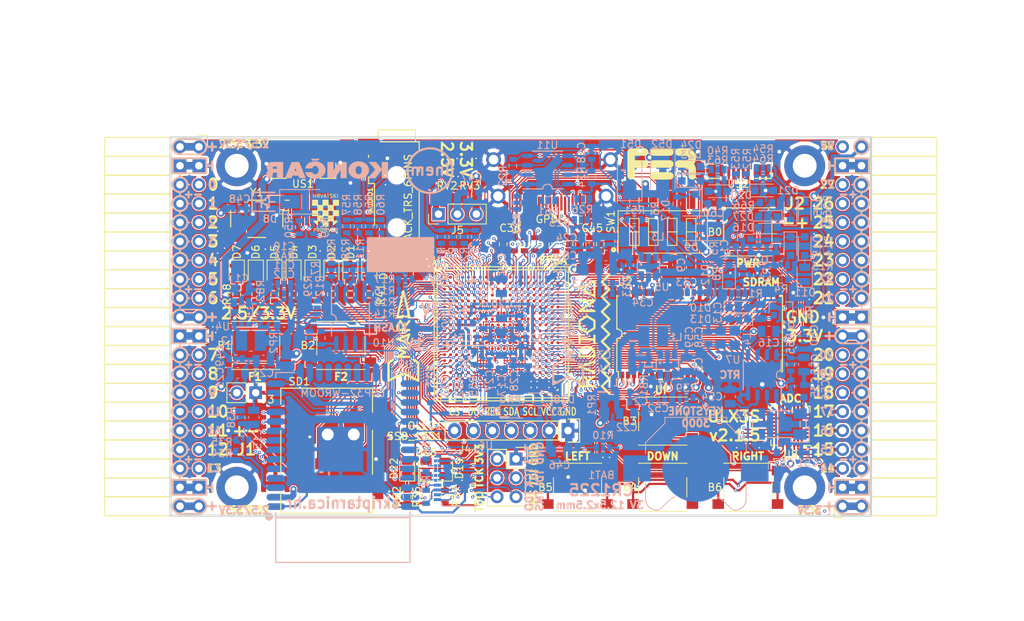
<source format=kicad_pcb>
(kicad_pcb (version 20171130) (host pcbnew 5.0.0+dfsg1-2)

  (general
    (thickness 1.6)
    (drawings 521)
    (tracks 5295)
    (zones 0)
    (modules 220)
    (nets 272)
  )

  (page A4)
  (layers
    (0 F.Cu signal)
    (1 In1.Cu signal)
    (2 In2.Cu signal)
    (31 B.Cu signal)
    (32 B.Adhes user)
    (33 F.Adhes user)
    (34 B.Paste user)
    (35 F.Paste user)
    (36 B.SilkS user)
    (37 F.SilkS user)
    (38 B.Mask user)
    (39 F.Mask user)
    (40 Dwgs.User user)
    (41 Cmts.User user)
    (42 Eco1.User user)
    (43 Eco2.User user)
    (44 Edge.Cuts user)
    (45 Margin user)
    (46 B.CrtYd user)
    (47 F.CrtYd user)
    (48 B.Fab user hide)
    (49 F.Fab user hide)
  )

  (setup
    (last_trace_width 0.3)
    (trace_clearance 0.127)
    (zone_clearance 0.127)
    (zone_45_only no)
    (trace_min 0.127)
    (segment_width 0.2)
    (edge_width 0.2)
    (via_size 0.419)
    (via_drill 0.2)
    (via_min_size 0.419)
    (via_min_drill 0.2)
    (uvia_size 0.3)
    (uvia_drill 0.1)
    (uvias_allowed no)
    (uvia_min_size 0.2)
    (uvia_min_drill 0.1)
    (pcb_text_width 0.3)
    (pcb_text_size 1.5 1.5)
    (mod_edge_width 0.15)
    (mod_text_size 1 1)
    (mod_text_width 0.15)
    (pad_size 0.4 0.4)
    (pad_drill 0)
    (pad_to_mask_clearance 0.05)
    (pad_to_paste_clearance -0.025)
    (aux_axis_origin 94.1 112.22)
    (grid_origin 140.48 89)
    (visible_elements 7FFFF7FF)
    (pcbplotparams
      (layerselection 0x010fc_ffffffff)
      (usegerberextensions true)
      (usegerberattributes false)
      (usegerberadvancedattributes false)
      (creategerberjobfile false)
      (excludeedgelayer true)
      (linewidth 0.100000)
      (plotframeref false)
      (viasonmask false)
      (mode 1)
      (useauxorigin false)
      (hpglpennumber 1)
      (hpglpenspeed 20)
      (hpglpendiameter 15.000000)
      (psnegative false)
      (psa4output false)
      (plotreference true)
      (plotvalue true)
      (plotinvisibletext false)
      (padsonsilk false)
      (subtractmaskfromsilk true)
      (outputformat 1)
      (mirror false)
      (drillshape 0)
      (scaleselection 1)
      (outputdirectory "plot"))
  )

  (net 0 "")
  (net 1 GND)
  (net 2 +5V)
  (net 3 /gpio/IN5V)
  (net 4 /gpio/OUT5V)
  (net 5 +3V3)
  (net 6 BTN_D)
  (net 7 BTN_F1)
  (net 8 BTN_F2)
  (net 9 BTN_L)
  (net 10 BTN_R)
  (net 11 BTN_U)
  (net 12 /power/FB1)
  (net 13 +2V5)
  (net 14 /power/PWREN)
  (net 15 /power/FB3)
  (net 16 /power/FB2)
  (net 17 /power/VBAT)
  (net 18 JTAG_TDI)
  (net 19 JTAG_TCK)
  (net 20 JTAG_TMS)
  (net 21 JTAG_TDO)
  (net 22 /power/WAKEUPn)
  (net 23 /power/WKUP)
  (net 24 /power/SHUT)
  (net 25 /power/WAKE)
  (net 26 /power/HOLD)
  (net 27 /power/WKn)
  (net 28 /power/OSCI_32k)
  (net 29 /power/OSCO_32k)
  (net 30 SHUTDOWN)
  (net 31 GPDI_SDA)
  (net 32 GPDI_SCL)
  (net 33 /gpdi/VREF2)
  (net 34 SD_CMD)
  (net 35 SD_CLK)
  (net 36 SD_D0)
  (net 37 SD_D1)
  (net 38 USB5V)
  (net 39 GPDI_CEC)
  (net 40 nRESET)
  (net 41 FTDI_nDTR)
  (net 42 SDRAM_CKE)
  (net 43 SDRAM_A7)
  (net 44 SDRAM_D15)
  (net 45 SDRAM_BA1)
  (net 46 SDRAM_D7)
  (net 47 SDRAM_A6)
  (net 48 SDRAM_CLK)
  (net 49 SDRAM_D13)
  (net 50 SDRAM_BA0)
  (net 51 SDRAM_D6)
  (net 52 SDRAM_A5)
  (net 53 SDRAM_D14)
  (net 54 SDRAM_A11)
  (net 55 SDRAM_D12)
  (net 56 SDRAM_D5)
  (net 57 SDRAM_A4)
  (net 58 SDRAM_A10)
  (net 59 SDRAM_D11)
  (net 60 SDRAM_A3)
  (net 61 SDRAM_D4)
  (net 62 SDRAM_D10)
  (net 63 SDRAM_D9)
  (net 64 SDRAM_A9)
  (net 65 SDRAM_D3)
  (net 66 SDRAM_D8)
  (net 67 SDRAM_A8)
  (net 68 SDRAM_A2)
  (net 69 SDRAM_A1)
  (net 70 SDRAM_A0)
  (net 71 SDRAM_D2)
  (net 72 SDRAM_D1)
  (net 73 SDRAM_D0)
  (net 74 SDRAM_DQM0)
  (net 75 SDRAM_nCS)
  (net 76 SDRAM_nRAS)
  (net 77 SDRAM_DQM1)
  (net 78 SDRAM_nCAS)
  (net 79 SDRAM_nWE)
  (net 80 /flash/FLASH_nWP)
  (net 81 /flash/FLASH_nHOLD)
  (net 82 /flash/FLASH_MOSI)
  (net 83 /flash/FLASH_MISO)
  (net 84 /flash/FLASH_SCK)
  (net 85 /flash/FLASH_nCS)
  (net 86 /flash/FPGA_PROGRAMN)
  (net 87 /flash/FPGA_DONE)
  (net 88 /flash/FPGA_INITN)
  (net 89 OLED_RES)
  (net 90 OLED_DC)
  (net 91 OLED_CS)
  (net 92 WIFI_EN)
  (net 93 FTDI_nRTS)
  (net 94 FTDI_TXD)
  (net 95 FTDI_RXD)
  (net 96 WIFI_RXD)
  (net 97 WIFI_GPIO0)
  (net 98 WIFI_TXD)
  (net 99 USB_FTDI_D+)
  (net 100 USB_FTDI_D-)
  (net 101 SD_D3)
  (net 102 AUDIO_L3)
  (net 103 AUDIO_L2)
  (net 104 AUDIO_L1)
  (net 105 AUDIO_L0)
  (net 106 AUDIO_R3)
  (net 107 AUDIO_R2)
  (net 108 AUDIO_R1)
  (net 109 AUDIO_R0)
  (net 110 OLED_CLK)
  (net 111 OLED_MOSI)
  (net 112 LED0)
  (net 113 LED1)
  (net 114 LED2)
  (net 115 LED3)
  (net 116 LED4)
  (net 117 LED5)
  (net 118 LED6)
  (net 119 LED7)
  (net 120 BTN_PWRn)
  (net 121 FTDI_nTXLED)
  (net 122 FTDI_nSLEEP)
  (net 123 /blinkey/LED_PWREN)
  (net 124 /blinkey/LED_TXLED)
  (net 125 /sdcard/SD3V3)
  (net 126 SD_D2)
  (net 127 CLK_25MHz)
  (net 128 /blinkey/BTNPUL)
  (net 129 /blinkey/BTNPUR)
  (net 130 USB_FPGA_D+)
  (net 131 /power/FTDI_nSUSPEND)
  (net 132 /blinkey/ALED0)
  (net 133 /blinkey/ALED1)
  (net 134 /blinkey/ALED2)
  (net 135 /blinkey/ALED3)
  (net 136 /blinkey/ALED4)
  (net 137 /blinkey/ALED5)
  (net 138 /blinkey/ALED6)
  (net 139 /blinkey/ALED7)
  (net 140 /usb/FTD-)
  (net 141 /usb/FTD+)
  (net 142 ADC_MISO)
  (net 143 ADC_MOSI)
  (net 144 ADC_CSn)
  (net 145 ADC_SCLK)
  (net 146 SW3)
  (net 147 SW2)
  (net 148 SW1)
  (net 149 USB_FPGA_D-)
  (net 150 /usb/FPD+)
  (net 151 /usb/FPD-)
  (net 152 WIFI_GPIO16)
  (net 153 /usb/ANT_433MHz)
  (net 154 PROG_DONE)
  (net 155 /power/P3V3)
  (net 156 /power/P2V5)
  (net 157 /power/L1)
  (net 158 /power/L3)
  (net 159 /power/L2)
  (net 160 FTDI_TXDEN)
  (net 161 SDRAM_A12)
  (net 162 /analog/AUDIO_V)
  (net 163 AUDIO_V3)
  (net 164 AUDIO_V2)
  (net 165 AUDIO_V1)
  (net 166 AUDIO_V0)
  (net 167 /blinkey/LED_WIFI)
  (net 168 /power/P1V1)
  (net 169 +1V1)
  (net 170 SW4)
  (net 171 /blinkey/SWPU)
  (net 172 /wifi/WIFIEN)
  (net 173 FT2V5)
  (net 174 GN0)
  (net 175 GP0)
  (net 176 GN1)
  (net 177 GP1)
  (net 178 GN2)
  (net 179 GP2)
  (net 180 GN3)
  (net 181 GP3)
  (net 182 GN4)
  (net 183 GP4)
  (net 184 GN5)
  (net 185 GP5)
  (net 186 GN6)
  (net 187 GP6)
  (net 188 GN14)
  (net 189 GP14)
  (net 190 GN15)
  (net 191 GP15)
  (net 192 GN16)
  (net 193 GP16)
  (net 194 GN17)
  (net 195 GP17)
  (net 196 GN18)
  (net 197 GP18)
  (net 198 GN19)
  (net 199 GP19)
  (net 200 GN20)
  (net 201 GP20)
  (net 202 GN21)
  (net 203 GP21)
  (net 204 GN22)
  (net 205 GP22)
  (net 206 GN23)
  (net 207 GP23)
  (net 208 GN24)
  (net 209 GP24)
  (net 210 GN25)
  (net 211 GP25)
  (net 212 GN26)
  (net 213 GP26)
  (net 214 GN27)
  (net 215 GP27)
  (net 216 GN7)
  (net 217 GP7)
  (net 218 GN8)
  (net 219 GP8)
  (net 220 GN9)
  (net 221 GP9)
  (net 222 GN10)
  (net 223 GP10)
  (net 224 GN11)
  (net 225 GP11)
  (net 226 GN12)
  (net 227 GP12)
  (net 228 GN13)
  (net 229 GP13)
  (net 230 WIFI_GPIO5)
  (net 231 WIFI_GPIO17)
  (net 232 USB_FPGA_PULL_D+)
  (net 233 USB_FPGA_PULL_D-)
  (net 234 "Net-(D23-Pad2)")
  (net 235 "Net-(D24-Pad1)")
  (net 236 "Net-(D25-Pad2)")
  (net 237 "Net-(D26-Pad1)")
  (net 238 /gpdi/GPDI_ETH+)
  (net 239 FPDI_ETH+)
  (net 240 /gpdi/GPDI_ETH-)
  (net 241 FPDI_ETH-)
  (net 242 /gpdi/GPDI_D2-)
  (net 243 FPDI_D2-)
  (net 244 /gpdi/GPDI_D1-)
  (net 245 FPDI_D1-)
  (net 246 /gpdi/GPDI_D0-)
  (net 247 FPDI_D0-)
  (net 248 /gpdi/GPDI_CLK-)
  (net 249 FPDI_CLK-)
  (net 250 /gpdi/GPDI_D2+)
  (net 251 FPDI_D2+)
  (net 252 /gpdi/GPDI_D1+)
  (net 253 FPDI_D1+)
  (net 254 /gpdi/GPDI_D0+)
  (net 255 FPDI_D0+)
  (net 256 /gpdi/GPDI_CLK+)
  (net 257 FPDI_CLK+)
  (net 258 FPDI_SDA)
  (net 259 FPDI_SCL)
  (net 260 /gpdi/FPDI_CEC)
  (net 261 2V5_3V3)
  (net 262 /usb/US2VBUS)
  (net 263 /power/SHD)
  (net 264 /power/RTCVDD)
  (net 265 "Net-(D27-Pad2)")
  (net 266 US2_ID)
  (net 267 /analog/AUDIO_L)
  (net 268 /analog/AUDIO_R)
  (net 269 /analog/ADC3V3)
  (net 270 PWRBTn)
  (net 271 USER_PROGRAMN)

  (net_class Default "This is the default net class."
    (clearance 0.127)
    (trace_width 0.3)
    (via_dia 0.419)
    (via_drill 0.2)
    (uvia_dia 0.3)
    (uvia_drill 0.1)
    (add_net +5V)
    (add_net /analog/ADC3V3)
    (add_net /analog/AUDIO_L)
    (add_net /analog/AUDIO_R)
    (add_net /analog/AUDIO_V)
    (add_net /blinkey/ALED0)
    (add_net /blinkey/ALED1)
    (add_net /blinkey/ALED2)
    (add_net /blinkey/ALED3)
    (add_net /blinkey/ALED4)
    (add_net /blinkey/ALED5)
    (add_net /blinkey/ALED6)
    (add_net /blinkey/ALED7)
    (add_net /blinkey/BTNPUL)
    (add_net /blinkey/BTNPUR)
    (add_net /blinkey/LED_PWREN)
    (add_net /blinkey/LED_TXLED)
    (add_net /blinkey/LED_WIFI)
    (add_net /blinkey/SWPU)
    (add_net /gpdi/GPDI_CLK+)
    (add_net /gpdi/GPDI_CLK-)
    (add_net /gpdi/GPDI_D0+)
    (add_net /gpdi/GPDI_D0-)
    (add_net /gpdi/GPDI_D1+)
    (add_net /gpdi/GPDI_D1-)
    (add_net /gpdi/GPDI_D2+)
    (add_net /gpdi/GPDI_D2-)
    (add_net /gpdi/GPDI_ETH+)
    (add_net /gpdi/GPDI_ETH-)
    (add_net /gpdi/VREF2)
    (add_net /gpio/IN5V)
    (add_net /gpio/OUT5V)
    (add_net /power/FB1)
    (add_net /power/FB2)
    (add_net /power/FB3)
    (add_net /power/FTDI_nSUSPEND)
    (add_net /power/HOLD)
    (add_net /power/L1)
    (add_net /power/L2)
    (add_net /power/L3)
    (add_net /power/OSCI_32k)
    (add_net /power/OSCO_32k)
    (add_net /power/P1V1)
    (add_net /power/P2V5)
    (add_net /power/P3V3)
    (add_net /power/PWREN)
    (add_net /power/RTCVDD)
    (add_net /power/SHD)
    (add_net /power/SHUT)
    (add_net /power/VBAT)
    (add_net /power/WAKE)
    (add_net /power/WAKEUPn)
    (add_net /power/WKUP)
    (add_net /power/WKn)
    (add_net /sdcard/SD3V3)
    (add_net /usb/ANT_433MHz)
    (add_net /usb/FPD+)
    (add_net /usb/FPD-)
    (add_net /usb/FTD+)
    (add_net /usb/FTD-)
    (add_net /usb/US2VBUS)
    (add_net /wifi/WIFIEN)
    (add_net FT2V5)
    (add_net "Net-(D23-Pad2)")
    (add_net "Net-(D24-Pad1)")
    (add_net "Net-(D25-Pad2)")
    (add_net "Net-(D26-Pad1)")
    (add_net "Net-(D27-Pad2)")
    (add_net PWRBTn)
    (add_net US2_ID)
    (add_net USB5V)
  )

  (net_class BGA ""
    (clearance 0.127)
    (trace_width 0.127)
    (via_dia 0.419)
    (via_drill 0.2)
    (uvia_dia 0.3)
    (uvia_drill 0.1)
    (add_net /flash/FLASH_MISO)
    (add_net /flash/FLASH_MOSI)
    (add_net /flash/FLASH_SCK)
    (add_net /flash/FLASH_nCS)
    (add_net /flash/FLASH_nHOLD)
    (add_net /flash/FLASH_nWP)
    (add_net /flash/FPGA_DONE)
    (add_net /flash/FPGA_INITN)
    (add_net /flash/FPGA_PROGRAMN)
    (add_net /gpdi/FPDI_CEC)
    (add_net ADC_CSn)
    (add_net ADC_MISO)
    (add_net ADC_MOSI)
    (add_net ADC_SCLK)
    (add_net AUDIO_L0)
    (add_net AUDIO_L1)
    (add_net AUDIO_L2)
    (add_net AUDIO_L3)
    (add_net AUDIO_R0)
    (add_net AUDIO_R1)
    (add_net AUDIO_R2)
    (add_net AUDIO_R3)
    (add_net AUDIO_V0)
    (add_net AUDIO_V1)
    (add_net AUDIO_V2)
    (add_net AUDIO_V3)
    (add_net BTN_D)
    (add_net BTN_F1)
    (add_net BTN_F2)
    (add_net BTN_L)
    (add_net BTN_PWRn)
    (add_net BTN_R)
    (add_net BTN_U)
    (add_net CLK_25MHz)
    (add_net FPDI_CLK+)
    (add_net FPDI_CLK-)
    (add_net FPDI_D0+)
    (add_net FPDI_D0-)
    (add_net FPDI_D1+)
    (add_net FPDI_D1-)
    (add_net FPDI_D2+)
    (add_net FPDI_D2-)
    (add_net FPDI_ETH+)
    (add_net FPDI_ETH-)
    (add_net FPDI_SCL)
    (add_net FPDI_SDA)
    (add_net FTDI_RXD)
    (add_net FTDI_TXD)
    (add_net FTDI_TXDEN)
    (add_net FTDI_nDTR)
    (add_net FTDI_nRTS)
    (add_net FTDI_nSLEEP)
    (add_net FTDI_nTXLED)
    (add_net GN0)
    (add_net GN1)
    (add_net GN10)
    (add_net GN11)
    (add_net GN12)
    (add_net GN13)
    (add_net GN14)
    (add_net GN15)
    (add_net GN16)
    (add_net GN17)
    (add_net GN18)
    (add_net GN19)
    (add_net GN2)
    (add_net GN20)
    (add_net GN21)
    (add_net GN22)
    (add_net GN23)
    (add_net GN24)
    (add_net GN25)
    (add_net GN26)
    (add_net GN27)
    (add_net GN3)
    (add_net GN4)
    (add_net GN5)
    (add_net GN6)
    (add_net GN7)
    (add_net GN8)
    (add_net GN9)
    (add_net GND)
    (add_net GP0)
    (add_net GP1)
    (add_net GP10)
    (add_net GP11)
    (add_net GP12)
    (add_net GP13)
    (add_net GP14)
    (add_net GP15)
    (add_net GP16)
    (add_net GP17)
    (add_net GP18)
    (add_net GP19)
    (add_net GP2)
    (add_net GP20)
    (add_net GP21)
    (add_net GP22)
    (add_net GP23)
    (add_net GP24)
    (add_net GP25)
    (add_net GP26)
    (add_net GP27)
    (add_net GP3)
    (add_net GP4)
    (add_net GP5)
    (add_net GP6)
    (add_net GP7)
    (add_net GP8)
    (add_net GP9)
    (add_net GPDI_CEC)
    (add_net GPDI_SCL)
    (add_net GPDI_SDA)
    (add_net JTAG_TCK)
    (add_net JTAG_TDI)
    (add_net JTAG_TDO)
    (add_net JTAG_TMS)
    (add_net LED0)
    (add_net LED1)
    (add_net LED2)
    (add_net LED3)
    (add_net LED4)
    (add_net LED5)
    (add_net LED6)
    (add_net LED7)
    (add_net OLED_CLK)
    (add_net OLED_CS)
    (add_net OLED_DC)
    (add_net OLED_MOSI)
    (add_net OLED_RES)
    (add_net PROG_DONE)
    (add_net SDRAM_A0)
    (add_net SDRAM_A1)
    (add_net SDRAM_A10)
    (add_net SDRAM_A11)
    (add_net SDRAM_A12)
    (add_net SDRAM_A2)
    (add_net SDRAM_A3)
    (add_net SDRAM_A4)
    (add_net SDRAM_A5)
    (add_net SDRAM_A6)
    (add_net SDRAM_A7)
    (add_net SDRAM_A8)
    (add_net SDRAM_A9)
    (add_net SDRAM_BA0)
    (add_net SDRAM_BA1)
    (add_net SDRAM_CKE)
    (add_net SDRAM_CLK)
    (add_net SDRAM_D0)
    (add_net SDRAM_D1)
    (add_net SDRAM_D10)
    (add_net SDRAM_D11)
    (add_net SDRAM_D12)
    (add_net SDRAM_D13)
    (add_net SDRAM_D14)
    (add_net SDRAM_D15)
    (add_net SDRAM_D2)
    (add_net SDRAM_D3)
    (add_net SDRAM_D4)
    (add_net SDRAM_D5)
    (add_net SDRAM_D6)
    (add_net SDRAM_D7)
    (add_net SDRAM_D8)
    (add_net SDRAM_D9)
    (add_net SDRAM_DQM0)
    (add_net SDRAM_DQM1)
    (add_net SDRAM_nCAS)
    (add_net SDRAM_nCS)
    (add_net SDRAM_nRAS)
    (add_net SDRAM_nWE)
    (add_net SD_CLK)
    (add_net SD_CMD)
    (add_net SD_D0)
    (add_net SD_D1)
    (add_net SD_D2)
    (add_net SD_D3)
    (add_net SHUTDOWN)
    (add_net SW1)
    (add_net SW2)
    (add_net SW3)
    (add_net SW4)
    (add_net USB_FPGA_D+)
    (add_net USB_FPGA_D-)
    (add_net USB_FPGA_PULL_D+)
    (add_net USB_FPGA_PULL_D-)
    (add_net USB_FTDI_D+)
    (add_net USB_FTDI_D-)
    (add_net USER_PROGRAMN)
    (add_net WIFI_EN)
    (add_net WIFI_GPIO0)
    (add_net WIFI_GPIO16)
    (add_net WIFI_GPIO17)
    (add_net WIFI_GPIO5)
    (add_net WIFI_RXD)
    (add_net WIFI_TXD)
    (add_net nRESET)
  )

  (net_class Medium ""
    (clearance 0.127)
    (trace_width 0.127)
    (via_dia 0.419)
    (via_drill 0.2)
    (uvia_dia 0.3)
    (uvia_drill 0.1)
    (add_net +1V1)
    (add_net +2V5)
    (add_net +3V3)
    (add_net 2V5_3V3)
  )

  (module max1112x-tqfn28:MAX1112x-TQFN-28-1EP_5x5mm_Pitch0.5mm (layer F.Cu) (tedit 5B925511) (tstamp 5BA5A627)
    (at 177.285 100.155 180)
    (descr "28-Lead Plastic Quad Flat, No Lead Package (MQ) - 5x5x0.9 mm Body [QFN or VQFN]; (see Microchip Packaging Specification 00000049BS.pdf)")
    (tags "TQFN 0.5")
    (path /58D82BD0/595A6DC1)
    (attr smd)
    (fp_text reference U8 (at 0 -3.875 180) (layer F.SilkS)
      (effects (font (size 1 1) (thickness 0.15)))
    )
    (fp_text value MAX11125 (at 0 3.875 180) (layer F.Fab) hide
      (effects (font (size 1 1) (thickness 0.15)))
    )
    (fp_line (start -2.625 -2.625) (end -2.9 -2.9) (layer F.SilkS) (width 0.15))
    (fp_circle (center -2.3 -3.1496) (end -2.2 -3.1496) (layer F.SilkS) (width 0.15))
    (fp_text user %R (at 0 0 180) (layer F.Fab)
      (effects (font (size 1 1) (thickness 0.15)))
    )
    (fp_line (start 2.625 -2.625) (end 1.875 -2.625) (layer F.SilkS) (width 0.15))
    (fp_line (start 2.625 2.625) (end 1.875 2.625) (layer F.SilkS) (width 0.15))
    (fp_line (start -2.625 2.625) (end -1.875 2.625) (layer F.SilkS) (width 0.15))
    (fp_line (start -2.625 -2.625) (end -1.875 -2.625) (layer F.SilkS) (width 0.15))
    (fp_line (start 2.625 2.625) (end 2.625 1.875) (layer F.SilkS) (width 0.15))
    (fp_line (start -2.625 2.625) (end -2.625 1.875) (layer F.SilkS) (width 0.15))
    (fp_line (start 2.625 -2.625) (end 2.625 -1.875) (layer F.SilkS) (width 0.15))
    (fp_line (start -3.15 3.15) (end 3.15 3.15) (layer F.CrtYd) (width 0.05))
    (fp_line (start -3.15 -3.15) (end 3.15 -3.15) (layer F.CrtYd) (width 0.05))
    (fp_line (start 3.15 -3.15) (end 3.15 3.15) (layer F.CrtYd) (width 0.05))
    (fp_line (start -3.15 -3.15) (end -3.15 3.15) (layer F.CrtYd) (width 0.05))
    (fp_line (start -2.5 -1.5) (end -1.5 -2.5) (layer F.Fab) (width 0.15))
    (fp_line (start -2.5 2.5) (end -2.5 -1.5) (layer F.Fab) (width 0.15))
    (fp_line (start 2.5 2.5) (end -2.5 2.5) (layer F.Fab) (width 0.15))
    (fp_line (start 2.5 -2.5) (end 2.5 2.5) (layer F.Fab) (width 0.15))
    (fp_line (start -1.5 -2.5) (end 2.5 -2.5) (layer F.Fab) (width 0.15))
    (pad 29 smd rect (at -0.8125 -0.8125 180) (size 1.625 1.625) (layers F.Cu F.Paste F.Mask)
      (net 1 GND) (solder_paste_margin_ratio -0.2))
    (pad 29 smd rect (at -0.8125 0.8125 180) (size 1.625 1.625) (layers F.Cu F.Paste F.Mask)
      (net 1 GND) (solder_paste_margin_ratio -0.2))
    (pad 29 smd rect (at 0.8125 -0.8125 180) (size 1.625 1.625) (layers F.Cu F.Paste F.Mask)
      (net 1 GND) (solder_paste_margin_ratio -0.2))
    (pad 29 smd rect (at 0.8125 0.8125 180) (size 1.625 1.625) (layers F.Cu F.Paste F.Mask)
      (net 1 GND) (solder_paste_margin_ratio -0.2))
    (pad 28 smd rect (at -1.5 -2.34 270) (size 0.95 0.3) (layers F.Cu F.Paste F.Mask)
      (net 190 GN15))
    (pad 27 smd rect (at -1 -2.34 270) (size 0.95 0.3) (layers F.Cu F.Paste F.Mask)
      (net 189 GP14))
    (pad 26 smd rect (at -0.5 -2.34 270) (size 0.95 0.3) (layers F.Cu F.Paste F.Mask)
      (net 188 GN14))
    (pad 25 smd rect (at 0 -2.34 270) (size 0.95 0.3) (layers F.Cu F.Paste F.Mask))
    (pad 24 smd rect (at 0.5 -2.34 270) (size 0.95 0.3) (layers F.Cu F.Paste F.Mask)
      (net 142 ADC_MISO))
    (pad 23 smd rect (at 1 -2.34 270) (size 0.95 0.3) (layers F.Cu F.Paste F.Mask)
      (net 269 /analog/ADC3V3))
    (pad 22 smd rect (at 1.5 -2.34 270) (size 0.95 0.3) (layers F.Cu F.Paste F.Mask)
      (net 1 GND))
    (pad 21 smd rect (at 2.34 -1.5 180) (size 0.95 0.3) (layers F.Cu F.Paste F.Mask)
      (net 143 ADC_MOSI))
    (pad 20 smd rect (at 2.34 -1 180) (size 0.95 0.3) (layers F.Cu F.Paste F.Mask)
      (net 144 ADC_CSn))
    (pad 19 smd rect (at 2.34 -0.5 180) (size 0.95 0.3) (layers F.Cu F.Paste F.Mask)
      (net 145 ADC_SCLK))
    (pad 18 smd rect (at 2.34 0 180) (size 0.95 0.3) (layers F.Cu F.Paste F.Mask)
      (net 269 /analog/ADC3V3))
    (pad 17 smd rect (at 2.34 0.5 180) (size 0.95 0.3) (layers F.Cu F.Paste F.Mask)
      (net 269 /analog/ADC3V3))
    (pad 16 smd rect (at 2.34 1 180) (size 0.95 0.3) (layers F.Cu F.Paste F.Mask)
      (net 1 GND))
    (pad 15 smd rect (at 2.34 1.5 180) (size 0.95 0.3) (layers F.Cu F.Paste F.Mask)
      (net 269 /analog/ADC3V3))
    (pad 14 smd rect (at 1.5 2.34 270) (size 0.95 0.3) (layers F.Cu F.Paste F.Mask)
      (net 1 GND))
    (pad 13 smd rect (at 1 2.34 270) (size 0.95 0.3) (layers F.Cu F.Paste F.Mask)
      (net 1 GND))
    (pad 12 smd rect (at 0.5 2.34 270) (size 0.95 0.3) (layers F.Cu F.Paste F.Mask))
    (pad 11 smd rect (at 0 2.34 270) (size 0.95 0.3) (layers F.Cu F.Paste F.Mask)
      (net 1 GND))
    (pad 10 smd rect (at -0.5 2.34 270) (size 0.95 0.3) (layers F.Cu F.Paste F.Mask)
      (net 1 GND))
    (pad 9 smd rect (at -1 2.34 270) (size 0.95 0.3) (layers F.Cu F.Paste F.Mask)
      (net 1 GND))
    (pad 8 smd rect (at -1.5 2.34 270) (size 0.95 0.3) (layers F.Cu F.Paste F.Mask)
      (net 1 GND))
    (pad 7 smd rect (at -2.34 1.5 180) (size 0.95 0.3) (layers F.Cu F.Paste F.Mask)
      (net 1 GND))
    (pad 6 smd rect (at -2.34 1 180) (size 0.95 0.3) (layers F.Cu F.Paste F.Mask)
      (net 1 GND))
    (pad 5 smd rect (at -2.34 0.5 180) (size 0.95 0.3) (layers F.Cu F.Paste F.Mask)
      (net 195 GP17))
    (pad 4 smd rect (at -2.34 0 180) (size 0.95 0.3) (layers F.Cu F.Paste F.Mask)
      (net 194 GN17))
    (pad 3 smd rect (at -2.34 -0.5 180) (size 0.95 0.3) (layers F.Cu F.Paste F.Mask)
      (net 193 GP16))
    (pad 2 smd rect (at -2.34 -1 180) (size 0.95 0.3) (layers F.Cu F.Paste F.Mask)
      (net 192 GN16))
    (pad 1 smd rect (at -2.34 -1.5 180) (size 0.95 0.3) (layers F.Cu F.Paste F.Mask)
      (net 191 GP15))
    (model ${KISYS3DMOD}/Package_DFN_QFN.3dshapes/QFN-28-1EP_5x5mm_P0.5mm_EP3.35x3.35mm.wrl
      (at (xyz 0 0 0))
      (scale (xyz 1 1 1))
      (rotate (xyz 0 0 0))
    )
  )

  (module usb_otg:USB-MICRO-B-FCI-10118192-0001LF (layer F.Cu) (tedit 5B1AC2A8) (tstamp 5B24ABD3)
    (at 111.88 63.325 180)
    (path /58D6BF46/58D6C840)
    (attr smd)
    (fp_text reference US1 (at 0 -4.336 180) (layer F.SilkS)
      (effects (font (size 1 1) (thickness 0.15)))
    )
    (fp_text value MICRO_USB (at 0 0 180) (layer F.SilkS) hide
      (effects (font (size 1 1) (thickness 0.15)))
    )
    (fp_line (start -5 -3.6) (end -5 2.4) (layer F.CrtYd) (width 0.05))
    (fp_line (start 5 -3.6) (end -5 -3.6) (layer F.CrtYd) (width 0.05))
    (fp_line (start 5 2.4) (end -5 2.4) (layer F.CrtYd) (width 0.05))
    (fp_line (start 5 -3.6) (end 5 2.4) (layer F.CrtYd) (width 0.05))
    (fp_line (start -4.25 3) (end -4.25 2.4) (layer F.CrtYd) (width 0.05))
    (fp_line (start 4.25 3) (end -4.25 3) (layer F.CrtYd) (width 0.05))
    (fp_line (start 4.25 2.4) (end 4.25 3) (layer F.CrtYd) (width 0.05))
    (fp_line (start 4 1.45) (end 3.5 1.45) (layer Cmts.User) (width 0.05))
    (fp_line (start -4 1.45) (end -3.5 1.45) (layer Cmts.User) (width 0.05))
    (fp_line (start 4.4 -3.6) (end 4.4 -1.65) (layer F.SilkS) (width 0.15))
    (fp_line (start 2.25 -3.6) (end 4.4 -3.6) (layer F.SilkS) (width 0.15))
    (fp_line (start -4.4 -3.6) (end -2.25 -3.6) (layer F.SilkS) (width 0.15))
    (fp_line (start -4.4 -1.6) (end -4.4 -3.6) (layer F.SilkS) (width 0.15))
    (fp_line (start 6 1.45) (end -6 1.45) (layer Dwgs.User) (width 0.05))
    (fp_line (start -5 -3.6) (end 5 -3.6) (layer F.Fab) (width 0.1))
    (fp_line (start 5 -3.6) (end 5 2.4) (layer F.Fab) (width 0.1))
    (fp_line (start 5 2.4) (end -5 2.4) (layer F.Fab) (width 0.1))
    (fp_line (start -5 2.4) (end -5 -3.6) (layer F.Fab) (width 0.1))
    (fp_text user %R (at 0 -0.6 180) (layer F.Fab)
      (effects (font (size 1.5 1.5) (thickness 0.15)))
    )
    (pad 6 smd rect (at 3.8 0 180) (size 1.8 1.9) (layers F.Cu F.Paste F.Mask)
      (net 1 GND))
    (pad 6 smd rect (at -3.8 0 180) (size 1.8 1.9) (layers F.Cu F.Paste F.Mask)
      (net 1 GND))
    (pad 5 smd rect (at 1.3 -2.675 180) (size 0.4 1.35) (layers F.Cu F.Paste F.Mask)
      (net 1 GND))
    (pad 4 smd rect (at 0.65 -2.675 180) (size 0.4 1.35) (layers F.Cu F.Paste F.Mask))
    (pad 3 smd rect (at 0 -2.675 180) (size 0.4 1.35) (layers F.Cu F.Paste F.Mask)
      (net 141 /usb/FTD+))
    (pad 2 smd rect (at -0.65 -2.675 180) (size 0.4 1.35) (layers F.Cu F.Paste F.Mask)
      (net 140 /usb/FTD-))
    (pad 1 smd rect (at -1.3 -2.675 180) (size 0.4 1.35) (layers F.Cu F.Paste F.Mask)
      (net 38 USB5V))
    (pad 6 smd rect (at 1.2 0 180) (size 1.9 1.9) (layers F.Cu F.Paste F.Mask)
      (net 1 GND))
    (pad 6 smd rect (at -1.2 0 180) (size 1.9 1.9) (layers F.Cu F.Paste F.Mask)
      (net 1 GND))
    (pad 6 smd rect (at 3.1 -2.55 180) (size 2.1 1.6) (layers F.Cu F.Paste F.Mask)
      (net 1 GND))
    (pad 6 smd rect (at -3.1 -2.55 180) (size 2.1 1.6) (layers F.Cu F.Paste F.Mask)
      (net 1 GND))
    (model ${KISYS3DMOD}/Connector_USB.3dshapes/USB_Micro-B_Molex_47346-0001.wrl
      (offset (xyz 0 1.27 0))
      (scale (xyz 1 1 1))
      (rotate (xyz 0 0 0))
    )
  )

  (module dipswitch:SW_DIP_x4_W8.61mm_Slide_LowProfile (layer F.Cu) (tedit 5B893544) (tstamp 5B542784)
    (at 160.14 74.12 90)
    (descr "4x-dip-switch, Slide, row spacing 8.61 mm (338 mils), SMD, LowProfile")
    (tags "DIP Switch Slide 8.61mm 338mil SMD LowProfile")
    (path /58D6547C/5B1DD3B8)
    (attr smd)
    (fp_text reference SW1 (at 1.379 -6.97 90) (layer F.SilkS)
      (effects (font (size 1 1) (thickness 0.15)))
    )
    (fp_text value SW_DIP_x04 (at 4.191 0 180) (layer F.Fab) hide
      (effects (font (size 1 1) (thickness 0.15)))
    )
    (fp_line (start 5.8 -6.3) (end -5.8 -6.3) (layer F.CrtYd) (width 0.05))
    (fp_line (start 5.8 6.3) (end 5.8 -6.3) (layer F.CrtYd) (width 0.05))
    (fp_line (start -5.8 6.3) (end 5.8 6.3) (layer F.CrtYd) (width 0.05))
    (fp_line (start -5.8 -6.3) (end -5.8 6.3) (layer F.CrtYd) (width 0.05))
    (fp_line (start 0 3.175) (end 0 4.445) (layer F.SilkS) (width 0.12))
    (fp_line (start 1.81 3.175) (end -1.81 3.175) (layer F.SilkS) (width 0.12))
    (fp_line (start 1.81 4.445) (end 1.81 3.175) (layer F.SilkS) (width 0.12))
    (fp_line (start -1.81 4.445) (end 1.81 4.445) (layer F.SilkS) (width 0.12))
    (fp_line (start -1.81 3.175) (end -1.81 4.445) (layer F.SilkS) (width 0.12))
    (fp_line (start 0 0.635) (end 0 1.905) (layer F.SilkS) (width 0.12))
    (fp_line (start 1.81 0.635) (end -1.81 0.635) (layer F.SilkS) (width 0.12))
    (fp_line (start 1.81 1.905) (end 1.81 0.635) (layer F.SilkS) (width 0.12))
    (fp_line (start -1.81 1.905) (end 1.81 1.905) (layer F.SilkS) (width 0.12))
    (fp_line (start -1.81 0.635) (end -1.81 1.905) (layer F.SilkS) (width 0.12))
    (fp_line (start 0 -1.905) (end 0 -0.635) (layer F.SilkS) (width 0.12))
    (fp_line (start 1.81 -1.905) (end -1.81 -1.905) (layer F.SilkS) (width 0.12))
    (fp_line (start 1.81 -0.635) (end 1.81 -1.905) (layer F.SilkS) (width 0.12))
    (fp_line (start -1.81 -0.635) (end 1.81 -0.635) (layer F.SilkS) (width 0.12))
    (fp_line (start -1.81 -1.905) (end -1.81 -0.635) (layer F.SilkS) (width 0.12))
    (fp_line (start 0 -4.445) (end 0 -3.175) (layer F.SilkS) (width 0.12))
    (fp_line (start 1.81 -4.445) (end -1.81 -4.445) (layer F.SilkS) (width 0.12))
    (fp_line (start 1.81 -3.175) (end 1.81 -4.445) (layer F.SilkS) (width 0.12))
    (fp_line (start -1.81 -3.175) (end 1.81 -3.175) (layer F.SilkS) (width 0.12))
    (fp_line (start -1.81 -4.445) (end -1.81 -3.175) (layer F.SilkS) (width 0.12))
    (fp_line (start -2.845 5.98) (end -2.845 -2.54) (layer F.SilkS) (width 0.12))
    (fp_line (start 2.845 5.98) (end -2.845 5.98) (layer F.SilkS) (width 0.12))
    (fp_line (start 2.845 -5.98) (end 2.845 5.98) (layer F.SilkS) (width 0.12))
    (fp_line (start -2.845 -5.98) (end 2.845 -5.98) (layer F.SilkS) (width 0.12))
    (fp_line (start 0 3.175) (end 0 4.445) (layer F.Fab) (width 0.1))
    (fp_line (start 1.81 3.175) (end -1.81 3.175) (layer F.Fab) (width 0.1))
    (fp_line (start 1.81 4.445) (end 1.81 3.175) (layer F.Fab) (width 0.1))
    (fp_line (start -1.81 4.445) (end 1.81 4.445) (layer F.Fab) (width 0.1))
    (fp_line (start -1.81 3.175) (end -1.81 4.445) (layer F.Fab) (width 0.1))
    (fp_line (start 0 0.635) (end 0 1.905) (layer F.Fab) (width 0.1))
    (fp_line (start 1.81 0.635) (end -1.81 0.635) (layer F.Fab) (width 0.1))
    (fp_line (start 1.81 1.905) (end 1.81 0.635) (layer F.Fab) (width 0.1))
    (fp_line (start -1.81 1.905) (end 1.81 1.905) (layer F.Fab) (width 0.1))
    (fp_line (start -1.81 0.635) (end -1.81 1.905) (layer F.Fab) (width 0.1))
    (fp_line (start 0 -1.905) (end 0 -0.635) (layer F.Fab) (width 0.1))
    (fp_line (start 1.81 -1.905) (end -1.81 -1.905) (layer F.Fab) (width 0.1))
    (fp_line (start 1.81 -0.635) (end 1.81 -1.905) (layer F.Fab) (width 0.1))
    (fp_line (start -1.81 -0.635) (end 1.81 -0.635) (layer F.Fab) (width 0.1))
    (fp_line (start -1.81 -1.905) (end -1.81 -0.635) (layer F.Fab) (width 0.1))
    (fp_line (start 0 -4.445) (end 0 -3.175) (layer F.Fab) (width 0.1))
    (fp_line (start 1.81 -4.445) (end -1.81 -4.445) (layer F.Fab) (width 0.1))
    (fp_line (start 1.81 -3.175) (end 1.81 -4.445) (layer F.Fab) (width 0.1))
    (fp_line (start -1.81 -3.175) (end 1.81 -3.175) (layer F.Fab) (width 0.1))
    (fp_line (start -1.81 -4.445) (end -1.81 -3.175) (layer F.Fab) (width 0.1))
    (fp_line (start -3.34 -4.86) (end -2.34 -5.86) (layer F.Fab) (width 0.1))
    (fp_line (start -3.34 5.86) (end -3.34 -4.86) (layer F.Fab) (width 0.1))
    (fp_line (start 3.34 5.86) (end -3.34 5.86) (layer F.Fab) (width 0.1))
    (fp_line (start 3.34 -5.86) (end 3.34 5.86) (layer F.Fab) (width 0.1))
    (fp_line (start -2.34 -5.86) (end 3.34 -5.86) (layer F.Fab) (width 0.1))
    (fp_circle (center -2.4 -6.6) (end -2.2 -6.6) (layer F.SilkS) (width 0.3))
    (fp_text user %R (at 2.5 0.16 180) (layer F.Fab)
      (effects (font (size 1 1) (thickness 0.15)))
    )
    (pad 8 smd rect (at 4.305 -3.81 90) (size 2.44 1.12) (layers F.Cu F.Paste F.Mask)
      (net 148 SW1))
    (pad 4 smd rect (at -4.305 3.81 90) (size 2.44 1.12) (layers F.Cu F.Paste F.Mask)
      (net 171 /blinkey/SWPU))
    (pad 7 smd rect (at 4.305 -1.27 90) (size 2.44 1.12) (layers F.Cu F.Paste F.Mask)
      (net 147 SW2))
    (pad 3 smd rect (at -4.305 1.27 90) (size 2.44 1.12) (layers F.Cu F.Paste F.Mask)
      (net 171 /blinkey/SWPU))
    (pad 6 smd rect (at 4.305 1.27 90) (size 2.44 1.12) (layers F.Cu F.Paste F.Mask)
      (net 146 SW3))
    (pad 2 smd rect (at -4.305 -1.27 90) (size 2.44 1.12) (layers F.Cu F.Paste F.Mask)
      (net 171 /blinkey/SWPU))
    (pad 5 smd rect (at 4.305 3.81 90) (size 2.44 1.12) (layers F.Cu F.Paste F.Mask)
      (net 170 SW4))
    (pad 1 smd rect (at -4.305 -3.81 90) (size 2.44 1.12) (layers F.Cu F.Paste F.Mask)
      (net 171 /blinkey/SWPU))
    (model ./footprints/dipswitch/dipswitch_smd.3dshapes/dipswitch_smd.wrl
      (at (xyz 0 0 0))
      (scale (xyz 0.3937 0.3937 0.3937))
      (rotate (xyz 0 0 90))
    )
    (model ${KISYS3DMOD}/Button_Switch_SMD.3dshapes/SW_DIP_x4_W8.61mm_Slide_LowProfile.wrl_disabled
      (at (xyz 0 0 0))
      (scale (xyz 1 1 1))
      (rotate (xyz 0 0 0))
    )
  )

  (module audio-jack:CUI_SJ-43516-SMT (layer F.Cu) (tedit 5B89389D) (tstamp 58D82B6C)
    (at 124.468 69.518)
    (descr "CUI 6-pin audio jack SMT")
    (tags "audio jack")
    (path /58D82BD0/58D82C05)
    (attr smd)
    (fp_text reference AUDIO1 (at -3.560502 0.28335 270) (layer F.SilkS)
      (effects (font (size 0.6096 0.6096) (thickness 0.1524)))
    )
    (fp_text value JACK_TRS_6PINS (at 1.519498 0.28335 270) (layer F.SilkS)
      (effects (font (size 1 1) (thickness 0.15)))
    )
    (fp_line (start -2.5 -9.1) (end -2.5 -8.1) (layer F.SilkS) (width 0.15))
    (fp_line (start 2.5 -9.1) (end -2.5 -9.1) (layer F.SilkS) (width 0.15))
    (fp_line (start 2.5 -7.5) (end 2.5 -9.1) (layer F.SilkS) (width 0.15))
    (fp_line (start 3 -7.5) (end -2.2 -7.5) (layer F.SilkS) (width 0.15))
    (fp_line (start -3.8 -5.4) (end -3.8 -5.7) (layer F.SilkS) (width 0.15))
    (fp_line (start -3.8 -1.9) (end -3.8 -2.8) (layer F.SilkS) (width 0.15))
    (fp_line (start -3 -1.9) (end -3.8 -1.9) (layer F.SilkS) (width 0.15))
    (fp_line (start -3 3.7) (end -3 -1.9) (layer F.SilkS) (width 0.15))
    (fp_line (start -3 7.9) (end -3 6.9) (layer F.SilkS) (width 0.15))
    (fp_line (start -3 7.9) (end 3 7.9) (layer F.SilkS) (width 0.15))
    (fp_line (start 3 -0.9) (end 3 7.9) (layer F.SilkS) (width 0.15))
    (fp_line (start 3 -3.8) (end 3 -3.5) (layer F.SilkS) (width 0.15))
    (fp_line (start 3 -7.5) (end 3 -6.2) (layer F.SilkS) (width 0.15))
    (fp_text user %R (at 0 0.1 90) (layer F.Fab)
      (effects (font (size 1 1) (thickness 0.15)))
    )
    (fp_line (start -2.5 -7.5) (end -2.5 -9.1) (layer F.Fab) (width 0.15))
    (fp_line (start -2.5 -9.1) (end 2.5 -9.1) (layer F.Fab) (width 0.15))
    (fp_line (start 2.5 -9.1) (end 2.5 -7.5) (layer F.Fab) (width 0.15))
    (fp_line (start 2.9 -7.5) (end -3.8 -7.5) (layer F.Fab) (width 0.15))
    (fp_line (start -3.8 -7.5) (end -3.8 -1.9) (layer F.Fab) (width 0.15))
    (fp_line (start -3.8 -1.9) (end -3 -1.9) (layer F.Fab) (width 0.15))
    (fp_line (start -3 -1.9) (end -3 7.9) (layer F.Fab) (width 0.15))
    (fp_line (start -3 7.9) (end 3 7.9) (layer F.Fab) (width 0.15))
    (fp_line (start 3 7.9) (end 3 -7.5) (layer F.Fab) (width 0.15))
    (pad 1 smd rect (at -3.8 -6.9 270) (size 2 2.8) (layers F.Cu F.Paste F.Mask)
      (net 1 GND))
    (pad 4 smd rect (at -3.8 -4.1 270) (size 2.2 2.8) (layers F.Cu F.Paste F.Mask)
      (net 162 /analog/AUDIO_V))
    (pad 2 smd rect (at -3.8 5.3 270) (size 2.8 2.8) (layers F.Cu F.Paste F.Mask)
      (net 267 /analog/AUDIO_L))
    (pad 5 smd rect (at 0.75 9.4 270) (size 2.8 2.8) (layers F.Cu F.Paste F.Mask))
    (pad 3 smd rect (at 3.8 -2.2 270) (size 2.2 2.8) (layers F.Cu F.Paste F.Mask)
      (net 268 /analog/AUDIO_R))
    (pad 6 smd rect (at 3.8 -5 270) (size 2 2.8) (layers F.Cu F.Paste F.Mask))
    (pad "" np_thru_hole circle (at 0 -3 270) (size 1.7 1.7) (drill 1.7) (layers *.Cu *.Mask F.SilkS)
      (clearance 0.4))
    (pad "" np_thru_hole circle (at 0 4 270) (size 1.7 1.7) (drill 1.7) (layers *.Cu *.Mask F.SilkS)
      (clearance 0.4))
    (model ${KIPRJMOD}/footprints/audio-jack/audio-jack.3dshapes/cui_sj_43516_smt_tr.wrl
      (offset (xyz 0 7.5 2.6))
      (scale (xyz 0.3937 0.3937 0.3937))
      (rotate (xyz -90 0 -90))
    )
  )

  (module conn-fci:CONN-10029449-111RLF (layer F.Cu) (tedit 5B8935FF) (tstamp 5AFABAC2)
    (at 145.296 69.312 180)
    (path /58D686D9/58D69067)
    (attr smd)
    (fp_text reference GPDI1 (at 0 -3.1115 180) (layer F.SilkS)
      (effects (font (size 1 1) (thickness 0.15)))
    )
    (fp_text value GPDI-D (at 0 0 180) (layer F.Fab) hide
      (effects (font (size 1 1) (thickness 0.15)))
    )
    (fp_line (start -9.1 7.5) (end -9.1 -2.2) (layer F.Fab) (width 0.35))
    (fp_line (start -9.1 -2.2) (end 9.1 -2.2) (layer F.Fab) (width 0.35))
    (fp_line (start 9.1 -2.2) (end 9.1 7.5) (layer F.Fab) (width 0.35))
    (fp_line (start 9.1 7.5) (end -9.1 7.5) (layer F.Fab) (width 0.35))
    (fp_text user %R (at 0 2.8 180) (layer F.Fab)
      (effects (font (size 1 1) (thickness 0.15)))
    )
    (pad 19 smd rect (at -4.25 -1 180) (size 0.3 1.9) (layers F.Cu F.Paste F.Mask)
      (net 240 /gpdi/GPDI_ETH-))
    (pad 18 smd rect (at -3.75 -1 180) (size 0.3 1.9) (layers F.Cu F.Paste F.Mask)
      (net 2 +5V))
    (pad 17 smd rect (at -3.25 -1 180) (size 0.3 1.9) (layers F.Cu F.Paste F.Mask)
      (net 1 GND))
    (pad 16 smd rect (at -2.75 -1 180) (size 0.3 1.9) (layers F.Cu F.Paste F.Mask)
      (net 31 GPDI_SDA))
    (pad 15 smd rect (at -2.25 -1 180) (size 0.3 1.9) (layers F.Cu F.Paste F.Mask)
      (net 32 GPDI_SCL))
    (pad 14 smd rect (at -1.75 -1 180) (size 0.3 1.9) (layers F.Cu F.Paste F.Mask)
      (net 238 /gpdi/GPDI_ETH+))
    (pad 13 smd rect (at -1.25 -1 180) (size 0.3 1.9) (layers F.Cu F.Paste F.Mask)
      (net 39 GPDI_CEC))
    (pad 12 smd rect (at -0.75 -1 180) (size 0.3 1.9) (layers F.Cu F.Paste F.Mask)
      (net 248 /gpdi/GPDI_CLK-))
    (pad 11 smd rect (at -0.25 -1 180) (size 0.3 1.9) (layers F.Cu F.Paste F.Mask)
      (net 1 GND))
    (pad 10 smd rect (at 0.25 -1 180) (size 0.3 1.9) (layers F.Cu F.Paste F.Mask)
      (net 256 /gpdi/GPDI_CLK+))
    (pad 9 smd rect (at 0.75 -1 180) (size 0.3 1.9) (layers F.Cu F.Paste F.Mask)
      (net 246 /gpdi/GPDI_D0-))
    (pad 8 smd rect (at 1.25 -1 180) (size 0.3 1.9) (layers F.Cu F.Paste F.Mask)
      (net 1 GND))
    (pad 7 smd rect (at 1.75 -1 180) (size 0.3 1.9) (layers F.Cu F.Paste F.Mask)
      (net 254 /gpdi/GPDI_D0+))
    (pad 6 smd rect (at 2.25 -1 180) (size 0.3 1.9) (layers F.Cu F.Paste F.Mask)
      (net 244 /gpdi/GPDI_D1-))
    (pad 5 smd rect (at 2.75 -1 180) (size 0.3 1.9) (layers F.Cu F.Paste F.Mask)
      (net 1 GND))
    (pad 4 smd rect (at 3.25 -1 180) (size 0.3 1.9) (layers F.Cu F.Paste F.Mask)
      (net 252 /gpdi/GPDI_D1+))
    (pad 3 smd rect (at 3.75 -1 180) (size 0.3 1.9) (layers F.Cu F.Paste F.Mask)
      (net 242 /gpdi/GPDI_D2-))
    (pad 2 smd rect (at 4.25 -1 180) (size 0.3 1.9) (layers F.Cu F.Paste F.Mask)
      (net 1 GND))
    (pad 1 smd rect (at 4.75 -1 180) (size 0.3 1.9) (layers F.Cu F.Paste F.Mask)
      (net 250 /gpdi/GPDI_D2+))
    (pad 0 thru_hole circle (at -7.25 0 180) (size 2 2) (drill 1.3) (layers *.Cu *.Mask F.Paste)
      (net 1 GND))
    (pad 0 thru_hole circle (at 7.25 0 180) (size 2 2) (drill 1.3) (layers *.Cu *.Mask F.Paste)
      (net 1 GND))
    (pad 0 thru_hole circle (at -7.85 4.9 180) (size 2 2) (drill 1.3) (layers *.Cu *.Mask F.Paste)
      (net 1 GND))
    (pad 0 thru_hole circle (at 7.85 4.9 180) (size 2 2) (drill 1.3) (layers *.Cu *.Mask F.Paste)
      (net 1 GND))
    (model ${KIPRJMOD}/footprints/hdmi-d/hdmi-d.3dshapes/10029449-111RLF.wrl
      (offset (xyz 0 -1.6 3.3))
      (scale (xyz 0.3937 0.3937 0.3937))
      (rotate (xyz 180 0 0))
    )
  )

  (module lfe5bg381:BGA-381_pitch0.8mm_dia0.4mm (layer F.Cu) (tedit 5B893424) (tstamp 58D8D57E)
    (at 138.48 87.8)
    (path /56AC389C/5A0783C9)
    (attr smd)
    (fp_text reference U1 (at -8.2 -9.8) (layer F.SilkS)
      (effects (font (size 1 1) (thickness 0.15)))
    )
    (fp_text value LFE5U-85F-6BG381C (at -0.184 3.1475) (layer F.Fab) hide
      (effects (font (size 1 1) (thickness 0.15)))
    )
    (fp_line (start -8.6 -8.6) (end 8.6 -8.6) (layer F.SilkS) (width 0.15))
    (fp_line (start 8.6 -8.6) (end 8.6 8.6) (layer F.SilkS) (width 0.15))
    (fp_line (start 8.6 8.6) (end -8.6 8.6) (layer F.SilkS) (width 0.15))
    (fp_line (start -8.6 8.6) (end -8.6 -8.6) (layer F.SilkS) (width 0.15))
    (fp_line (start -9 -9) (end 9 -9) (layer F.SilkS) (width 0.15))
    (fp_line (start 9 -9) (end 9 9) (layer F.SilkS) (width 0.15))
    (fp_line (start 9 9) (end -9 9) (layer F.SilkS) (width 0.15))
    (fp_line (start -9 9) (end -9 -9) (layer F.SilkS) (width 0.15))
    (fp_line (start -8.2 -9) (end -9 -8.2) (layer F.SilkS) (width 0.15))
    (fp_line (start -7.6 7.4) (end -7.6 7.6) (layer F.SilkS) (width 0.15))
    (fp_line (start -7.6 7.6) (end -7.4 7.6) (layer F.SilkS) (width 0.15))
    (fp_line (start 7.4 7.6) (end 7.6 7.6) (layer F.SilkS) (width 0.15))
    (fp_line (start 7.6 7.6) (end 7.6 7.4) (layer F.SilkS) (width 0.15))
    (fp_line (start 7.4 -7.6) (end 7.6 -7.6) (layer F.SilkS) (width 0.15))
    (fp_line (start 7.6 -7.6) (end 7.6 -7.4) (layer F.SilkS) (width 0.15))
    (fp_line (start -7.6 -7.4) (end -7.6 -7.6) (layer F.SilkS) (width 0.15))
    (fp_line (start -7.6 -7.6) (end -7.4 -7.6) (layer F.SilkS) (width 0.15))
    (fp_line (start -8.2 -9) (end 9 -9) (layer F.Fab) (width 0.15))
    (fp_line (start 9 -9) (end 9 9) (layer F.Fab) (width 0.15))
    (fp_line (start 9 9) (end -9 9) (layer F.Fab) (width 0.15))
    (fp_line (start -9 9) (end -9 -8.2) (layer F.Fab) (width 0.15))
    (fp_line (start -9 -8.2) (end -8.2 -9) (layer F.Fab) (width 0.15))
    (fp_text user %R (at 0 -0.98) (layer F.Fab)
      (effects (font (size 1 1) (thickness 0.15)))
    )
    (pad Y19 smd circle (at 6.8 7.6) (size 0.4 0.4) (layers F.Cu F.Paste F.Mask)
      (net 1 GND) (solder_mask_margin 0.05) (solder_paste_margin -0.025))
    (pad Y17 smd circle (at 5.2 7.6) (size 0.4 0.4) (layers F.Cu F.Paste F.Mask)
      (net 1 GND) (solder_mask_margin 0.05) (solder_paste_margin -0.025))
    (pad Y16 smd circle (at 4.4 7.6) (size 0.4 0.4) (layers F.Cu F.Paste F.Mask)
      (net 1 GND) (solder_mask_margin 0.05) (solder_paste_margin -0.025))
    (pad Y15 smd circle (at 3.6 7.6) (size 0.4 0.4) (layers F.Cu F.Paste F.Mask)
      (net 1 GND) (solder_mask_margin 0.05) (solder_paste_margin -0.025))
    (pad Y14 smd circle (at 2.8 7.6) (size 0.4 0.4) (layers F.Cu F.Paste F.Mask)
      (net 1 GND) (solder_mask_margin 0.05) (solder_paste_margin -0.025))
    (pad Y12 smd circle (at 1.2 7.6) (size 0.4 0.4) (layers F.Cu F.Paste F.Mask)
      (net 1 GND) (solder_mask_margin 0.05) (solder_paste_margin -0.025))
    (pad Y11 smd circle (at 0.4 7.6) (size 0.4 0.4) (layers F.Cu F.Paste F.Mask)
      (net 1 GND) (solder_mask_margin 0.05) (solder_paste_margin -0.025))
    (pad Y8 smd circle (at -2 7.6) (size 0.4 0.4) (layers F.Cu F.Paste F.Mask)
      (net 1 GND) (solder_mask_margin 0.05) (solder_paste_margin -0.025))
    (pad Y7 smd circle (at -2.8 7.6) (size 0.4 0.4) (layers F.Cu F.Paste F.Mask)
      (net 1 GND) (solder_mask_margin 0.05) (solder_paste_margin -0.025))
    (pad Y6 smd circle (at -3.6 7.6) (size 0.4 0.4) (layers F.Cu F.Paste F.Mask)
      (net 1 GND) (solder_mask_margin 0.05) (solder_paste_margin -0.025))
    (pad Y5 smd circle (at -4.4 7.6) (size 0.4 0.4) (layers F.Cu F.Paste F.Mask)
      (net 1 GND) (solder_mask_margin 0.05) (solder_paste_margin -0.025))
    (pad Y3 smd circle (at -6 7.6) (size 0.4 0.4) (layers F.Cu F.Paste F.Mask)
      (net 87 /flash/FPGA_DONE) (solder_mask_margin 0.05) (solder_paste_margin -0.025))
    (pad Y2 smd circle (at -6.8 7.6) (size 0.4 0.4) (layers F.Cu F.Paste F.Mask)
      (net 80 /flash/FLASH_nWP) (solder_mask_margin 0.05) (solder_paste_margin -0.025))
    (pad W20 smd circle (at 7.6 6.8) (size 0.4 0.4) (layers F.Cu F.Paste F.Mask)
      (net 1 GND) (solder_mask_margin 0.05) (solder_paste_margin -0.025))
    (pad W19 smd circle (at 6.8 6.8) (size 0.4 0.4) (layers F.Cu F.Paste F.Mask)
      (net 1 GND) (solder_mask_margin 0.05) (solder_paste_margin -0.025))
    (pad W18 smd circle (at 6 6.8) (size 0.4 0.4) (layers F.Cu F.Paste F.Mask)
      (solder_mask_margin 0.05) (solder_paste_margin -0.025))
    (pad W17 smd circle (at 5.2 6.8) (size 0.4 0.4) (layers F.Cu F.Paste F.Mask)
      (solder_mask_margin 0.05) (solder_paste_margin -0.025))
    (pad W16 smd circle (at 4.4 6.8) (size 0.4 0.4) (layers F.Cu F.Paste F.Mask)
      (net 1 GND) (solder_mask_margin 0.05) (solder_paste_margin -0.025))
    (pad W15 smd circle (at 3.6 6.8) (size 0.4 0.4) (layers F.Cu F.Paste F.Mask)
      (net 1 GND) (solder_mask_margin 0.05) (solder_paste_margin -0.025))
    (pad W14 smd circle (at 2.8 6.8) (size 0.4 0.4) (layers F.Cu F.Paste F.Mask)
      (solder_mask_margin 0.05) (solder_paste_margin -0.025))
    (pad W13 smd circle (at 2 6.8) (size 0.4 0.4) (layers F.Cu F.Paste F.Mask)
      (solder_mask_margin 0.05) (solder_paste_margin -0.025))
    (pad W12 smd circle (at 1.2 6.8) (size 0.4 0.4) (layers F.Cu F.Paste F.Mask)
      (net 1 GND) (solder_mask_margin 0.05) (solder_paste_margin -0.025))
    (pad W11 smd circle (at 0.4 6.8) (size 0.4 0.4) (layers F.Cu F.Paste F.Mask)
      (solder_mask_margin 0.05) (solder_paste_margin -0.025))
    (pad W10 smd circle (at -0.4 6.8) (size 0.4 0.4) (layers F.Cu F.Paste F.Mask)
      (solder_mask_margin 0.05) (solder_paste_margin -0.025))
    (pad W9 smd circle (at -1.2 6.8) (size 0.4 0.4) (layers F.Cu F.Paste F.Mask)
      (solder_mask_margin 0.05) (solder_paste_margin -0.025))
    (pad W8 smd circle (at -2 6.8) (size 0.4 0.4) (layers F.Cu F.Paste F.Mask)
      (solder_mask_margin 0.05) (solder_paste_margin -0.025))
    (pad W7 smd circle (at -2.8 6.8) (size 0.4 0.4) (layers F.Cu F.Paste F.Mask)
      (net 1 GND) (solder_mask_margin 0.05) (solder_paste_margin -0.025))
    (pad W6 smd circle (at -3.6 6.8) (size 0.4 0.4) (layers F.Cu F.Paste F.Mask)
      (net 1 GND) (solder_mask_margin 0.05) (solder_paste_margin -0.025))
    (pad W5 smd circle (at -4.4 6.8) (size 0.4 0.4) (layers F.Cu F.Paste F.Mask)
      (solder_mask_margin 0.05) (solder_paste_margin -0.025))
    (pad W4 smd circle (at -5.2 6.8) (size 0.4 0.4) (layers F.Cu F.Paste F.Mask)
      (solder_mask_margin 0.05) (solder_paste_margin -0.025))
    (pad W3 smd circle (at -6 6.8) (size 0.4 0.4) (layers F.Cu F.Paste F.Mask)
      (net 86 /flash/FPGA_PROGRAMN) (solder_mask_margin 0.05) (solder_paste_margin -0.025))
    (pad W2 smd circle (at -6.8 6.8) (size 0.4 0.4) (layers F.Cu F.Paste F.Mask)
      (net 82 /flash/FLASH_MOSI) (solder_mask_margin 0.05) (solder_paste_margin -0.025))
    (pad W1 smd circle (at -7.6 6.8) (size 0.4 0.4) (layers F.Cu F.Paste F.Mask)
      (net 81 /flash/FLASH_nHOLD) (solder_mask_margin 0.05) (solder_paste_margin -0.025))
    (pad V20 smd circle (at 7.6 6) (size 0.4 0.4) (layers F.Cu F.Paste F.Mask)
      (net 1 GND) (solder_mask_margin 0.05) (solder_paste_margin -0.025))
    (pad V19 smd circle (at 6.8 6) (size 0.4 0.4) (layers F.Cu F.Paste F.Mask)
      (net 1 GND) (solder_mask_margin 0.05) (solder_paste_margin -0.025))
    (pad V18 smd circle (at 6 6) (size 0.4 0.4) (layers F.Cu F.Paste F.Mask)
      (net 1 GND) (solder_mask_margin 0.05) (solder_paste_margin -0.025))
    (pad V17 smd circle (at 5.2 6) (size 0.4 0.4) (layers F.Cu F.Paste F.Mask)
      (net 1 GND) (solder_mask_margin 0.05) (solder_paste_margin -0.025))
    (pad V16 smd circle (at 4.4 6) (size 0.4 0.4) (layers F.Cu F.Paste F.Mask)
      (net 1 GND) (solder_mask_margin 0.05) (solder_paste_margin -0.025))
    (pad V15 smd circle (at 3.6 6) (size 0.4 0.4) (layers F.Cu F.Paste F.Mask)
      (net 1 GND) (solder_mask_margin 0.05) (solder_paste_margin -0.025))
    (pad V14 smd circle (at 2.8 6) (size 0.4 0.4) (layers F.Cu F.Paste F.Mask)
      (net 1 GND) (solder_mask_margin 0.05) (solder_paste_margin -0.025))
    (pad V13 smd circle (at 2 6) (size 0.4 0.4) (layers F.Cu F.Paste F.Mask)
      (net 1 GND) (solder_mask_margin 0.05) (solder_paste_margin -0.025))
    (pad V12 smd circle (at 1.2 6) (size 0.4 0.4) (layers F.Cu F.Paste F.Mask)
      (net 1 GND) (solder_mask_margin 0.05) (solder_paste_margin -0.025))
    (pad V11 smd circle (at 0.4 6) (size 0.4 0.4) (layers F.Cu F.Paste F.Mask)
      (net 1 GND) (solder_mask_margin 0.05) (solder_paste_margin -0.025))
    (pad V10 smd circle (at -0.4 6) (size 0.4 0.4) (layers F.Cu F.Paste F.Mask)
      (net 1 GND) (solder_mask_margin 0.05) (solder_paste_margin -0.025))
    (pad V9 smd circle (at -1.2 6) (size 0.4 0.4) (layers F.Cu F.Paste F.Mask)
      (net 1 GND) (solder_mask_margin 0.05) (solder_paste_margin -0.025))
    (pad V8 smd circle (at -2 6) (size 0.4 0.4) (layers F.Cu F.Paste F.Mask)
      (net 1 GND) (solder_mask_margin 0.05) (solder_paste_margin -0.025))
    (pad V7 smd circle (at -2.8 6) (size 0.4 0.4) (layers F.Cu F.Paste F.Mask)
      (net 1 GND) (solder_mask_margin 0.05) (solder_paste_margin -0.025))
    (pad V6 smd circle (at -3.6 6) (size 0.4 0.4) (layers F.Cu F.Paste F.Mask)
      (net 1 GND) (solder_mask_margin 0.05) (solder_paste_margin -0.025))
    (pad V5 smd circle (at -4.4 6) (size 0.4 0.4) (layers F.Cu F.Paste F.Mask)
      (net 1 GND) (solder_mask_margin 0.05) (solder_paste_margin -0.025))
    (pad V4 smd circle (at -5.2 6) (size 0.4 0.4) (layers F.Cu F.Paste F.Mask)
      (net 21 JTAG_TDO) (solder_mask_margin 0.05) (solder_paste_margin -0.025))
    (pad V3 smd circle (at -6 6) (size 0.4 0.4) (layers F.Cu F.Paste F.Mask)
      (net 88 /flash/FPGA_INITN) (solder_mask_margin 0.05) (solder_paste_margin -0.025))
    (pad V2 smd circle (at -6.8 6) (size 0.4 0.4) (layers F.Cu F.Paste F.Mask)
      (net 83 /flash/FLASH_MISO) (solder_mask_margin 0.05) (solder_paste_margin -0.025))
    (pad V1 smd circle (at -7.6 6) (size 0.4 0.4) (layers F.Cu F.Paste F.Mask)
      (net 6 BTN_D) (solder_mask_margin 0.05) (solder_paste_margin -0.025))
    (pad U20 smd circle (at 7.6 5.2) (size 0.4 0.4) (layers F.Cu F.Paste F.Mask)
      (net 46 SDRAM_D7) (solder_mask_margin 0.05) (solder_paste_margin -0.025))
    (pad U19 smd circle (at 6.8 5.2) (size 0.4 0.4) (layers F.Cu F.Paste F.Mask)
      (net 74 SDRAM_DQM0) (solder_mask_margin 0.05) (solder_paste_margin -0.025))
    (pad U18 smd circle (at 6 5.2) (size 0.4 0.4) (layers F.Cu F.Paste F.Mask)
      (net 189 GP14) (solder_mask_margin 0.05) (solder_paste_margin -0.025))
    (pad U17 smd circle (at 5.2 5.2) (size 0.4 0.4) (layers F.Cu F.Paste F.Mask)
      (net 188 GN14) (solder_mask_margin 0.05) (solder_paste_margin -0.025))
    (pad U16 smd circle (at 4.4 5.2) (size 0.4 0.4) (layers F.Cu F.Paste F.Mask)
      (net 142 ADC_MISO) (solder_mask_margin 0.05) (solder_paste_margin -0.025))
    (pad U15 smd circle (at 3.6 5.2) (size 0.4 0.4) (layers F.Cu F.Paste F.Mask)
      (net 1 GND) (solder_mask_margin 0.05) (solder_paste_margin -0.025))
    (pad U14 smd circle (at 2.8 5.2) (size 0.4 0.4) (layers F.Cu F.Paste F.Mask)
      (net 1 GND) (solder_mask_margin 0.05) (solder_paste_margin -0.025))
    (pad U13 smd circle (at 2 5.2) (size 0.4 0.4) (layers F.Cu F.Paste F.Mask)
      (net 1 GND) (solder_mask_margin 0.05) (solder_paste_margin -0.025))
    (pad U12 smd circle (at 1.2 5.2) (size 0.4 0.4) (layers F.Cu F.Paste F.Mask)
      (net 1 GND) (solder_mask_margin 0.05) (solder_paste_margin -0.025))
    (pad U11 smd circle (at 0.4 5.2) (size 0.4 0.4) (layers F.Cu F.Paste F.Mask)
      (net 1 GND) (solder_mask_margin 0.05) (solder_paste_margin -0.025))
    (pad U10 smd circle (at -0.4 5.2) (size 0.4 0.4) (layers F.Cu F.Paste F.Mask)
      (net 1 GND) (solder_mask_margin 0.05) (solder_paste_margin -0.025))
    (pad U9 smd circle (at -1.2 5.2) (size 0.4 0.4) (layers F.Cu F.Paste F.Mask)
      (net 1 GND) (solder_mask_margin 0.05) (solder_paste_margin -0.025))
    (pad U8 smd circle (at -2 5.2) (size 0.4 0.4) (layers F.Cu F.Paste F.Mask)
      (net 1 GND) (solder_mask_margin 0.05) (solder_paste_margin -0.025))
    (pad U7 smd circle (at -2.8 5.2) (size 0.4 0.4) (layers F.Cu F.Paste F.Mask)
      (net 1 GND) (solder_mask_margin 0.05) (solder_paste_margin -0.025))
    (pad U6 smd circle (at -3.6 5.2) (size 0.4 0.4) (layers F.Cu F.Paste F.Mask)
      (net 1 GND) (solder_mask_margin 0.05) (solder_paste_margin -0.025))
    (pad U5 smd circle (at -4.4 5.2) (size 0.4 0.4) (layers F.Cu F.Paste F.Mask)
      (net 20 JTAG_TMS) (solder_mask_margin 0.05) (solder_paste_margin -0.025))
    (pad U4 smd circle (at -5.2 5.2) (size 0.4 0.4) (layers F.Cu F.Paste F.Mask)
      (net 1 GND) (solder_mask_margin 0.05) (solder_paste_margin -0.025))
    (pad U3 smd circle (at -6 5.2) (size 0.4 0.4) (layers F.Cu F.Paste F.Mask)
      (net 84 /flash/FLASH_SCK) (solder_mask_margin 0.05) (solder_paste_margin -0.025))
    (pad U2 smd circle (at -6.8 5.2) (size 0.4 0.4) (layers F.Cu F.Paste F.Mask)
      (net 5 +3V3) (solder_mask_margin 0.05) (solder_paste_margin -0.025))
    (pad U1 smd circle (at -7.6 5.2) (size 0.4 0.4) (layers F.Cu F.Paste F.Mask)
      (net 9 BTN_L) (solder_mask_margin 0.05) (solder_paste_margin -0.025))
    (pad T20 smd circle (at 7.6 4.4) (size 0.4 0.4) (layers F.Cu F.Paste F.Mask)
      (net 79 SDRAM_nWE) (solder_mask_margin 0.05) (solder_paste_margin -0.025))
    (pad T19 smd circle (at 6.8 4.4) (size 0.4 0.4) (layers F.Cu F.Paste F.Mask)
      (net 78 SDRAM_nCAS) (solder_mask_margin 0.05) (solder_paste_margin -0.025))
    (pad T18 smd circle (at 6 4.4) (size 0.4 0.4) (layers F.Cu F.Paste F.Mask)
      (net 56 SDRAM_D5) (solder_mask_margin 0.05) (solder_paste_margin -0.025))
    (pad T17 smd circle (at 5.2 4.4) (size 0.4 0.4) (layers F.Cu F.Paste F.Mask)
      (net 51 SDRAM_D6) (solder_mask_margin 0.05) (solder_paste_margin -0.025))
    (pad T16 smd circle (at 4.4 4.4) (size 0.4 0.4) (layers F.Cu F.Paste F.Mask)
      (solder_mask_margin 0.05) (solder_paste_margin -0.025))
    (pad T15 smd circle (at 3.6 4.4) (size 0.4 0.4) (layers F.Cu F.Paste F.Mask)
      (net 1 GND) (solder_mask_margin 0.05) (solder_paste_margin -0.025))
    (pad T14 smd circle (at 2.8 4.4) (size 0.4 0.4) (layers F.Cu F.Paste F.Mask)
      (net 1 GND) (solder_mask_margin 0.05) (solder_paste_margin -0.025))
    (pad T13 smd circle (at 2 4.4) (size 0.4 0.4) (layers F.Cu F.Paste F.Mask)
      (net 1 GND) (solder_mask_margin 0.05) (solder_paste_margin -0.025))
    (pad T12 smd circle (at 1.2 4.4) (size 0.4 0.4) (layers F.Cu F.Paste F.Mask)
      (net 1 GND) (solder_mask_margin 0.05) (solder_paste_margin -0.025))
    (pad T11 smd circle (at 0.4 4.4) (size 0.4 0.4) (layers F.Cu F.Paste F.Mask)
      (net 1 GND) (solder_mask_margin 0.05) (solder_paste_margin -0.025))
    (pad T10 smd circle (at -0.4 4.4) (size 0.4 0.4) (layers F.Cu F.Paste F.Mask)
      (net 1 GND) (solder_mask_margin 0.05) (solder_paste_margin -0.025))
    (pad T9 smd circle (at -1.2 4.4) (size 0.4 0.4) (layers F.Cu F.Paste F.Mask)
      (net 1 GND) (solder_mask_margin 0.05) (solder_paste_margin -0.025))
    (pad T8 smd circle (at -2 4.4) (size 0.4 0.4) (layers F.Cu F.Paste F.Mask)
      (net 1 GND) (solder_mask_margin 0.05) (solder_paste_margin -0.025))
    (pad T7 smd circle (at -2.8 4.4) (size 0.4 0.4) (layers F.Cu F.Paste F.Mask)
      (net 1 GND) (solder_mask_margin 0.05) (solder_paste_margin -0.025))
    (pad T6 smd circle (at -3.6 4.4) (size 0.4 0.4) (layers F.Cu F.Paste F.Mask)
      (net 1 GND) (solder_mask_margin 0.05) (solder_paste_margin -0.025))
    (pad T5 smd circle (at -4.4 4.4) (size 0.4 0.4) (layers F.Cu F.Paste F.Mask)
      (net 19 JTAG_TCK) (solder_mask_margin 0.05) (solder_paste_margin -0.025))
    (pad T4 smd circle (at -5.2 4.4) (size 0.4 0.4) (layers F.Cu F.Paste F.Mask)
      (net 5 +3V3) (solder_mask_margin 0.05) (solder_paste_margin -0.025))
    (pad T3 smd circle (at -6 4.4) (size 0.4 0.4) (layers F.Cu F.Paste F.Mask)
      (net 5 +3V3) (solder_mask_margin 0.05) (solder_paste_margin -0.025))
    (pad T2 smd circle (at -6.8 4.4) (size 0.4 0.4) (layers F.Cu F.Paste F.Mask)
      (net 5 +3V3) (solder_mask_margin 0.05) (solder_paste_margin -0.025))
    (pad T1 smd circle (at -7.6 4.4) (size 0.4 0.4) (layers F.Cu F.Paste F.Mask)
      (net 8 BTN_F2) (solder_mask_margin 0.05) (solder_paste_margin -0.025))
    (pad R20 smd circle (at 7.6 3.6) (size 0.4 0.4) (layers F.Cu F.Paste F.Mask)
      (net 76 SDRAM_nRAS) (solder_mask_margin 0.05) (solder_paste_margin -0.025))
    (pad R19 smd circle (at 6.8 3.6) (size 0.4 0.4) (layers F.Cu F.Paste F.Mask)
      (net 1 GND) (solder_mask_margin 0.05) (solder_paste_margin -0.025))
    (pad R18 smd circle (at 6 3.6) (size 0.4 0.4) (layers F.Cu F.Paste F.Mask)
      (net 11 BTN_U) (solder_mask_margin 0.05) (solder_paste_margin -0.025))
    (pad R17 smd circle (at 5.2 3.6) (size 0.4 0.4) (layers F.Cu F.Paste F.Mask)
      (net 144 ADC_CSn) (solder_mask_margin 0.05) (solder_paste_margin -0.025))
    (pad R16 smd circle (at 4.4 3.6) (size 0.4 0.4) (layers F.Cu F.Paste F.Mask)
      (net 143 ADC_MOSI) (solder_mask_margin 0.05) (solder_paste_margin -0.025))
    (pad R5 smd circle (at -4.4 3.6) (size 0.4 0.4) (layers F.Cu F.Paste F.Mask)
      (net 18 JTAG_TDI) (solder_mask_margin 0.05) (solder_paste_margin -0.025))
    (pad R4 smd circle (at -5.2 3.6) (size 0.4 0.4) (layers F.Cu F.Paste F.Mask)
      (net 1 GND) (solder_mask_margin 0.05) (solder_paste_margin -0.025))
    (pad R3 smd circle (at -6 3.6) (size 0.4 0.4) (layers F.Cu F.Paste F.Mask)
      (solder_mask_margin 0.05) (solder_paste_margin -0.025))
    (pad R2 smd circle (at -6.8 3.6) (size 0.4 0.4) (layers F.Cu F.Paste F.Mask)
      (net 85 /flash/FLASH_nCS) (solder_mask_margin 0.05) (solder_paste_margin -0.025))
    (pad R1 smd circle (at -7.6 3.6) (size 0.4 0.4) (layers F.Cu F.Paste F.Mask)
      (net 7 BTN_F1) (solder_mask_margin 0.05) (solder_paste_margin -0.025))
    (pad P20 smd circle (at 7.6 2.8) (size 0.4 0.4) (layers F.Cu F.Paste F.Mask)
      (net 75 SDRAM_nCS) (solder_mask_margin 0.05) (solder_paste_margin -0.025))
    (pad P19 smd circle (at 6.8 2.8) (size 0.4 0.4) (layers F.Cu F.Paste F.Mask)
      (net 50 SDRAM_BA0) (solder_mask_margin 0.05) (solder_paste_margin -0.025))
    (pad P18 smd circle (at 6 2.8) (size 0.4 0.4) (layers F.Cu F.Paste F.Mask)
      (net 61 SDRAM_D4) (solder_mask_margin 0.05) (solder_paste_margin -0.025))
    (pad P17 smd circle (at 5.2 2.8) (size 0.4 0.4) (layers F.Cu F.Paste F.Mask)
      (net 145 ADC_SCLK) (solder_mask_margin 0.05) (solder_paste_margin -0.025))
    (pad P16 smd circle (at 4.4 2.8) (size 0.4 0.4) (layers F.Cu F.Paste F.Mask)
      (net 190 GN15) (solder_mask_margin 0.05) (solder_paste_margin -0.025))
    (pad P15 smd circle (at 3.6 2.8) (size 0.4 0.4) (layers F.Cu F.Paste F.Mask)
      (net 13 +2V5) (solder_mask_margin 0.05) (solder_paste_margin -0.025))
    (pad P14 smd circle (at 2.8 2.8) (size 0.4 0.4) (layers F.Cu F.Paste F.Mask)
      (net 1 GND) (solder_mask_margin 0.05) (solder_paste_margin -0.025))
    (pad P13 smd circle (at 2 2.8) (size 0.4 0.4) (layers F.Cu F.Paste F.Mask)
      (net 1 GND) (solder_mask_margin 0.05) (solder_paste_margin -0.025))
    (pad P12 smd circle (at 1.2 2.8) (size 0.4 0.4) (layers F.Cu F.Paste F.Mask)
      (net 1 GND) (solder_mask_margin 0.05) (solder_paste_margin -0.025))
    (pad P11 smd circle (at 0.4 2.8) (size 0.4 0.4) (layers F.Cu F.Paste F.Mask)
      (net 1 GND) (solder_mask_margin 0.05) (solder_paste_margin -0.025))
    (pad P10 smd circle (at -0.4 2.8) (size 0.4 0.4) (layers F.Cu F.Paste F.Mask)
      (net 5 +3V3) (solder_mask_margin 0.05) (solder_paste_margin -0.025))
    (pad P9 smd circle (at -1.2 2.8) (size 0.4 0.4) (layers F.Cu F.Paste F.Mask)
      (net 5 +3V3) (solder_mask_margin 0.05) (solder_paste_margin -0.025))
    (pad P8 smd circle (at -2 2.8) (size 0.4 0.4) (layers F.Cu F.Paste F.Mask)
      (net 1 GND) (solder_mask_margin 0.05) (solder_paste_margin -0.025))
    (pad P7 smd circle (at -2.8 2.8) (size 0.4 0.4) (layers F.Cu F.Paste F.Mask)
      (net 1 GND) (solder_mask_margin 0.05) (solder_paste_margin -0.025))
    (pad P6 smd circle (at -3.6 2.8) (size 0.4 0.4) (layers F.Cu F.Paste F.Mask)
      (net 13 +2V5) (solder_mask_margin 0.05) (solder_paste_margin -0.025))
    (pad P5 smd circle (at -4.4 2.8) (size 0.4 0.4) (layers F.Cu F.Paste F.Mask)
      (solder_mask_margin 0.05) (solder_paste_margin -0.025))
    (pad P4 smd circle (at -5.2 2.8) (size 0.4 0.4) (layers F.Cu F.Paste F.Mask)
      (net 110 OLED_CLK) (solder_mask_margin 0.05) (solder_paste_margin -0.025))
    (pad P3 smd circle (at -6 2.8) (size 0.4 0.4) (layers F.Cu F.Paste F.Mask)
      (net 111 OLED_MOSI) (solder_mask_margin 0.05) (solder_paste_margin -0.025))
    (pad P2 smd circle (at -6.8 2.8) (size 0.4 0.4) (layers F.Cu F.Paste F.Mask)
      (net 89 OLED_RES) (solder_mask_margin 0.05) (solder_paste_margin -0.025))
    (pad P1 smd circle (at -7.6 2.8) (size 0.4 0.4) (layers F.Cu F.Paste F.Mask)
      (net 90 OLED_DC) (solder_mask_margin 0.05) (solder_paste_margin -0.025))
    (pad N20 smd circle (at 7.6 2) (size 0.4 0.4) (layers F.Cu F.Paste F.Mask)
      (net 45 SDRAM_BA1) (solder_mask_margin 0.05) (solder_paste_margin -0.025))
    (pad N19 smd circle (at 6.8 2) (size 0.4 0.4) (layers F.Cu F.Paste F.Mask)
      (net 58 SDRAM_A10) (solder_mask_margin 0.05) (solder_paste_margin -0.025))
    (pad N18 smd circle (at 6 2) (size 0.4 0.4) (layers F.Cu F.Paste F.Mask)
      (net 65 SDRAM_D3) (solder_mask_margin 0.05) (solder_paste_margin -0.025))
    (pad N17 smd circle (at 5.2 2) (size 0.4 0.4) (layers F.Cu F.Paste F.Mask)
      (net 191 GP15) (solder_mask_margin 0.05) (solder_paste_margin -0.025))
    (pad N16 smd circle (at 4.4 2) (size 0.4 0.4) (layers F.Cu F.Paste F.Mask)
      (net 193 GP16) (solder_mask_margin 0.05) (solder_paste_margin -0.025))
    (pad N15 smd circle (at 3.6 2) (size 0.4 0.4) (layers F.Cu F.Paste F.Mask)
      (net 1 GND) (solder_mask_margin 0.05) (solder_paste_margin -0.025))
    (pad N14 smd circle (at 2.8 2) (size 0.4 0.4) (layers F.Cu F.Paste F.Mask)
      (net 1 GND) (solder_mask_margin 0.05) (solder_paste_margin -0.025))
    (pad N13 smd circle (at 2 2) (size 0.4 0.4) (layers F.Cu F.Paste F.Mask)
      (net 169 +1V1) (solder_mask_margin 0.05) (solder_paste_margin -0.025))
    (pad N12 smd circle (at 1.2 2) (size 0.4 0.4) (layers F.Cu F.Paste F.Mask)
      (net 169 +1V1) (solder_mask_margin 0.05) (solder_paste_margin -0.025))
    (pad N11 smd circle (at 0.4 2) (size 0.4 0.4) (layers F.Cu F.Paste F.Mask)
      (net 169 +1V1) (solder_mask_margin 0.05) (solder_paste_margin -0.025))
    (pad N10 smd circle (at -0.4 2) (size 0.4 0.4) (layers F.Cu F.Paste F.Mask)
      (net 169 +1V1) (solder_mask_margin 0.05) (solder_paste_margin -0.025))
    (pad N9 smd circle (at -1.2 2) (size 0.4 0.4) (layers F.Cu F.Paste F.Mask)
      (net 169 +1V1) (solder_mask_margin 0.05) (solder_paste_margin -0.025))
    (pad N8 smd circle (at -2 2) (size 0.4 0.4) (layers F.Cu F.Paste F.Mask)
      (net 169 +1V1) (solder_mask_margin 0.05) (solder_paste_margin -0.025))
    (pad N7 smd circle (at -2.8 2) (size 0.4 0.4) (layers F.Cu F.Paste F.Mask)
      (net 1 GND) (solder_mask_margin 0.05) (solder_paste_margin -0.025))
    (pad N6 smd circle (at -3.6 2) (size 0.4 0.4) (layers F.Cu F.Paste F.Mask)
      (net 1 GND) (solder_mask_margin 0.05) (solder_paste_margin -0.025))
    (pad N5 smd circle (at -4.4 2) (size 0.4 0.4) (layers F.Cu F.Paste F.Mask)
      (solder_mask_margin 0.05) (solder_paste_margin -0.025))
    (pad N4 smd circle (at -5.2 2) (size 0.4 0.4) (layers F.Cu F.Paste F.Mask)
      (net 230 WIFI_GPIO5) (solder_mask_margin 0.05) (solder_paste_margin -0.025))
    (pad N3 smd circle (at -6 2) (size 0.4 0.4) (layers F.Cu F.Paste F.Mask)
      (net 231 WIFI_GPIO17) (solder_mask_margin 0.05) (solder_paste_margin -0.025))
    (pad N2 smd circle (at -6.8 2) (size 0.4 0.4) (layers F.Cu F.Paste F.Mask)
      (net 91 OLED_CS) (solder_mask_margin 0.05) (solder_paste_margin -0.025))
    (pad N1 smd circle (at -7.6 2) (size 0.4 0.4) (layers F.Cu F.Paste F.Mask)
      (net 41 FTDI_nDTR) (solder_mask_margin 0.05) (solder_paste_margin -0.025))
    (pad M20 smd circle (at 7.6 1.2) (size 0.4 0.4) (layers F.Cu F.Paste F.Mask)
      (net 70 SDRAM_A0) (solder_mask_margin 0.05) (solder_paste_margin -0.025))
    (pad M19 smd circle (at 6.8 1.2) (size 0.4 0.4) (layers F.Cu F.Paste F.Mask)
      (net 69 SDRAM_A1) (solder_mask_margin 0.05) (solder_paste_margin -0.025))
    (pad M18 smd circle (at 6 1.2) (size 0.4 0.4) (layers F.Cu F.Paste F.Mask)
      (net 71 SDRAM_D2) (solder_mask_margin 0.05) (solder_paste_margin -0.025))
    (pad M17 smd circle (at 5.2 1.2) (size 0.4 0.4) (layers F.Cu F.Paste F.Mask)
      (net 192 GN16) (solder_mask_margin 0.05) (solder_paste_margin -0.025))
    (pad M16 smd circle (at 4.4 1.2) (size 0.4 0.4) (layers F.Cu F.Paste F.Mask)
      (net 1 GND) (solder_mask_margin 0.05) (solder_paste_margin -0.025))
    (pad M15 smd circle (at 3.6 1.2) (size 0.4 0.4) (layers F.Cu F.Paste F.Mask)
      (net 5 +3V3) (solder_mask_margin 0.05) (solder_paste_margin -0.025))
    (pad M14 smd circle (at 2.8 1.2) (size 0.4 0.4) (layers F.Cu F.Paste F.Mask)
      (net 1 GND) (solder_mask_margin 0.05) (solder_paste_margin -0.025))
    (pad M13 smd circle (at 2 1.2) (size 0.4 0.4) (layers F.Cu F.Paste F.Mask)
      (net 169 +1V1) (solder_mask_margin 0.05) (solder_paste_margin -0.025))
    (pad M12 smd circle (at 1.2 1.2) (size 0.4 0.4) (layers F.Cu F.Paste F.Mask)
      (net 1 GND) (solder_mask_margin 0.05) (solder_paste_margin -0.025))
    (pad M11 smd circle (at 0.4 1.2) (size 0.4 0.4) (layers F.Cu F.Paste F.Mask)
      (net 1 GND) (solder_mask_margin 0.05) (solder_paste_margin -0.025))
    (pad M10 smd circle (at -0.4 1.2) (size 0.4 0.4) (layers F.Cu F.Paste F.Mask)
      (net 1 GND) (solder_mask_margin 0.05) (solder_paste_margin -0.025))
    (pad M9 smd circle (at -1.2 1.2) (size 0.4 0.4) (layers F.Cu F.Paste F.Mask)
      (net 1 GND) (solder_mask_margin 0.05) (solder_paste_margin -0.025))
    (pad M8 smd circle (at -2 1.2) (size 0.4 0.4) (layers F.Cu F.Paste F.Mask)
      (net 169 +1V1) (solder_mask_margin 0.05) (solder_paste_margin -0.025))
    (pad M7 smd circle (at -2.8 1.2) (size 0.4 0.4) (layers F.Cu F.Paste F.Mask)
      (net 1 GND) (solder_mask_margin 0.05) (solder_paste_margin -0.025))
    (pad M6 smd circle (at -3.6 1.2) (size 0.4 0.4) (layers F.Cu F.Paste F.Mask)
      (net 5 +3V3) (solder_mask_margin 0.05) (solder_paste_margin -0.025))
    (pad M5 smd circle (at -4.4 1.2) (size 0.4 0.4) (layers F.Cu F.Paste F.Mask)
      (solder_mask_margin 0.05) (solder_paste_margin -0.025))
    (pad M4 smd circle (at -5.2 1.2) (size 0.4 0.4) (layers F.Cu F.Paste F.Mask)
      (net 271 USER_PROGRAMN) (solder_mask_margin 0.05) (solder_paste_margin -0.025))
    (pad M3 smd circle (at -6 1.2) (size 0.4 0.4) (layers F.Cu F.Paste F.Mask)
      (net 93 FTDI_nRTS) (solder_mask_margin 0.05) (solder_paste_margin -0.025))
    (pad M2 smd circle (at -6.8 1.2) (size 0.4 0.4) (layers F.Cu F.Paste F.Mask)
      (net 1 GND) (solder_mask_margin 0.05) (solder_paste_margin -0.025))
    (pad M1 smd circle (at -7.6 1.2) (size 0.4 0.4) (layers F.Cu F.Paste F.Mask)
      (net 94 FTDI_TXD) (solder_mask_margin 0.05) (solder_paste_margin -0.025))
    (pad L20 smd circle (at 7.6 0.4) (size 0.4 0.4) (layers F.Cu F.Paste F.Mask)
      (net 68 SDRAM_A2) (solder_mask_margin 0.05) (solder_paste_margin -0.025))
    (pad L19 smd circle (at 6.8 0.4) (size 0.4 0.4) (layers F.Cu F.Paste F.Mask)
      (net 60 SDRAM_A3) (solder_mask_margin 0.05) (solder_paste_margin -0.025))
    (pad L18 smd circle (at 6 0.4) (size 0.4 0.4) (layers F.Cu F.Paste F.Mask)
      (net 72 SDRAM_D1) (solder_mask_margin 0.05) (solder_paste_margin -0.025))
    (pad L17 smd circle (at 5.2 0.4) (size 0.4 0.4) (layers F.Cu F.Paste F.Mask)
      (net 194 GN17) (solder_mask_margin 0.05) (solder_paste_margin -0.025))
    (pad L16 smd circle (at 4.4 0.4) (size 0.4 0.4) (layers F.Cu F.Paste F.Mask)
      (net 195 GP17) (solder_mask_margin 0.05) (solder_paste_margin -0.025))
    (pad L15 smd circle (at 3.6 0.4) (size 0.4 0.4) (layers F.Cu F.Paste F.Mask)
      (net 5 +3V3) (solder_mask_margin 0.05) (solder_paste_margin -0.025))
    (pad L14 smd circle (at 2.8 0.4) (size 0.4 0.4) (layers F.Cu F.Paste F.Mask)
      (net 5 +3V3) (solder_mask_margin 0.05) (solder_paste_margin -0.025))
    (pad L13 smd circle (at 2 0.4) (size 0.4 0.4) (layers F.Cu F.Paste F.Mask)
      (net 169 +1V1) (solder_mask_margin 0.05) (solder_paste_margin -0.025))
    (pad L12 smd circle (at 1.2 0.4) (size 0.4 0.4) (layers F.Cu F.Paste F.Mask)
      (net 1 GND) (solder_mask_margin 0.05) (solder_paste_margin -0.025))
    (pad L11 smd circle (at 0.4 0.4) (size 0.4 0.4) (layers F.Cu F.Paste F.Mask)
      (net 1 GND) (solder_mask_margin 0.05) (solder_paste_margin -0.025))
    (pad L10 smd circle (at -0.4 0.4) (size 0.4 0.4) (layers F.Cu F.Paste F.Mask)
      (net 1 GND) (solder_mask_margin 0.05) (solder_paste_margin -0.025))
    (pad L9 smd circle (at -1.2 0.4) (size 0.4 0.4) (layers F.Cu F.Paste F.Mask)
      (net 1 GND) (solder_mask_margin 0.05) (solder_paste_margin -0.025))
    (pad L8 smd circle (at -2 0.4) (size 0.4 0.4) (layers F.Cu F.Paste F.Mask)
      (net 169 +1V1) (solder_mask_margin 0.05) (solder_paste_margin -0.025))
    (pad L7 smd circle (at -2.8 0.4) (size 0.4 0.4) (layers F.Cu F.Paste F.Mask)
      (net 5 +3V3) (solder_mask_margin 0.05) (solder_paste_margin -0.025))
    (pad L6 smd circle (at -3.6 0.4) (size 0.4 0.4) (layers F.Cu F.Paste F.Mask)
      (net 5 +3V3) (solder_mask_margin 0.05) (solder_paste_margin -0.025))
    (pad L5 smd circle (at -4.4 0.4) (size 0.4 0.4) (layers F.Cu F.Paste F.Mask)
      (solder_mask_margin 0.05) (solder_paste_margin -0.025))
    (pad L4 smd circle (at -5.2 0.4) (size 0.4 0.4) (layers F.Cu F.Paste F.Mask)
      (net 95 FTDI_RXD) (solder_mask_margin 0.05) (solder_paste_margin -0.025))
    (pad L3 smd circle (at -6 0.4) (size 0.4 0.4) (layers F.Cu F.Paste F.Mask)
      (net 160 FTDI_TXDEN) (solder_mask_margin 0.05) (solder_paste_margin -0.025))
    (pad L2 smd circle (at -6.8 0.4) (size 0.4 0.4) (layers F.Cu F.Paste F.Mask)
      (net 97 WIFI_GPIO0) (solder_mask_margin 0.05) (solder_paste_margin -0.025))
    (pad L1 smd circle (at -7.6 0.4) (size 0.4 0.4) (layers F.Cu F.Paste F.Mask)
      (net 152 WIFI_GPIO16) (solder_mask_margin 0.05) (solder_paste_margin -0.025))
    (pad K20 smd circle (at 7.6 -0.4) (size 0.4 0.4) (layers F.Cu F.Paste F.Mask)
      (net 57 SDRAM_A4) (solder_mask_margin 0.05) (solder_paste_margin -0.025))
    (pad K19 smd circle (at 6.8 -0.4) (size 0.4 0.4) (layers F.Cu F.Paste F.Mask)
      (net 52 SDRAM_A5) (solder_mask_margin 0.05) (solder_paste_margin -0.025))
    (pad K18 smd circle (at 6 -0.4) (size 0.4 0.4) (layers F.Cu F.Paste F.Mask)
      (net 47 SDRAM_A6) (solder_mask_margin 0.05) (solder_paste_margin -0.025))
    (pad K17 smd circle (at 5.2 -0.4) (size 0.4 0.4) (layers F.Cu F.Paste F.Mask)
      (solder_mask_margin 0.05) (solder_paste_margin -0.025))
    (pad K16 smd circle (at 4.4 -0.4) (size 0.4 0.4) (layers F.Cu F.Paste F.Mask)
      (solder_mask_margin 0.05) (solder_paste_margin -0.025))
    (pad K15 smd circle (at 3.6 -0.4) (size 0.4 0.4) (layers F.Cu F.Paste F.Mask)
      (net 1 GND) (solder_mask_margin 0.05) (solder_paste_margin -0.025))
    (pad K14 smd circle (at 2.8 -0.4) (size 0.4 0.4) (layers F.Cu F.Paste F.Mask)
      (net 1 GND) (solder_mask_margin 0.05) (solder_paste_margin -0.025))
    (pad K13 smd circle (at 2 -0.4) (size 0.4 0.4) (layers F.Cu F.Paste F.Mask)
      (net 169 +1V1) (solder_mask_margin 0.05) (solder_paste_margin -0.025))
    (pad K12 smd circle (at 1.2 -0.4) (size 0.4 0.4) (layers F.Cu F.Paste F.Mask)
      (net 1 GND) (solder_mask_margin 0.05) (solder_paste_margin -0.025))
    (pad K11 smd circle (at 0.4 -0.4) (size 0.4 0.4) (layers F.Cu F.Paste F.Mask)
      (net 1 GND) (solder_mask_margin 0.05) (solder_paste_margin -0.025))
    (pad K10 smd circle (at -0.4 -0.4) (size 0.4 0.4) (layers F.Cu F.Paste F.Mask)
      (net 1 GND) (solder_mask_margin 0.05) (solder_paste_margin -0.025))
    (pad K9 smd circle (at -1.2 -0.4) (size 0.4 0.4) (layers F.Cu F.Paste F.Mask)
      (net 1 GND) (solder_mask_margin 0.05) (solder_paste_margin -0.025))
    (pad K8 smd circle (at -2 -0.4) (size 0.4 0.4) (layers F.Cu F.Paste F.Mask)
      (net 169 +1V1) (solder_mask_margin 0.05) (solder_paste_margin -0.025))
    (pad K7 smd circle (at -2.8 -0.4) (size 0.4 0.4) (layers F.Cu F.Paste F.Mask)
      (net 1 GND) (solder_mask_margin 0.05) (solder_paste_margin -0.025))
    (pad K6 smd circle (at -3.6 -0.4) (size 0.4 0.4) (layers F.Cu F.Paste F.Mask)
      (net 1 GND) (solder_mask_margin 0.05) (solder_paste_margin -0.025))
    (pad K5 smd circle (at -4.4 -0.4) (size 0.4 0.4) (layers F.Cu F.Paste F.Mask)
      (solder_mask_margin 0.05) (solder_paste_margin -0.025))
    (pad K4 smd circle (at -5.2 -0.4) (size 0.4 0.4) (layers F.Cu F.Paste F.Mask)
      (net 98 WIFI_TXD) (solder_mask_margin 0.05) (solder_paste_margin -0.025))
    (pad K3 smd circle (at -6 -0.4) (size 0.4 0.4) (layers F.Cu F.Paste F.Mask)
      (net 96 WIFI_RXD) (solder_mask_margin 0.05) (solder_paste_margin -0.025))
    (pad K2 smd circle (at -6.8 -0.4) (size 0.4 0.4) (layers F.Cu F.Paste F.Mask)
      (net 101 SD_D3) (solder_mask_margin 0.05) (solder_paste_margin -0.025))
    (pad K1 smd circle (at -7.6 -0.4) (size 0.4 0.4) (layers F.Cu F.Paste F.Mask)
      (net 126 SD_D2) (solder_mask_margin 0.05) (solder_paste_margin -0.025))
    (pad J20 smd circle (at 7.6 -1.2) (size 0.4 0.4) (layers F.Cu F.Paste F.Mask)
      (net 43 SDRAM_A7) (solder_mask_margin 0.05) (solder_paste_margin -0.025))
    (pad J19 smd circle (at 6.8 -1.2) (size 0.4 0.4) (layers F.Cu F.Paste F.Mask)
      (net 67 SDRAM_A8) (solder_mask_margin 0.05) (solder_paste_margin -0.025))
    (pad J18 smd circle (at 6 -1.2) (size 0.4 0.4) (layers F.Cu F.Paste F.Mask)
      (net 53 SDRAM_D14) (solder_mask_margin 0.05) (solder_paste_margin -0.025))
    (pad J17 smd circle (at 5.2 -1.2) (size 0.4 0.4) (layers F.Cu F.Paste F.Mask)
      (net 44 SDRAM_D15) (solder_mask_margin 0.05) (solder_paste_margin -0.025))
    (pad J16 smd circle (at 4.4 -1.2) (size 0.4 0.4) (layers F.Cu F.Paste F.Mask)
      (net 73 SDRAM_D0) (solder_mask_margin 0.05) (solder_paste_margin -0.025))
    (pad J15 smd circle (at 3.6 -1.2) (size 0.4 0.4) (layers F.Cu F.Paste F.Mask)
      (net 5 +3V3) (solder_mask_margin 0.05) (solder_paste_margin -0.025))
    (pad J14 smd circle (at 2.8 -1.2) (size 0.4 0.4) (layers F.Cu F.Paste F.Mask)
      (net 1 GND) (solder_mask_margin 0.05) (solder_paste_margin -0.025))
    (pad J13 smd circle (at 2 -1.2) (size 0.4 0.4) (layers F.Cu F.Paste F.Mask)
      (net 169 +1V1) (solder_mask_margin 0.05) (solder_paste_margin -0.025))
    (pad J12 smd circle (at 1.2 -1.2) (size 0.4 0.4) (layers F.Cu F.Paste F.Mask)
      (net 1 GND) (solder_mask_margin 0.05) (solder_paste_margin -0.025))
    (pad J11 smd circle (at 0.4 -1.2) (size 0.4 0.4) (layers F.Cu F.Paste F.Mask)
      (net 1 GND) (solder_mask_margin 0.05) (solder_paste_margin -0.025))
    (pad J10 smd circle (at -0.4 -1.2) (size 0.4 0.4) (layers F.Cu F.Paste F.Mask)
      (net 1 GND) (solder_mask_margin 0.05) (solder_paste_margin -0.025))
    (pad J9 smd circle (at -1.2 -1.2) (size 0.4 0.4) (layers F.Cu F.Paste F.Mask)
      (net 1 GND) (solder_mask_margin 0.05) (solder_paste_margin -0.025))
    (pad J8 smd circle (at -2 -1.2) (size 0.4 0.4) (layers F.Cu F.Paste F.Mask)
      (net 169 +1V1) (solder_mask_margin 0.05) (solder_paste_margin -0.025))
    (pad J7 smd circle (at -2.8 -1.2) (size 0.4 0.4) (layers F.Cu F.Paste F.Mask)
      (net 1 GND) (solder_mask_margin 0.05) (solder_paste_margin -0.025))
    (pad J6 smd circle (at -3.6 -1.2) (size 0.4 0.4) (layers F.Cu F.Paste F.Mask)
      (net 261 2V5_3V3) (solder_mask_margin 0.05) (solder_paste_margin -0.025))
    (pad J5 smd circle (at -4.4 -1.2) (size 0.4 0.4) (layers F.Cu F.Paste F.Mask)
      (solder_mask_margin 0.05) (solder_paste_margin -0.025))
    (pad J4 smd circle (at -5.2 -1.2) (size 0.4 0.4) (layers F.Cu F.Paste F.Mask)
      (solder_mask_margin 0.05) (solder_paste_margin -0.025))
    (pad J3 smd circle (at -6 -1.2) (size 0.4 0.4) (layers F.Cu F.Paste F.Mask)
      (net 36 SD_D0) (solder_mask_margin 0.05) (solder_paste_margin -0.025))
    (pad J2 smd circle (at -6.8 -1.2) (size 0.4 0.4) (layers F.Cu F.Paste F.Mask)
      (net 1 GND) (solder_mask_margin 0.05) (solder_paste_margin -0.025))
    (pad J1 smd circle (at -7.6 -1.2) (size 0.4 0.4) (layers F.Cu F.Paste F.Mask)
      (net 34 SD_CMD) (solder_mask_margin 0.05) (solder_paste_margin -0.025))
    (pad H20 smd circle (at 7.6 -2) (size 0.4 0.4) (layers F.Cu F.Paste F.Mask)
      (net 64 SDRAM_A9) (solder_mask_margin 0.05) (solder_paste_margin -0.025))
    (pad H19 smd circle (at 6.8 -2) (size 0.4 0.4) (layers F.Cu F.Paste F.Mask)
      (net 1 GND) (solder_mask_margin 0.05) (solder_paste_margin -0.025))
    (pad H18 smd circle (at 6 -2) (size 0.4 0.4) (layers F.Cu F.Paste F.Mask)
      (net 197 GP18) (solder_mask_margin 0.05) (solder_paste_margin -0.025))
    (pad H17 smd circle (at 5.2 -2) (size 0.4 0.4) (layers F.Cu F.Paste F.Mask)
      (net 196 GN18) (solder_mask_margin 0.05) (solder_paste_margin -0.025))
    (pad H16 smd circle (at 4.4 -2) (size 0.4 0.4) (layers F.Cu F.Paste F.Mask)
      (net 10 BTN_R) (solder_mask_margin 0.05) (solder_paste_margin -0.025))
    (pad H15 smd circle (at 3.6 -2) (size 0.4 0.4) (layers F.Cu F.Paste F.Mask)
      (net 5 +3V3) (solder_mask_margin 0.05) (solder_paste_margin -0.025))
    (pad H14 smd circle (at 2.8 -2) (size 0.4 0.4) (layers F.Cu F.Paste F.Mask)
      (net 5 +3V3) (solder_mask_margin 0.05) (solder_paste_margin -0.025))
    (pad H13 smd circle (at 2 -2) (size 0.4 0.4) (layers F.Cu F.Paste F.Mask)
      (net 169 +1V1) (solder_mask_margin 0.05) (solder_paste_margin -0.025))
    (pad H12 smd circle (at 1.2 -2) (size 0.4 0.4) (layers F.Cu F.Paste F.Mask)
      (net 169 +1V1) (solder_mask_margin 0.05) (solder_paste_margin -0.025))
    (pad H11 smd circle (at 0.4 -2) (size 0.4 0.4) (layers F.Cu F.Paste F.Mask)
      (net 169 +1V1) (solder_mask_margin 0.05) (solder_paste_margin -0.025))
    (pad H10 smd circle (at -0.4 -2) (size 0.4 0.4) (layers F.Cu F.Paste F.Mask)
      (net 169 +1V1) (solder_mask_margin 0.05) (solder_paste_margin -0.025))
    (pad H9 smd circle (at -1.2 -2) (size 0.4 0.4) (layers F.Cu F.Paste F.Mask)
      (net 169 +1V1) (solder_mask_margin 0.05) (solder_paste_margin -0.025))
    (pad H8 smd circle (at -2 -2) (size 0.4 0.4) (layers F.Cu F.Paste F.Mask)
      (net 169 +1V1) (solder_mask_margin 0.05) (solder_paste_margin -0.025))
    (pad H7 smd circle (at -2.8 -2) (size 0.4 0.4) (layers F.Cu F.Paste F.Mask)
      (net 261 2V5_3V3) (solder_mask_margin 0.05) (solder_paste_margin -0.025))
    (pad H6 smd circle (at -3.6 -2) (size 0.4 0.4) (layers F.Cu F.Paste F.Mask)
      (net 261 2V5_3V3) (solder_mask_margin 0.05) (solder_paste_margin -0.025))
    (pad H5 smd circle (at -4.4 -2) (size 0.4 0.4) (layers F.Cu F.Paste F.Mask)
      (net 166 AUDIO_V0) (solder_mask_margin 0.05) (solder_paste_margin -0.025))
    (pad H4 smd circle (at -5.2 -2) (size 0.4 0.4) (layers F.Cu F.Paste F.Mask)
      (net 229 GP13) (solder_mask_margin 0.05) (solder_paste_margin -0.025))
    (pad H3 smd circle (at -6 -2) (size 0.4 0.4) (layers F.Cu F.Paste F.Mask)
      (net 119 LED7) (solder_mask_margin 0.05) (solder_paste_margin -0.025))
    (pad H2 smd circle (at -6.8 -2) (size 0.4 0.4) (layers F.Cu F.Paste F.Mask)
      (net 35 SD_CLK) (solder_mask_margin 0.05) (solder_paste_margin -0.025))
    (pad H1 smd circle (at -7.6 -2) (size 0.4 0.4) (layers F.Cu F.Paste F.Mask)
      (net 37 SD_D1) (solder_mask_margin 0.05) (solder_paste_margin -0.025))
    (pad G20 smd circle (at 7.6 -2.8) (size 0.4 0.4) (layers F.Cu F.Paste F.Mask)
      (net 54 SDRAM_A11) (solder_mask_margin 0.05) (solder_paste_margin -0.025))
    (pad G19 smd circle (at 6.8 -2.8) (size 0.4 0.4) (layers F.Cu F.Paste F.Mask)
      (net 161 SDRAM_A12) (solder_mask_margin 0.05) (solder_paste_margin -0.025))
    (pad G18 smd circle (at 6 -2.8) (size 0.4 0.4) (layers F.Cu F.Paste F.Mask)
      (net 198 GN19) (solder_mask_margin 0.05) (solder_paste_margin -0.025))
    (pad G17 smd circle (at 5.2 -2.8) (size 0.4 0.4) (layers F.Cu F.Paste F.Mask)
      (net 1 GND) (solder_mask_margin 0.05) (solder_paste_margin -0.025))
    (pad G16 smd circle (at 4.4 -2.8) (size 0.4 0.4) (layers F.Cu F.Paste F.Mask)
      (net 30 SHUTDOWN) (solder_mask_margin 0.05) (solder_paste_margin -0.025))
    (pad G15 smd circle (at 3.6 -2.8) (size 0.4 0.4) (layers F.Cu F.Paste F.Mask)
      (net 1 GND) (solder_mask_margin 0.05) (solder_paste_margin -0.025))
    (pad G14 smd circle (at 2.8 -2.8) (size 0.4 0.4) (layers F.Cu F.Paste F.Mask)
      (net 1 GND) (solder_mask_margin 0.05) (solder_paste_margin -0.025))
    (pad G13 smd circle (at 2 -2.8) (size 0.4 0.4) (layers F.Cu F.Paste F.Mask)
      (net 1 GND) (solder_mask_margin 0.05) (solder_paste_margin -0.025))
    (pad G12 smd circle (at 1.2 -2.8) (size 0.4 0.4) (layers F.Cu F.Paste F.Mask)
      (net 1 GND) (solder_mask_margin 0.05) (solder_paste_margin -0.025))
    (pad G11 smd circle (at 0.4 -2.8) (size 0.4 0.4) (layers F.Cu F.Paste F.Mask)
      (net 1 GND) (solder_mask_margin 0.05) (solder_paste_margin -0.025))
    (pad G10 smd circle (at -0.4 -2.8) (size 0.4 0.4) (layers F.Cu F.Paste F.Mask)
      (net 1 GND) (solder_mask_margin 0.05) (solder_paste_margin -0.025))
    (pad G9 smd circle (at -1.2 -2.8) (size 0.4 0.4) (layers F.Cu F.Paste F.Mask)
      (net 1 GND) (solder_mask_margin 0.05) (solder_paste_margin -0.025))
    (pad G8 smd circle (at -2 -2.8) (size 0.4 0.4) (layers F.Cu F.Paste F.Mask)
      (net 1 GND) (solder_mask_margin 0.05) (solder_paste_margin -0.025))
    (pad G7 smd circle (at -2.8 -2.8) (size 0.4 0.4) (layers F.Cu F.Paste F.Mask)
      (net 1 GND) (solder_mask_margin 0.05) (solder_paste_margin -0.025))
    (pad G6 smd circle (at -3.6 -2.8) (size 0.4 0.4) (layers F.Cu F.Paste F.Mask)
      (net 1 GND) (solder_mask_margin 0.05) (solder_paste_margin -0.025))
    (pad G5 smd circle (at -4.4 -2.8) (size 0.4 0.4) (layers F.Cu F.Paste F.Mask)
      (net 228 GN13) (solder_mask_margin 0.05) (solder_paste_margin -0.025))
    (pad G4 smd circle (at -5.2 -2.8) (size 0.4 0.4) (layers F.Cu F.Paste F.Mask)
      (net 1 GND) (solder_mask_margin 0.05) (solder_paste_margin -0.025))
    (pad G3 smd circle (at -6 -2.8) (size 0.4 0.4) (layers F.Cu F.Paste F.Mask)
      (net 227 GP12) (solder_mask_margin 0.05) (solder_paste_margin -0.025))
    (pad G2 smd circle (at -6.8 -2.8) (size 0.4 0.4) (layers F.Cu F.Paste F.Mask)
      (net 127 CLK_25MHz) (solder_mask_margin 0.05) (solder_paste_margin -0.025))
    (pad G1 smd circle (at -7.6 -2.8) (size 0.4 0.4) (layers F.Cu F.Paste F.Mask)
      (net 153 /usb/ANT_433MHz) (solder_mask_margin 0.05) (solder_paste_margin -0.025))
    (pad F20 smd circle (at 7.6 -3.6) (size 0.4 0.4) (layers F.Cu F.Paste F.Mask)
      (net 42 SDRAM_CKE) (solder_mask_margin 0.05) (solder_paste_margin -0.025))
    (pad F19 smd circle (at 6.8 -3.6) (size 0.4 0.4) (layers F.Cu F.Paste F.Mask)
      (net 48 SDRAM_CLK) (solder_mask_margin 0.05) (solder_paste_margin -0.025))
    (pad F18 smd circle (at 6 -3.6) (size 0.4 0.4) (layers F.Cu F.Paste F.Mask)
      (net 49 SDRAM_D13) (solder_mask_margin 0.05) (solder_paste_margin -0.025))
    (pad F17 smd circle (at 5.2 -3.6) (size 0.4 0.4) (layers F.Cu F.Paste F.Mask)
      (net 199 GP19) (solder_mask_margin 0.05) (solder_paste_margin -0.025))
    (pad F16 smd circle (at 4.4 -3.6) (size 0.4 0.4) (layers F.Cu F.Paste F.Mask)
      (net 149 USB_FPGA_D-) (solder_mask_margin 0.05) (solder_paste_margin -0.025))
    (pad F15 smd circle (at 3.6 -3.6) (size 0.4 0.4) (layers F.Cu F.Paste F.Mask)
      (net 13 +2V5) (solder_mask_margin 0.05) (solder_paste_margin -0.025))
    (pad F14 smd circle (at 2.8 -3.6) (size 0.4 0.4) (layers F.Cu F.Paste F.Mask)
      (net 1 GND) (solder_mask_margin 0.05) (solder_paste_margin -0.025))
    (pad F13 smd circle (at 2 -3.6) (size 0.4 0.4) (layers F.Cu F.Paste F.Mask)
      (net 1 GND) (solder_mask_margin 0.05) (solder_paste_margin -0.025))
    (pad F12 smd circle (at 1.2 -3.6) (size 0.4 0.4) (layers F.Cu F.Paste F.Mask)
      (net 5 +3V3) (solder_mask_margin 0.05) (solder_paste_margin -0.025))
    (pad F11 smd circle (at 0.4 -3.6) (size 0.4 0.4) (layers F.Cu F.Paste F.Mask)
      (net 5 +3V3) (solder_mask_margin 0.05) (solder_paste_margin -0.025))
    (pad F10 smd circle (at -0.4 -3.6) (size 0.4 0.4) (layers F.Cu F.Paste F.Mask)
      (net 261 2V5_3V3) (solder_mask_margin 0.05) (solder_paste_margin -0.025))
    (pad F9 smd circle (at -1.2 -3.6) (size 0.4 0.4) (layers F.Cu F.Paste F.Mask)
      (net 261 2V5_3V3) (solder_mask_margin 0.05) (solder_paste_margin -0.025))
    (pad F8 smd circle (at -2 -3.6) (size 0.4 0.4) (layers F.Cu F.Paste F.Mask)
      (net 1 GND) (solder_mask_margin 0.05) (solder_paste_margin -0.025))
    (pad F7 smd circle (at -2.8 -3.6) (size 0.4 0.4) (layers F.Cu F.Paste F.Mask)
      (net 1 GND) (solder_mask_margin 0.05) (solder_paste_margin -0.025))
    (pad F6 smd circle (at -3.6 -3.6) (size 0.4 0.4) (layers F.Cu F.Paste F.Mask)
      (net 13 +2V5) (solder_mask_margin 0.05) (solder_paste_margin -0.025))
    (pad F5 smd circle (at -4.4 -3.6) (size 0.4 0.4) (layers F.Cu F.Paste F.Mask)
      (net 164 AUDIO_V2) (solder_mask_margin 0.05) (solder_paste_margin -0.025))
    (pad F4 smd circle (at -5.2 -3.6) (size 0.4 0.4) (layers F.Cu F.Paste F.Mask)
      (net 225 GP11) (solder_mask_margin 0.05) (solder_paste_margin -0.025))
    (pad F3 smd circle (at -6 -3.6) (size 0.4 0.4) (layers F.Cu F.Paste F.Mask)
      (net 226 GN12) (solder_mask_margin 0.05) (solder_paste_margin -0.025))
    (pad F2 smd circle (at -6.8 -3.6) (size 0.4 0.4) (layers F.Cu F.Paste F.Mask)
      (net 165 AUDIO_V1) (solder_mask_margin 0.05) (solder_paste_margin -0.025))
    (pad F1 smd circle (at -7.6 -3.6) (size 0.4 0.4) (layers F.Cu F.Paste F.Mask)
      (net 92 WIFI_EN) (solder_mask_margin 0.05) (solder_paste_margin -0.025))
    (pad E20 smd circle (at 7.6 -4.4) (size 0.4 0.4) (layers F.Cu F.Paste F.Mask)
      (net 77 SDRAM_DQM1) (solder_mask_margin 0.05) (solder_paste_margin -0.025))
    (pad E19 smd circle (at 6.8 -4.4) (size 0.4 0.4) (layers F.Cu F.Paste F.Mask)
      (net 66 SDRAM_D8) (solder_mask_margin 0.05) (solder_paste_margin -0.025))
    (pad E18 smd circle (at 6 -4.4) (size 0.4 0.4) (layers F.Cu F.Paste F.Mask)
      (net 55 SDRAM_D12) (solder_mask_margin 0.05) (solder_paste_margin -0.025))
    (pad E17 smd circle (at 5.2 -4.4) (size 0.4 0.4) (layers F.Cu F.Paste F.Mask)
      (net 200 GN20) (solder_mask_margin 0.05) (solder_paste_margin -0.025))
    (pad E16 smd circle (at 4.4 -4.4) (size 0.4 0.4) (layers F.Cu F.Paste F.Mask)
      (net 130 USB_FPGA_D+) (solder_mask_margin 0.05) (solder_paste_margin -0.025))
    (pad E15 smd circle (at 3.6 -4.4) (size 0.4 0.4) (layers F.Cu F.Paste F.Mask)
      (net 149 USB_FPGA_D-) (solder_mask_margin 0.05) (solder_paste_margin -0.025))
    (pad E14 smd circle (at 2.8 -4.4) (size 0.4 0.4) (layers F.Cu F.Paste F.Mask)
      (net 210 GN25) (solder_mask_margin 0.05) (solder_paste_margin -0.025))
    (pad E13 smd circle (at 2 -4.4) (size 0.4 0.4) (layers F.Cu F.Paste F.Mask)
      (net 214 GN27) (solder_mask_margin 0.05) (solder_paste_margin -0.025))
    (pad E12 smd circle (at 1.2 -4.4) (size 0.4 0.4) (layers F.Cu F.Paste F.Mask)
      (net 259 FPDI_SCL) (solder_mask_margin 0.05) (solder_paste_margin -0.025))
    (pad E11 smd circle (at 0.4 -4.4) (size 0.4 0.4) (layers F.Cu F.Paste F.Mask)
      (solder_mask_margin 0.05) (solder_paste_margin -0.025))
    (pad E10 smd circle (at -0.4 -4.4) (size 0.4 0.4) (layers F.Cu F.Paste F.Mask)
      (solder_mask_margin 0.05) (solder_paste_margin -0.025))
    (pad E9 smd circle (at -1.2 -4.4) (size 0.4 0.4) (layers F.Cu F.Paste F.Mask)
      (solder_mask_margin 0.05) (solder_paste_margin -0.025))
    (pad E8 smd circle (at -2 -4.4) (size 0.4 0.4) (layers F.Cu F.Paste F.Mask)
      (net 148 SW1) (solder_mask_margin 0.05) (solder_paste_margin -0.025))
    (pad E7 smd circle (at -2.8 -4.4) (size 0.4 0.4) (layers F.Cu F.Paste F.Mask)
      (net 170 SW4) (solder_mask_margin 0.05) (solder_paste_margin -0.025))
    (pad E6 smd circle (at -3.6 -4.4) (size 0.4 0.4) (layers F.Cu F.Paste F.Mask)
      (solder_mask_margin 0.05) (solder_paste_margin -0.025))
    (pad E5 smd circle (at -4.4 -4.4) (size 0.4 0.4) (layers F.Cu F.Paste F.Mask)
      (net 163 AUDIO_V3) (solder_mask_margin 0.05) (solder_paste_margin -0.025))
    (pad E4 smd circle (at -5.2 -4.4) (size 0.4 0.4) (layers F.Cu F.Paste F.Mask)
      (net 105 AUDIO_L0) (solder_mask_margin 0.05) (solder_paste_margin -0.025))
    (pad E3 smd circle (at -6 -4.4) (size 0.4 0.4) (layers F.Cu F.Paste F.Mask)
      (net 224 GN11) (solder_mask_margin 0.05) (solder_paste_margin -0.025))
    (pad E2 smd circle (at -6.8 -4.4) (size 0.4 0.4) (layers F.Cu F.Paste F.Mask)
      (net 117 LED5) (solder_mask_margin 0.05) (solder_paste_margin -0.025))
    (pad E1 smd circle (at -7.6 -4.4) (size 0.4 0.4) (layers F.Cu F.Paste F.Mask)
      (net 118 LED6) (solder_mask_margin 0.05) (solder_paste_margin -0.025))
    (pad D20 smd circle (at 7.6 -5.2) (size 0.4 0.4) (layers F.Cu F.Paste F.Mask)
      (net 63 SDRAM_D9) (solder_mask_margin 0.05) (solder_paste_margin -0.025))
    (pad D19 smd circle (at 6.8 -5.2) (size 0.4 0.4) (layers F.Cu F.Paste F.Mask)
      (net 62 SDRAM_D10) (solder_mask_margin 0.05) (solder_paste_margin -0.025))
    (pad D18 smd circle (at 6 -5.2) (size 0.4 0.4) (layers F.Cu F.Paste F.Mask)
      (net 201 GP20) (solder_mask_margin 0.05) (solder_paste_margin -0.025))
    (pad D17 smd circle (at 5.2 -5.2) (size 0.4 0.4) (layers F.Cu F.Paste F.Mask)
      (net 202 GN21) (solder_mask_margin 0.05) (solder_paste_margin -0.025))
    (pad D16 smd circle (at 4.4 -5.2) (size 0.4 0.4) (layers F.Cu F.Paste F.Mask)
      (net 208 GN24) (solder_mask_margin 0.05) (solder_paste_margin -0.025))
    (pad D15 smd circle (at 3.6 -5.2) (size 0.4 0.4) (layers F.Cu F.Paste F.Mask)
      (net 130 USB_FPGA_D+) (solder_mask_margin 0.05) (solder_paste_margin -0.025))
    (pad D14 smd circle (at 2.8 -5.2) (size 0.4 0.4) (layers F.Cu F.Paste F.Mask)
      (net 211 GP25) (solder_mask_margin 0.05) (solder_paste_margin -0.025))
    (pad D13 smd circle (at 2 -5.2) (size 0.4 0.4) (layers F.Cu F.Paste F.Mask)
      (net 215 GP27) (solder_mask_margin 0.05) (solder_paste_margin -0.025))
    (pad D12 smd circle (at 1.2 -5.2) (size 0.4 0.4) (layers F.Cu F.Paste F.Mask)
      (solder_mask_margin 0.05) (solder_paste_margin -0.025))
    (pad D11 smd circle (at 0.4 -5.2) (size 0.4 0.4) (layers F.Cu F.Paste F.Mask)
      (solder_mask_margin 0.05) (solder_paste_margin -0.025))
    (pad D10 smd circle (at -0.4 -5.2) (size 0.4 0.4) (layers F.Cu F.Paste F.Mask)
      (solder_mask_margin 0.05) (solder_paste_margin -0.025))
    (pad D9 smd circle (at -1.2 -5.2) (size 0.4 0.4) (layers F.Cu F.Paste F.Mask)
      (solder_mask_margin 0.05) (solder_paste_margin -0.025))
    (pad D8 smd circle (at -2 -5.2) (size 0.4 0.4) (layers F.Cu F.Paste F.Mask)
      (net 147 SW2) (solder_mask_margin 0.05) (solder_paste_margin -0.025))
    (pad D7 smd circle (at -2.8 -5.2) (size 0.4 0.4) (layers F.Cu F.Paste F.Mask)
      (net 146 SW3) (solder_mask_margin 0.05) (solder_paste_margin -0.025))
    (pad D6 smd circle (at -3.6 -5.2) (size 0.4 0.4) (layers F.Cu F.Paste F.Mask)
      (net 120 BTN_PWRn) (solder_mask_margin 0.05) (solder_paste_margin -0.025))
    (pad D5 smd circle (at -4.4 -5.2) (size 0.4 0.4) (layers F.Cu F.Paste F.Mask)
      (net 107 AUDIO_R2) (solder_mask_margin 0.05) (solder_paste_margin -0.025))
    (pad D4 smd circle (at -5.2 -5.2) (size 0.4 0.4) (layers F.Cu F.Paste F.Mask)
      (net 1 GND) (solder_mask_margin 0.05) (solder_paste_margin -0.025))
    (pad D3 smd circle (at -6 -5.2) (size 0.4 0.4) (layers F.Cu F.Paste F.Mask)
      (net 104 AUDIO_L1) (solder_mask_margin 0.05) (solder_paste_margin -0.025))
    (pad D2 smd circle (at -6.8 -5.2) (size 0.4 0.4) (layers F.Cu F.Paste F.Mask)
      (net 115 LED3) (solder_mask_margin 0.05) (solder_paste_margin -0.025))
    (pad D1 smd circle (at -7.6 -5.2) (size 0.4 0.4) (layers F.Cu F.Paste F.Mask)
      (net 116 LED4) (solder_mask_margin 0.05) (solder_paste_margin -0.025))
    (pad C20 smd circle (at 7.6 -6) (size 0.4 0.4) (layers F.Cu F.Paste F.Mask)
      (net 59 SDRAM_D11) (solder_mask_margin 0.05) (solder_paste_margin -0.025))
    (pad C19 smd circle (at 6.8 -6) (size 0.4 0.4) (layers F.Cu F.Paste F.Mask)
      (net 1 GND) (solder_mask_margin 0.05) (solder_paste_margin -0.025))
    (pad C18 smd circle (at 6 -6) (size 0.4 0.4) (layers F.Cu F.Paste F.Mask)
      (net 203 GP21) (solder_mask_margin 0.05) (solder_paste_margin -0.025))
    (pad C17 smd circle (at 5.2 -6) (size 0.4 0.4) (layers F.Cu F.Paste F.Mask)
      (net 206 GN23) (solder_mask_margin 0.05) (solder_paste_margin -0.025))
    (pad C16 smd circle (at 4.4 -6) (size 0.4 0.4) (layers F.Cu F.Paste F.Mask)
      (net 209 GP24) (solder_mask_margin 0.05) (solder_paste_margin -0.025))
    (pad C15 smd circle (at 3.6 -6) (size 0.4 0.4) (layers F.Cu F.Paste F.Mask)
      (net 204 GN22) (solder_mask_margin 0.05) (solder_paste_margin -0.025))
    (pad C14 smd circle (at 2.8 -6) (size 0.4 0.4) (layers F.Cu F.Paste F.Mask)
      (net 245 FPDI_D1-) (solder_mask_margin 0.05) (solder_paste_margin -0.025))
    (pad C13 smd circle (at 2 -6) (size 0.4 0.4) (layers F.Cu F.Paste F.Mask)
      (net 212 GN26) (solder_mask_margin 0.05) (solder_paste_margin -0.025))
    (pad C12 smd circle (at 1.2 -6) (size 0.4 0.4) (layers F.Cu F.Paste F.Mask)
      (net 233 USB_FPGA_PULL_D-) (solder_mask_margin 0.05) (solder_paste_margin -0.025))
    (pad C11 smd circle (at 0.4 -6) (size 0.4 0.4) (layers F.Cu F.Paste F.Mask)
      (net 174 GN0) (solder_mask_margin 0.05) (solder_paste_margin -0.025))
    (pad C10 smd circle (at -0.4 -6) (size 0.4 0.4) (layers F.Cu F.Paste F.Mask)
      (net 180 GN3) (solder_mask_margin 0.05) (solder_paste_margin -0.025))
    (pad C9 smd circle (at -1.2 -6) (size 0.4 0.4) (layers F.Cu F.Paste F.Mask)
      (solder_mask_margin 0.05) (solder_paste_margin -0.025))
    (pad C8 smd circle (at -2 -6) (size 0.4 0.4) (layers F.Cu F.Paste F.Mask)
      (net 185 GP5) (solder_mask_margin 0.05) (solder_paste_margin -0.025))
    (pad C7 smd circle (at -2.8 -6) (size 0.4 0.4) (layers F.Cu F.Paste F.Mask)
      (net 186 GN6) (solder_mask_margin 0.05) (solder_paste_margin -0.025))
    (pad C6 smd circle (at -3.6 -6) (size 0.4 0.4) (layers F.Cu F.Paste F.Mask)
      (net 187 GP6) (solder_mask_margin 0.05) (solder_paste_margin -0.025))
    (pad C5 smd circle (at -4.4 -6) (size 0.4 0.4) (layers F.Cu F.Paste F.Mask)
      (net 106 AUDIO_R3) (solder_mask_margin 0.05) (solder_paste_margin -0.025))
    (pad C4 smd circle (at -5.2 -6) (size 0.4 0.4) (layers F.Cu F.Paste F.Mask)
      (net 223 GP10) (solder_mask_margin 0.05) (solder_paste_margin -0.025))
    (pad C3 smd circle (at -6 -6) (size 0.4 0.4) (layers F.Cu F.Paste F.Mask)
      (net 103 AUDIO_L2) (solder_mask_margin 0.05) (solder_paste_margin -0.025))
    (pad C2 smd circle (at -6.8 -6) (size 0.4 0.4) (layers F.Cu F.Paste F.Mask)
      (net 113 LED1) (solder_mask_margin 0.05) (solder_paste_margin -0.025))
    (pad C1 smd circle (at -7.6 -6) (size 0.4 0.4) (layers F.Cu F.Paste F.Mask)
      (net 114 LED2) (solder_mask_margin 0.05) (solder_paste_margin -0.025))
    (pad B20 smd circle (at 7.6 -6.8) (size 0.4 0.4) (layers F.Cu F.Paste F.Mask)
      (net 241 FPDI_ETH-) (solder_mask_margin 0.05) (solder_paste_margin -0.025))
    (pad B19 smd circle (at 6.8 -6.8) (size 0.4 0.4) (layers F.Cu F.Paste F.Mask)
      (net 258 FPDI_SDA) (solder_mask_margin 0.05) (solder_paste_margin -0.025))
    (pad B18 smd circle (at 6 -6.8) (size 0.4 0.4) (layers F.Cu F.Paste F.Mask)
      (net 249 FPDI_CLK-) (solder_mask_margin 0.05) (solder_paste_margin -0.025))
    (pad B17 smd circle (at 5.2 -6.8) (size 0.4 0.4) (layers F.Cu F.Paste F.Mask)
      (net 207 GP23) (solder_mask_margin 0.05) (solder_paste_margin -0.025))
    (pad B16 smd circle (at 4.4 -6.8) (size 0.4 0.4) (layers F.Cu F.Paste F.Mask)
      (net 247 FPDI_D0-) (solder_mask_margin 0.05) (solder_paste_margin -0.025))
    (pad B15 smd circle (at 3.6 -6.8) (size 0.4 0.4) (layers F.Cu F.Paste F.Mask)
      (net 205 GP22) (solder_mask_margin 0.05) (solder_paste_margin -0.025))
    (pad B14 smd circle (at 2.8 -6.8) (size 0.4 0.4) (layers F.Cu F.Paste F.Mask)
      (net 1 GND) (solder_mask_margin 0.05) (solder_paste_margin -0.025))
    (pad B13 smd circle (at 2 -6.8) (size 0.4 0.4) (layers F.Cu F.Paste F.Mask)
      (net 213 GP26) (solder_mask_margin 0.05) (solder_paste_margin -0.025))
    (pad B12 smd circle (at 1.2 -6.8) (size 0.4 0.4) (layers F.Cu F.Paste F.Mask)
      (net 232 USB_FPGA_PULL_D+) (solder_mask_margin 0.05) (solder_paste_margin -0.025))
    (pad B11 smd circle (at 0.4 -6.8) (size 0.4 0.4) (layers F.Cu F.Paste F.Mask)
      (net 175 GP0) (solder_mask_margin 0.05) (solder_paste_margin -0.025))
    (pad B10 smd circle (at -0.4 -6.8) (size 0.4 0.4) (layers F.Cu F.Paste F.Mask)
      (net 178 GN2) (solder_mask_margin 0.05) (solder_paste_margin -0.025))
    (pad B9 smd circle (at -1.2 -6.8) (size 0.4 0.4) (layers F.Cu F.Paste F.Mask)
      (net 181 GP3) (solder_mask_margin 0.05) (solder_paste_margin -0.025))
    (pad B8 smd circle (at -2 -6.8) (size 0.4 0.4) (layers F.Cu F.Paste F.Mask)
      (net 184 GN5) (solder_mask_margin 0.05) (solder_paste_margin -0.025))
    (pad B7 smd circle (at -2.8 -6.8) (size 0.4 0.4) (layers F.Cu F.Paste F.Mask)
      (net 1 GND) (solder_mask_margin 0.05) (solder_paste_margin -0.025))
    (pad B6 smd circle (at -3.6 -6.8) (size 0.4 0.4) (layers F.Cu F.Paste F.Mask)
      (net 216 GN7) (solder_mask_margin 0.05) (solder_paste_margin -0.025))
    (pad B5 smd circle (at -4.4 -6.8) (size 0.4 0.4) (layers F.Cu F.Paste F.Mask)
      (net 108 AUDIO_R1) (solder_mask_margin 0.05) (solder_paste_margin -0.025))
    (pad B4 smd circle (at -5.2 -6.8) (size 0.4 0.4) (layers F.Cu F.Paste F.Mask)
      (net 222 GN10) (solder_mask_margin 0.05) (solder_paste_margin -0.025))
    (pad B3 smd circle (at -6 -6.8) (size 0.4 0.4) (layers F.Cu F.Paste F.Mask)
      (net 102 AUDIO_L3) (solder_mask_margin 0.05) (solder_paste_margin -0.025))
    (pad B2 smd circle (at -6.8 -6.8) (size 0.4 0.4) (layers F.Cu F.Paste F.Mask)
      (net 112 LED0) (solder_mask_margin 0.05) (solder_paste_margin -0.025))
    (pad B1 smd circle (at -7.6 -6.8) (size 0.4 0.4) (layers F.Cu F.Paste F.Mask)
      (net 220 GN9) (solder_mask_margin 0.05) (solder_paste_margin -0.025))
    (pad A19 smd circle (at 6.8 -7.6) (size 0.4 0.4) (layers F.Cu F.Paste F.Mask)
      (net 239 FPDI_ETH+) (solder_mask_margin 0.05) (solder_paste_margin -0.025))
    (pad A18 smd circle (at 6 -7.6) (size 0.4 0.4) (layers F.Cu F.Paste F.Mask)
      (net 260 /gpdi/FPDI_CEC) (solder_mask_margin 0.05) (solder_paste_margin -0.025))
    (pad A17 smd circle (at 5.2 -7.6) (size 0.4 0.4) (layers F.Cu F.Paste F.Mask)
      (net 257 FPDI_CLK+) (solder_mask_margin 0.05) (solder_paste_margin -0.025))
    (pad A16 smd circle (at 4.4 -7.6) (size 0.4 0.4) (layers F.Cu F.Paste F.Mask)
      (net 255 FPDI_D0+) (solder_mask_margin 0.05) (solder_paste_margin -0.025))
    (pad A15 smd circle (at 3.6 -7.6) (size 0.4 0.4) (layers F.Cu F.Paste F.Mask)
      (solder_mask_margin 0.05) (solder_paste_margin -0.025))
    (pad A14 smd circle (at 2.8 -7.6) (size 0.4 0.4) (layers F.Cu F.Paste F.Mask)
      (net 253 FPDI_D1+) (solder_mask_margin 0.05) (solder_paste_margin -0.025))
    (pad A13 smd circle (at 2 -7.6) (size 0.4 0.4) (layers F.Cu F.Paste F.Mask)
      (net 243 FPDI_D2-) (solder_mask_margin 0.05) (solder_paste_margin -0.025))
    (pad A12 smd circle (at 1.2 -7.6) (size 0.4 0.4) (layers F.Cu F.Paste F.Mask)
      (net 251 FPDI_D2+) (solder_mask_margin 0.05) (solder_paste_margin -0.025))
    (pad A11 smd circle (at 0.4 -7.6) (size 0.4 0.4) (layers F.Cu F.Paste F.Mask)
      (net 176 GN1) (solder_mask_margin 0.05) (solder_paste_margin -0.025))
    (pad A10 smd circle (at -0.4 -7.6) (size 0.4 0.4) (layers F.Cu F.Paste F.Mask)
      (net 177 GP1) (solder_mask_margin 0.05) (solder_paste_margin -0.025))
    (pad A9 smd circle (at -1.2 -7.6) (size 0.4 0.4) (layers F.Cu F.Paste F.Mask)
      (net 179 GP2) (solder_mask_margin 0.05) (solder_paste_margin -0.025))
    (pad A8 smd circle (at -2 -7.6) (size 0.4 0.4) (layers F.Cu F.Paste F.Mask)
      (net 182 GN4) (solder_mask_margin 0.05) (solder_paste_margin -0.025))
    (pad A7 smd circle (at -2.8 -7.6) (size 0.4 0.4) (layers F.Cu F.Paste F.Mask)
      (net 183 GP4) (solder_mask_margin 0.05) (solder_paste_margin -0.025))
    (pad A6 smd circle (at -3.6 -7.6) (size 0.4 0.4) (layers F.Cu F.Paste F.Mask)
      (net 217 GP7) (solder_mask_margin 0.05) (solder_paste_margin -0.025))
    (pad A5 smd circle (at -4.4 -7.6) (size 0.4 0.4) (layers F.Cu F.Paste F.Mask)
      (net 218 GN8) (solder_mask_margin 0.05) (solder_paste_margin -0.025))
    (pad A4 smd circle (at -5.2 -7.6) (size 0.4 0.4) (layers F.Cu F.Paste F.Mask)
      (net 219 GP8) (solder_mask_margin 0.05) (solder_paste_margin -0.025))
    (pad A3 smd circle (at -6 -7.6) (size 0.4 0.4) (layers F.Cu F.Paste F.Mask)
      (net 109 AUDIO_R0) (solder_mask_margin 0.05) (solder_paste_margin -0.025))
    (pad A2 smd circle (at -6.8 -7.6) (size 0.4 0.4) (layers F.Cu F.Paste F.Mask)
      (net 221 GP9) (solder_mask_margin 0.05) (solder_paste_margin -0.025))
    (model ${KISYS3DMOD}/Package_BGA.3dshapes/BGA-256_17.0x17.0mm_Layout16x16_P1.0mm_Ball0.5mm_Pad0.4mm_NSMD.wrl
      (at (xyz 0 0 0))
      (scale (xyz 1 1 1))
      (rotate (xyz 0 0 0))
    )
  )

  (module Keystone_3000_1x12mm-CoinCell:Keystone_3000_1x12mm-CoinCell (layer B.Cu) (tedit 5B89334F) (tstamp 58D7ADD9)
    (at 164.585 105.87 90)
    (descr http://www.keyelco.com/product-pdf.cfm?p=777)
    (tags "Keystone type 3000 coin cell retainer")
    (path /58D51CAD/58D72202)
    (attr smd)
    (fp_text reference BAT1 (at -0.907 -12.685 180) (layer B.SilkS)
      (effects (font (size 1 1) (thickness 0.15)) (justify mirror))
    )
    (fp_text value CR1225 (at 0 -7.5 90) (layer B.Fab) hide
      (effects (font (size 0.5 0.5) (thickness 0.125)) (justify mirror))
    )
    (fp_arc (start -8.9 0) (end -3.8 -2.8) (angle -21.8) (layer B.SilkS) (width 0.12))
    (fp_arc (start -8.9 0) (end -5.2 4.5) (angle -22.6) (layer B.SilkS) (width 0.12))
    (fp_arc (start 0 0) (end -6.75 0) (angle -36.6) (layer B.CrtYd) (width 0.05))
    (fp_arc (start -9.15 -0.11) (end -5.65 -4.22) (angle 3.1) (layer B.CrtYd) (width 0.05))
    (fp_arc (start -9.15 -0.11) (end -5.65 4.22) (angle -3.1) (layer B.CrtYd) (width 0.05))
    (fp_arc (start 0 0) (end -6.75 0) (angle 36.6) (layer B.CrtYd) (width 0.05))
    (fp_arc (start -4.1 -5.25) (end -6.1 -5.3) (angle 90) (layer B.CrtYd) (width 0.05))
    (fp_arc (start -4.6 -5.29) (end -5.65 -4.22) (angle 54.1) (layer B.CrtYd) (width 0.05))
    (fp_arc (start -4.6 5.29) (end -5.65 4.22) (angle -54.1) (layer B.CrtYd) (width 0.05))
    (fp_circle (center 0 0) (end -6.25 0) (layer B.Fab) (width 0.15))
    (fp_arc (start -4.6 -5.29) (end -5.2 -4.5) (angle 60) (layer B.SilkS) (width 0.12))
    (fp_arc (start -4.6 5.29) (end -5.2 4.5) (angle -60) (layer B.SilkS) (width 0.12))
    (fp_arc (start -4.6 -5.29) (end -5.1 -4.6) (angle 60) (layer B.Fab) (width 0.1))
    (fp_arc (start -4.6 5.29) (end -5.1 4.6) (angle -60) (layer B.Fab) (width 0.1))
    (fp_arc (start -8.9 0) (end -5.1 4.6) (angle -101) (layer B.Fab) (width 0.1))
    (fp_arc (start -4.1 5.25) (end -6.1 5.3) (angle -90) (layer B.CrtYd) (width 0.05))
    (fp_arc (start -4.1 -5.25) (end -5.6 -5.3) (angle 90) (layer B.SilkS) (width 0.12))
    (fp_arc (start -4.1 5.25) (end -5.6 5.3) (angle -90) (layer B.SilkS) (width 0.12))
    (fp_line (start -2.15 7.25) (end -4.1 7.25) (layer B.CrtYd) (width 0.05))
    (fp_line (start -2.15 -7.25) (end -4.1 -7.25) (layer B.CrtYd) (width 0.05))
    (fp_line (start -2 -6.75) (end -4.1 -6.75) (layer B.SilkS) (width 0.12))
    (fp_line (start -2 6.75) (end -4.1 6.75) (layer B.SilkS) (width 0.12))
    (fp_arc (start -4.1 -5.25) (end -5.45 -5.3) (angle 90) (layer B.Fab) (width 0.1))
    (fp_line (start 2.15 -7.25) (end 3.8 -7.25) (layer B.CrtYd) (width 0.05))
    (fp_line (start 3.8 -7.25) (end 6.4 -4.65) (layer B.CrtYd) (width 0.05))
    (fp_line (start 6.4 -4.65) (end 7.35 -4.65) (layer B.CrtYd) (width 0.05))
    (fp_line (start 7.35 4.65) (end 7.35 -4.65) (layer B.CrtYd) (width 0.05))
    (fp_line (start 6.4 4.65) (end 7.35 4.65) (layer B.CrtYd) (width 0.05))
    (fp_line (start 3.8 7.25) (end 6.4 4.65) (layer B.CrtYd) (width 0.05))
    (fp_line (start 2.15 7.25) (end 3.8 7.25) (layer B.CrtYd) (width 0.05))
    (fp_line (start 2 6.75) (end 3.45 6.75) (layer B.SilkS) (width 0.12))
    (fp_line (start 3.45 6.75) (end 6.05 4.15) (layer B.SilkS) (width 0.12))
    (fp_line (start 6.05 4.15) (end 6.85 4.15) (layer B.SilkS) (width 0.12))
    (fp_line (start 6.85 4.15) (end 6.85 -4.15) (layer B.SilkS) (width 0.12))
    (fp_line (start 6.85 -4.15) (end 6.05 -4.15) (layer B.SilkS) (width 0.12))
    (fp_line (start 6.05 -4.15) (end 3.45 -6.75) (layer B.SilkS) (width 0.12))
    (fp_line (start 3.45 -6.75) (end 2 -6.75) (layer B.SilkS) (width 0.12))
    (fp_line (start 2.15 7.25) (end 2.15 10.15) (layer B.CrtYd) (width 0.05))
    (fp_line (start 2.15 10.15) (end -2.15 10.15) (layer B.CrtYd) (width 0.05))
    (fp_line (start -2.15 10.15) (end -2.15 7.25) (layer B.CrtYd) (width 0.05))
    (fp_line (start 2.15 -7.25) (end 2.15 -10.15) (layer B.CrtYd) (width 0.05))
    (fp_line (start 2.15 -10.15) (end -2.15 -10.15) (layer B.CrtYd) (width 0.05))
    (fp_line (start -2.15 -10.15) (end -2.15 -7.25) (layer B.CrtYd) (width 0.05))
    (fp_arc (start -4.1 5.25) (end -5.45 5.3) (angle -90) (layer B.Fab) (width 0.1))
    (fp_line (start 3.4 -6.6) (end -4.1 -6.6) (layer B.Fab) (width 0.1))
    (fp_line (start 3.4 6.6) (end -4.1 6.6) (layer B.Fab) (width 0.1))
    (fp_line (start 6 -4) (end 3.4 -6.6) (layer B.Fab) (width 0.1))
    (fp_line (start 6 4) (end 3.4 6.6) (layer B.Fab) (width 0.1))
    (fp_line (start 6.7 -4) (end 6 -4) (layer B.Fab) (width 0.1))
    (fp_line (start 6.7 4) (end 6 4) (layer B.Fab) (width 0.1))
    (fp_line (start 6.7 4) (end 6.7 -4) (layer B.Fab) (width 0.1))
    (fp_text user %R (at 0 0) (layer B.Fab)
      (effects (font (size 1 1) (thickness 0.15)) (justify mirror))
    )
    (pad 1 smd rect (at 0 7.9 180) (size 3.7 3.5) (layers B.Cu B.Paste B.Mask)
      (net 17 /power/VBAT) (clearance 0.7))
    (pad 1 smd rect (at 0 -7.9 180) (size 3.7 3.5) (layers B.Cu B.Paste B.Mask)
      (net 17 /power/VBAT) (clearance 0.7))
    (pad 2 smd circle (at 0 0 180) (size 9 9) (layers B.Cu B.Mask)
      (net 1 GND))
    (model ${KIPRJMOD}/footprints/battery/keystone3000tr.3dshapes/keystone3000tr.wrl
      (offset (xyz 0 0 3))
      (scale (xyz 0.3931 0.3931 0.3931))
      (rotate (xyz -90 0 -90))
    )
  )

  (module abs25:Crystal_SMD_ABS25 (layer B.Cu) (tedit 5B8932AA) (tstamp 58EDF633)
    (at 175.776 99.922 180)
    (descr "Abracon ABS25 Plastic SMD Crystal http://www.abracon.com/Resonators/abs25.pdf")
    (tags "plastic smd crystal")
    (path /58D51CAD/58D85AAB)
    (attr smd)
    (fp_text reference Y2 (at 5.08 1.273 180) (layer B.SilkS)
      (effects (font (size 1 1) (thickness 0.15)) (justify mirror))
    )
    (fp_text value 32768Hz (at 0.496 -1.478 180) (layer B.Fab) hide
      (effects (font (size 1 1) (thickness 0.15)) (justify mirror))
    )
    (fp_line (start -4 -0.4) (end -3.6 -0.4) (layer B.SilkS) (width 0.15))
    (fp_line (start -4 -2.4) (end -4 -0.4) (layer B.SilkS) (width 0.15))
    (fp_line (start -1.6 -2.4) (end -4 -2.4) (layer B.SilkS) (width 0.15))
    (fp_line (start -1.6 -1.8) (end -1.6 -2.4) (layer B.SilkS) (width 0.15))
    (fp_line (start -4 2.2) (end -4 -2.2) (layer B.Fab) (width 0.15))
    (fp_line (start 4 2.2) (end -4 2.2) (layer B.Fab) (width 0.15))
    (fp_line (start 4 -2.2) (end 4 2.2) (layer B.Fab) (width 0.15))
    (fp_line (start -4 -2.2) (end 4 -2.2) (layer B.Fab) (width 0.15))
    (fp_line (start -3 2.2) (end -3 -2.2) (layer B.Fab) (width 0.15))
    (fp_line (start 3.6 0.4) (end 3.6 -0.4) (layer B.SilkS) (width 0.15))
    (fp_line (start -1.8 1.8) (end 1.8 1.8) (layer B.SilkS) (width 0.15))
    (fp_line (start -1.6 -1.8) (end 1.8 -1.8) (layer B.SilkS) (width 0.15))
    (fp_line (start -2.8 0.4) (end -2.8 -0.4) (layer B.SilkS) (width 0.15))
    (fp_line (start -3.6 0.4) (end -3.6 -0.4) (layer B.SilkS) (width 0.15))
    (fp_line (start -4.4 2.2) (end -4.4 -2.2) (layer B.CrtYd) (width 0.15))
    (fp_line (start 4.4 2.2) (end 4.4 -2.2) (layer B.CrtYd) (width 0.15))
    (fp_line (start -4.4 -2.2) (end 4.4 -2.2) (layer B.CrtYd) (width 0.15))
    (fp_line (start -4.4 2.2) (end 4.4 2.2) (layer B.CrtYd) (width 0.15))
    (fp_text user %R (at 0 0 180) (layer B.Fab)
      (effects (font (size 1 1) (thickness 0.15)) (justify mirror))
    )
    (pad 4 smd rect (at -2.8 1.4 180) (size 1.8 1.4) (layers B.Cu B.Paste B.Mask)
      (net 28 /power/OSCI_32k))
    (pad 3 smd rect (at 2.8 1.4 180) (size 1.8 1.4) (layers B.Cu B.Paste B.Mask))
    (pad 2 smd rect (at 2.8 -1.4 180) (size 1.8 1.4) (layers B.Cu B.Paste B.Mask))
    (pad 1 smd rect (at -2.8 -1.4 180) (size 1.8 1.4) (layers B.Cu B.Paste B.Mask)
      (net 29 /power/OSCO_32k))
    (model ./footprints/crystal/abs25.3dshapes/abs25.wrl
      (at (xyz 0 0 0))
      (scale (xyz 0.3937 0.3937 0.3937))
      (rotate (xyz 0 0 0))
    )
  )

  (module micro-sd-schd3a0100:SCHD3A100 (layer F.Cu) (tedit 5B893431) (tstamp 59DE2A17)
    (at 115.05 103.5 270)
    (descr "Micro SD card slot SCHD3A0100 from ALPS or ON-STARS")
    (tags "Micro SD SCHD3A0100")
    (path /58DA7327/590C84AE)
    (attr smd)
    (fp_text reference SD1 (at -9.296 3.663 180) (layer F.SilkS)
      (effects (font (size 1 1) (thickness 0.15)))
    )
    (fp_text value SCHD3A0100 (at 5.9 -0.03) (layer F.Fab) hide
      (effects (font (size 0.59944 0.59944) (thickness 0.12446)))
    )
    (fp_line (start -8.4 6.15) (end -6.25 6.15) (layer F.SilkS) (width 0.15))
    (fp_line (start -8.4 -6.15) (end -8.4 6.15) (layer F.SilkS) (width 0.15))
    (fp_line (start -5.15 -6.15) (end -8.4 -6.15) (layer F.SilkS) (width 0.15))
    (fp_line (start 3.15 -6.15) (end -2.75 -6.15) (layer F.SilkS) (width 0.15))
    (fp_line (start -2.75 6.15) (end 3.15 6.15) (layer F.SilkS) (width 0.15))
    (fp_line (start 8.4 -6.15) (end 6.65 -6.15) (layer F.SilkS) (width 0.15))
    (fp_line (start 8.4 6.15) (end 8.4 -6.15) (layer F.SilkS) (width 0.15))
    (fp_line (start 5.5 6.15) (end 8.4 6.15) (layer F.SilkS) (width 0.15))
    (fp_line (start 0.7 5) (end -4.25 -3.8) (layer Eco2.User) (width 0.15))
    (fp_line (start -4.25 5) (end 0.7 -3.8) (layer Eco2.User) (width 0.15))
    (fp_line (start 0.7 5) (end -4.25 5) (layer Eco2.User) (width 0.15))
    (fp_line (start 0.7 -3.8) (end -4.25 -3.8) (layer Eco2.User) (width 0.15))
    (fp_line (start -4.25 -3.8) (end -4.25 5) (layer Eco2.User) (width 0.15))
    (fp_line (start 0.7 5) (end 0.7 -3.8) (layer Eco2.User) (width 0.15))
    (fp_line (start 8.4 6.15) (end 8.4 -6.15) (layer F.Fab) (width 0.15))
    (fp_line (start -8.4 6.15) (end 8.4 6.15) (layer F.Fab) (width 0.15))
    (fp_line (start -8.4 -6.15) (end -8.4 6.15) (layer F.Fab) (width 0.15))
    (fp_line (start 8.4 -6.15) (end -8.4 -6.15) (layer F.Fab) (width 0.15))
    (fp_text user %R (at 0.0205 -0.005) (layer F.Fab)
      (effects (font (size 1 1) (thickness 0.15)))
    )
    (pad 1 smd rect (at 1.75 -3.2) (size 0.7 1.5) (layers F.Cu F.Paste F.Mask)
      (net 126 SD_D2))
    (pad 2 smd rect (at 1.75 -2.1) (size 0.7 1.5) (layers F.Cu F.Paste F.Mask)
      (net 101 SD_D3))
    (pad 3 smd rect (at 1.75 -1) (size 0.7 1.5) (layers F.Cu F.Paste F.Mask)
      (net 34 SD_CMD))
    (pad 4 smd rect (at 1.75 0.1) (size 0.7 1.5) (layers F.Cu F.Paste F.Mask)
      (net 125 /sdcard/SD3V3))
    (pad 5 smd rect (at 1.75 1.2) (size 0.7 1.5) (layers F.Cu F.Paste F.Mask)
      (net 35 SD_CLK))
    (pad 6 smd rect (at 1.75 2.3) (size 0.7 1.5) (layers F.Cu F.Paste F.Mask)
      (net 1 GND))
    (pad 7 smd rect (at 1.75 3.4) (size 0.7 1.5) (layers F.Cu F.Paste F.Mask)
      (net 36 SD_D0))
    (pad 8 smd rect (at 1.75 4.5) (size 0.7 1.5) (layers F.Cu F.Paste F.Mask)
      (net 37 SD_D1))
    (pad 10 smd rect (at 6.05 -6.875) (size 1.45 0.9) (layers F.Cu F.Paste F.Mask)
      (net 1 GND))
    (pad 11 smd rect (at -5.65 6.875 90) (size 0.9 1.45) (layers F.Cu F.Paste F.Mask)
      (net 1 GND))
    (pad 9 smd rect (at 4.35 6.875) (size 1.45 2) (layers F.Cu F.Paste F.Mask)
      (net 1 GND))
    (pad 9 smd rect (at 4.35 -6.875) (size 1.45 2) (layers F.Cu F.Paste F.Mask)
      (net 1 GND))
    (pad 9 smd rect (at -3.95 -6.875) (size 1.45 2) (layers F.Cu F.Paste F.Mask)
      (net 1 GND))
    (pad 9 smd rect (at -3.95 6.875) (size 1.45 2) (layers F.Cu F.Paste F.Mask)
      (net 1 GND))
    (model ./footprints/micro-sd/micro-sd-schd3a0100.3dshapes/SCHD3A0100.wrl
      (at (xyz 0 0 0))
      (scale (xyz 0.3937 0.3937 0.3937))
      (rotate (xyz 0 0 -90))
    )
    (model ${KIPRJMOD}/footprints/micro-sd/micro-sd-molex-47219-2001.3dshapes/molex-47219-2001.wrl_disabled
      (offset (xyz -0.9 0 0.75))
      (scale (xyz 0.3937 0.3937 0.3937))
      (rotate (xyz -90 0 -90))
    )
  )

  (module oscxo:Crystal_SMD_7050_4Pads (layer F.Cu) (tedit 5B89348A) (tstamp 5B2837B5)
    (at 105.672 72.36 180)
    (descr "Crystal oscillator, 7.0x5.0mm, 4 Pads")
    (tags "crystal oscillator quartz SMD SMT 7050")
    (path /58D6BF46/5A079883)
    (attr smd)
    (fp_text reference Y1 (at 0 3.556 180) (layer F.SilkS)
      (effects (font (size 1 1) (thickness 0.15)))
    )
    (fp_text value FNETHE025 (at 0 3.193 180) (layer F.Fab) hide
      (effects (font (size 1 1) (thickness 0.15)))
    )
    (fp_line (start -3.5 1.5) (end -3.5 -2.5) (layer F.Fab) (width 0.15))
    (fp_line (start 3.5 2.5) (end -2.5 2.5) (layer F.Fab) (width 0.15))
    (fp_line (start 3.5 -2.5) (end 3.5 2.5) (layer F.Fab) (width 0.15))
    (fp_line (start -3.5 -2.5) (end 3.5 -2.5) (layer F.Fab) (width 0.15))
    (fp_line (start -3.8 2.5) (end -4.35 2.5) (layer F.SilkS) (width 0.15))
    (fp_line (start -3.5 -1.1) (end -3.5 1.1) (layer F.SilkS) (width 0.15))
    (fp_line (start -1.2 2.5) (end 1.2 2.5) (layer F.SilkS) (width 0.15))
    (fp_line (start -3.5 1.1) (end -4.35 1.1) (layer F.SilkS) (width 0.15))
    (fp_line (start -4.75 -3.1) (end -4.75 3.1) (layer F.CrtYd) (width 0.05))
    (fp_line (start 4.75 -3.1) (end -4.75 -3.1) (layer F.CrtYd) (width 0.05))
    (fp_line (start -1.2 -2.5) (end 1.2 -2.5) (layer F.SilkS) (width 0.15))
    (fp_line (start 3.5 1.1) (end 3.5 -1.1) (layer F.SilkS) (width 0.15))
    (fp_line (start 4.75 3.1) (end -4.75 3.1) (layer F.CrtYd) (width 0.05))
    (fp_line (start 4.75 -3.1) (end 4.75 3.1) (layer F.CrtYd) (width 0.05))
    (fp_text user %R (at 0 0 180) (layer F.Fab)
      (effects (font (size 1 1) (thickness 0.15)))
    )
    (fp_line (start -2.5 2.5) (end -3.5 1.5) (layer F.Fab) (width 0.15))
    (pad 1 smd rect (at -2.54 2.2 180) (size 2.2 1.8) (layers F.Cu F.Paste F.Mask)
      (net 5 +3V3))
    (pad 2 smd rect (at 2.54 2.2 180) (size 2.2 1.8) (layers F.Cu F.Paste F.Mask)
      (net 1 GND))
    (pad 3 smd rect (at 2.54 -2.2 180) (size 2.2 1.8) (layers F.Cu F.Paste F.Mask)
      (net 127 CLK_25MHz))
    (pad 4 smd rect (at -2.54 -2.2 180) (size 2.2 1.8) (layers F.Cu F.Paste F.Mask)
      (net 5 +3V3))
    (model ./footprints/crystal/oscxo.3dshapes/oscxo.wrl
      (at (xyz 0 0 0))
      (scale (xyz 0.3937 0.3937 0.3937))
      (rotate (xyz 0 0 0))
    )
  )

  (module TSOP54:TSOP54 (layer F.Cu) (tedit 5B8933AD) (tstamp 5A111CAC)
    (at 165.093 87.8 90)
    (descr "TSOPII-54: Plastic Thin Small Outline Package; 54 leads; body width 10.16mm; (see 128m-as4c4m32s-tsopii.pdf and http://www.infineon.com/cms/packages/SMD_-_Surface_Mounted_Devices/P-PG-TSOPII/P-TSOPII-54-1.html)")
    (tags "TSOPII 0.8")
    (path /58D6D507/5A04F49A)
    (attr smd)
    (fp_text reference U2 (at 6.98 -9.993 180) (layer F.SilkS)
      (effects (font (size 1 1) (thickness 0.15)))
    )
    (fp_text value MT48LC16M16A2TG (at -2 0.127 180) (layer F.Fab) hide
      (effects (font (size 1 1) (thickness 0.15)))
    )
    (fp_line (start -5.08 11.1) (end -5.08 10.9) (layer F.SilkS) (width 0.15))
    (fp_line (start 5.08 11.1) (end 5.08 10.9) (layer F.SilkS) (width 0.15))
    (fp_line (start -5.08 -10.9) (end -5.9 -10.9) (layer F.SilkS) (width 0.15))
    (fp_line (start -5.08 -11.1) (end -5.08 -10.9) (layer F.SilkS) (width 0.15))
    (fp_line (start 5.08 -11.1) (end 5.08 -10.9) (layer F.SilkS) (width 0.15))
    (fp_line (start 5.08 11.11) (end -5.08 11.11) (layer F.SilkS) (width 0.15))
    (fp_line (start -5.08 -11.11) (end -0.635 -11.11) (layer F.SilkS) (width 0.15))
    (fp_arc (start 0 -11.049) (end -0.635 -11.049) (angle -180) (layer F.SilkS) (width 0.15))
    (fp_line (start 0.635 -11.11) (end 5.08 -11.11) (layer F.SilkS) (width 0.15))
    (fp_line (start 5.08 -11.049) (end 5.08 11.049) (layer F.Fab) (width 0.15))
    (fp_line (start 5.08 11.049) (end -5.08 11.049) (layer F.Fab) (width 0.15))
    (fp_line (start -5.08 11.049) (end -5.08 -9.906) (layer F.Fab) (width 0.15))
    (fp_line (start -5.08 -9.906) (end -4.064 -11.049) (layer F.Fab) (width 0.15))
    (fp_line (start -4.064 -11.049) (end 5.08 -11.049) (layer F.Fab) (width 0.15))
    (fp_text user %R (at 0 0) (layer F.Fab)
      (effects (font (size 1 1) (thickness 0.15)))
    )
    (pad 28 smd rect (at 5.53 10.4 90) (size 0.9 0.56) (layers F.Cu F.Paste F.Mask)
      (net 1 GND))
    (pad 1 smd rect (at -5.53 -10.4 90) (size 0.9 0.56) (layers F.Cu F.Paste F.Mask)
      (net 5 +3V3))
    (pad 2 smd rect (at -5.53 -9.6 90) (size 0.9 0.56) (layers F.Cu F.Paste F.Mask)
      (net 73 SDRAM_D0))
    (pad 3 smd rect (at -5.53 -8.8 90) (size 0.9 0.56) (layers F.Cu F.Paste F.Mask)
      (net 5 +3V3))
    (pad 4 smd rect (at -5.53 -8 90) (size 0.9 0.56) (layers F.Cu F.Paste F.Mask)
      (net 72 SDRAM_D1))
    (pad 5 smd rect (at -5.53 -7.2 90) (size 0.9 0.56) (layers F.Cu F.Paste F.Mask)
      (net 71 SDRAM_D2))
    (pad 6 smd rect (at -5.53 -6.4 90) (size 0.9 0.56) (layers F.Cu F.Paste F.Mask)
      (net 1 GND))
    (pad 7 smd rect (at -5.53 -5.6 90) (size 0.9 0.56) (layers F.Cu F.Paste F.Mask)
      (net 65 SDRAM_D3))
    (pad 8 smd rect (at -5.53 -4.8 90) (size 0.9 0.56) (layers F.Cu F.Paste F.Mask)
      (net 61 SDRAM_D4))
    (pad 9 smd rect (at -5.53 -4 90) (size 0.9 0.56) (layers F.Cu F.Paste F.Mask)
      (net 5 +3V3))
    (pad 10 smd rect (at -5.53 -3.2 90) (size 0.9 0.56) (layers F.Cu F.Paste F.Mask)
      (net 56 SDRAM_D5))
    (pad 11 smd rect (at -5.53 -2.4 90) (size 0.9 0.56) (layers F.Cu F.Paste F.Mask)
      (net 51 SDRAM_D6))
    (pad 12 smd rect (at -5.53 -1.6 90) (size 0.9 0.56) (layers F.Cu F.Paste F.Mask)
      (net 1 GND))
    (pad 13 smd rect (at -5.53 -0.8 90) (size 0.9 0.56) (layers F.Cu F.Paste F.Mask)
      (net 46 SDRAM_D7))
    (pad 14 smd rect (at -5.53 0 90) (size 0.9 0.56) (layers F.Cu F.Paste F.Mask)
      (net 5 +3V3))
    (pad 15 smd rect (at -5.53 0.8 90) (size 0.9 0.56) (layers F.Cu F.Paste F.Mask)
      (net 74 SDRAM_DQM0))
    (pad 16 smd rect (at -5.53 1.6 90) (size 0.9 0.56) (layers F.Cu F.Paste F.Mask)
      (net 79 SDRAM_nWE))
    (pad 17 smd rect (at -5.53 2.4 90) (size 0.9 0.56) (layers F.Cu F.Paste F.Mask)
      (net 78 SDRAM_nCAS))
    (pad 18 smd rect (at -5.53 3.2 90) (size 0.9 0.56) (layers F.Cu F.Paste F.Mask)
      (net 76 SDRAM_nRAS))
    (pad 19 smd rect (at -5.53 4 90) (size 0.9 0.56) (layers F.Cu F.Paste F.Mask)
      (net 75 SDRAM_nCS))
    (pad 20 smd rect (at -5.53 4.8 90) (size 0.9 0.56) (layers F.Cu F.Paste F.Mask)
      (net 50 SDRAM_BA0))
    (pad 21 smd rect (at -5.53 5.6 90) (size 0.9 0.56) (layers F.Cu F.Paste F.Mask)
      (net 45 SDRAM_BA1))
    (pad 22 smd rect (at -5.53 6.4 90) (size 0.9 0.56) (layers F.Cu F.Paste F.Mask)
      (net 58 SDRAM_A10))
    (pad 23 smd rect (at -5.53 7.2 90) (size 0.9 0.56) (layers F.Cu F.Paste F.Mask)
      (net 70 SDRAM_A0))
    (pad 24 smd rect (at -5.53 8 90) (size 0.9 0.56) (layers F.Cu F.Paste F.Mask)
      (net 69 SDRAM_A1))
    (pad 25 smd rect (at -5.53 8.8 90) (size 0.9 0.56) (layers F.Cu F.Paste F.Mask)
      (net 68 SDRAM_A2))
    (pad 26 smd rect (at -5.53 9.6 90) (size 0.9 0.56) (layers F.Cu F.Paste F.Mask)
      (net 60 SDRAM_A3))
    (pad 27 smd rect (at -5.53 10.4 90) (size 0.9 0.56) (layers F.Cu F.Paste F.Mask)
      (net 5 +3V3))
    (pad 29 smd rect (at 5.53 9.6 90) (size 0.9 0.56) (layers F.Cu F.Paste F.Mask)
      (net 57 SDRAM_A4))
    (pad 30 smd rect (at 5.53 8.8 90) (size 0.9 0.56) (layers F.Cu F.Paste F.Mask)
      (net 52 SDRAM_A5))
    (pad 31 smd rect (at 5.53 8 90) (size 0.9 0.56) (layers F.Cu F.Paste F.Mask)
      (net 47 SDRAM_A6))
    (pad 32 smd rect (at 5.53 7.2 90) (size 0.9 0.56) (layers F.Cu F.Paste F.Mask)
      (net 43 SDRAM_A7))
    (pad 33 smd rect (at 5.53 6.4 90) (size 0.9 0.56) (layers F.Cu F.Paste F.Mask)
      (net 67 SDRAM_A8))
    (pad 34 smd rect (at 5.53 5.6 90) (size 0.9 0.56) (layers F.Cu F.Paste F.Mask)
      (net 64 SDRAM_A9))
    (pad 35 smd rect (at 5.53 4.8 90) (size 0.9 0.56) (layers F.Cu F.Paste F.Mask)
      (net 54 SDRAM_A11))
    (pad 36 smd rect (at 5.53 4 90) (size 0.9 0.56) (layers F.Cu F.Paste F.Mask)
      (net 161 SDRAM_A12))
    (pad 37 smd rect (at 5.53 3.2 90) (size 0.9 0.56) (layers F.Cu F.Paste F.Mask)
      (net 42 SDRAM_CKE))
    (pad 38 smd rect (at 5.53 2.4 90) (size 0.9 0.56) (layers F.Cu F.Paste F.Mask)
      (net 48 SDRAM_CLK))
    (pad 39 smd rect (at 5.53 1.6 90) (size 0.9 0.56) (layers F.Cu F.Paste F.Mask)
      (net 77 SDRAM_DQM1))
    (pad 40 smd rect (at 5.53 0.8 90) (size 0.9 0.56) (layers F.Cu F.Paste F.Mask))
    (pad 41 smd rect (at 5.53 0 90) (size 0.9 0.56) (layers F.Cu F.Paste F.Mask)
      (net 1 GND))
    (pad 42 smd rect (at 5.53 -0.8 90) (size 0.9 0.56) (layers F.Cu F.Paste F.Mask)
      (net 66 SDRAM_D8))
    (pad 43 smd rect (at 5.53 -1.6 90) (size 0.9 0.56) (layers F.Cu F.Paste F.Mask)
      (net 5 +3V3))
    (pad 44 smd rect (at 5.53 -2.4 90) (size 0.9 0.56) (layers F.Cu F.Paste F.Mask)
      (net 63 SDRAM_D9))
    (pad 45 smd rect (at 5.53 -3.2 90) (size 0.9 0.56) (layers F.Cu F.Paste F.Mask)
      (net 62 SDRAM_D10))
    (pad 46 smd rect (at 5.53 -4 90) (size 0.9 0.56) (layers F.Cu F.Paste F.Mask)
      (net 1 GND))
    (pad 47 smd rect (at 5.53 -4.8 90) (size 0.9 0.56) (layers F.Cu F.Paste F.Mask)
      (net 59 SDRAM_D11))
    (pad 48 smd rect (at 5.53 -5.6 90) (size 0.9 0.56) (layers F.Cu F.Paste F.Mask)
      (net 55 SDRAM_D12))
    (pad 49 smd rect (at 5.53 -6.4 90) (size 0.9 0.56) (layers F.Cu F.Paste F.Mask)
      (net 5 +3V3))
    (pad 50 smd rect (at 5.53 -7.2 90) (size 0.9 0.56) (layers F.Cu F.Paste F.Mask)
      (net 49 SDRAM_D13))
    (pad 51 smd rect (at 5.53 -8 90) (size 0.9 0.56) (layers F.Cu F.Paste F.Mask)
      (net 53 SDRAM_D14))
    (pad 52 smd rect (at 5.53 -8.8 90) (size 0.9 0.56) (layers F.Cu F.Paste F.Mask)
      (net 1 GND))
    (pad 53 smd rect (at 5.53 -9.6 90) (size 0.9 0.56) (layers F.Cu F.Paste F.Mask)
      (net 44 SDRAM_D15))
    (pad 54 smd rect (at 5.53 -10.4 90) (size 0.9 0.56) (layers F.Cu F.Paste F.Mask)
      (net 1 GND))
    (model ./footprints/sdram/TSOP54.3dshapes/TSOP54.wrl
      (at (xyz 0 0 0))
      (scale (xyz 0.3937 0.3937 0.3937))
      (rotate (xyz 0 0 90))
    )
  )

  (module oled:oled_13xx (layer F.Cu) (tedit 5B893AFE) (tstamp 58F0DA19)
    (at 139.82 100.79 180)
    (descr "SPI OLED 0.96\"")
    (tags "SPI OLED socket strip")
    (path /58D6547C/58E6D4AC)
    (fp_text reference OLED1 (at 11.557 0.635 180) (layer F.SilkS)
      (effects (font (size 1 1) (thickness 0.15)))
    )
    (fp_text value SSD_1331 (at 12.954 -0.762 180) (layer F.SilkS)
      (effects (font (size 1 1) (thickness 0.15)))
    )
    (fp_text user CS (at 7.62 2.54 180) (layer F.SilkS)
      (effects (font (size 1 0.75) (thickness 0.15)))
    )
    (fp_text user DC (at 5.08 2.54 180) (layer F.SilkS)
      (effects (font (size 1 0.75) (thickness 0.15)))
    )
    (fp_text user RES (at 2.54 2.54 180) (layer F.SilkS)
      (effects (font (size 1 0.75) (thickness 0.15)))
    )
    (fp_text user SDA (at 0 2.54 180) (layer F.SilkS)
      (effects (font (size 1 0.75) (thickness 0.15)))
    )
    (fp_text user SCL (at -2.54 2.54 180) (layer F.SilkS)
      (effects (font (size 1 0.75) (thickness 0.15)))
    )
    (fp_text user VCC (at -5.08 2.54 180) (layer F.SilkS)
      (effects (font (size 1 0.75) (thickness 0.15)))
    )
    (fp_text user GND (at -7.62 2.54 180) (layer F.SilkS)
      (effects (font (size 1 0.75) (thickness 0.15)))
    )
    (fp_circle (center -12.065 27.305) (end -10.16 27.305) (layer Eco2.User) (width 0.15))
    (fp_circle (center 12.065 27.305) (end 13.97 27.305) (layer Eco2.User) (width 0.15))
    (fp_circle (center 12.065 0.635) (end 13.97 0.635) (layer Eco2.User) (width 0.15))
    (fp_circle (center -12.065 0.635) (end -10.16 0.635) (layer Eco2.User) (width 0.15))
    (fp_text user 0.96" (at 16.764 14.732 270) (layer Eco2.User) hide
      (effects (font (size 2 2) (thickness 0.15)))
    )
    (fp_text user "OLED DISPLAY" (at 0 2.286) (layer Eco2.User) hide
      (effects (font (size 2 2) (thickness 0.15)))
    )
    (fp_line (start -13.97 22.86) (end -13.97 3.81) (layer Eco2.User) (width 0.15))
    (fp_line (start 13.97 22.86) (end -13.97 22.86) (layer Eco2.User) (width 0.15))
    (fp_line (start 13.97 3.81) (end 13.97 22.86) (layer Eco2.User) (width 0.15))
    (fp_line (start -13.97 3.81) (end 13.97 3.81) (layer Eco2.User) (width 0.15))
    (fp_line (start -15.24 30.48) (end -15.24 -2.54) (layer Eco2.User) (width 0.15))
    (fp_line (start 15.24 30.48) (end -15.24 30.48) (layer Eco2.User) (width 0.15))
    (fp_line (start 15.24 -2.54) (end 15.24 30.48) (layer Eco2.User) (width 0.15))
    (fp_line (start -15.24 -2.54) (end 15.24 -2.54) (layer Eco2.User) (width 0.15))
    (fp_line (start -9.37 -1.75) (end -9.37 1.75) (layer F.CrtYd) (width 0.05))
    (fp_line (start 9.38 -1.75) (end 9.38 1.75) (layer F.CrtYd) (width 0.05))
    (fp_line (start -9.37 -1.75) (end 9.38 -1.75) (layer F.CrtYd) (width 0.05))
    (fp_line (start -9.37 1.75) (end 9.38 1.75) (layer F.CrtYd) (width 0.05))
    (fp_line (start -6.35 1.27) (end 8.89 1.27) (layer F.SilkS) (width 0.15))
    (fp_line (start 8.89 1.27) (end 8.89 -1.27) (layer F.SilkS) (width 0.15))
    (fp_line (start 8.89 -1.27) (end -6.35 -1.27) (layer F.SilkS) (width 0.15))
    (fp_line (start -9.17 1.55) (end -7.62 1.55) (layer F.SilkS) (width 0.15))
    (fp_line (start -6.35 1.27) (end -6.35 -1.27) (layer F.SilkS) (width 0.15))
    (fp_line (start -7.62 -1.55) (end -9.17 -1.55) (layer F.SilkS) (width 0.15))
    (fp_line (start -9.17 -1.55) (end -9.17 1.55) (layer F.SilkS) (width 0.15))
    (pad 1 thru_hole rect (at -7.62 0 180) (size 1.7272 2.032) (drill 1.016) (layers *.Cu *.Mask)
      (net 1 GND))
    (pad 2 thru_hole oval (at -5.08 0 180) (size 1.7272 2.032) (drill 1.016) (layers *.Cu *.Mask)
      (net 5 +3V3))
    (pad 3 thru_hole oval (at -2.54 0 180) (size 1.7272 2.032) (drill 1.016) (layers *.Cu *.Mask)
      (net 110 OLED_CLK))
    (pad 4 thru_hole oval (at 0 0 180) (size 1.7272 2.032) (drill 1.016) (layers *.Cu *.Mask)
      (net 111 OLED_MOSI))
    (pad 5 thru_hole oval (at 2.54 0 180) (size 1.7272 2.032) (drill 1.016) (layers *.Cu *.Mask)
      (net 89 OLED_RES))
    (pad 6 thru_hole oval (at 5.08 0 180) (size 1.7272 2.032) (drill 1.016) (layers *.Cu *.Mask)
      (net 90 OLED_DC))
    (pad 7 thru_hole oval (at 7.62 0 180) (size 1.7272 2.032) (drill 1.016) (layers *.Cu *.Mask)
      (net 91 OLED_CS))
    (model ./footprints/oled/oled.3dshapes/oled.wrl_hidden
      (at (xyz 0 0 0))
      (scale (xyz 0.3937 0.3937 0.3937))
      (rotate (xyz 0 0 180))
    )
  )

  (module TSOT-25:TSOT-25 (layer B.Cu) (tedit 5B8526C8) (tstamp 58D66E99)
    (at 158.235 78.692)
    (path /58D51CAD/5AFCC283)
    (attr smd)
    (fp_text reference U5 (at 1.793 2.812) (layer B.SilkS)
      (effects (font (size 1 1) (thickness 0.15)) (justify mirror))
    )
    (fp_text value TLV62569DBV (at -0.155 -1.492) (layer B.Fab) hide
      (effects (font (size 0.4 0.4) (thickness 0.1)) (justify mirror))
    )
    (fp_circle (center -1 -0.2) (end -0.95 -0.3) (layer B.SilkS) (width 0.15))
    (fp_line (start -0.3 0.9) (end 0.3 0.9) (layer B.SilkS) (width 0.15))
    (fp_line (start 1.5 0.9) (end 1.5 -0.9) (layer B.SilkS) (width 0.15))
    (fp_line (start -1.5 -0.9) (end -1.5 0.9) (layer B.SilkS) (width 0.15))
    (fp_line (start -1.5 0.9) (end -1.5 -0.4) (layer B.Fab) (width 0.15))
    (fp_line (start -1 -0.9) (end 1.5 -0.9) (layer B.Fab) (width 0.15))
    (fp_line (start 1.5 -0.9) (end 1.5 0.9) (layer B.Fab) (width 0.15))
    (fp_line (start 1.5 0.9) (end -1.5 0.9) (layer B.Fab) (width 0.15))
    (fp_text user %R (at 0 0) (layer B.Fab)
      (effects (font (size 1 1) (thickness 0.15)) (justify mirror))
    )
    (fp_line (start -1.5 -0.4) (end -1 -0.9) (layer B.Fab) (width 0.15))
    (pad 1 smd rect (at -0.95 -1.3) (size 0.7 1.2) (layers B.Cu B.Paste B.Mask)
      (net 14 /power/PWREN))
    (pad 2 smd rect (at 0 -1.3) (size 0.7 1.2) (layers B.Cu B.Paste B.Mask)
      (net 1 GND))
    (pad 3 smd rect (at 0.95 -1.3) (size 0.7 1.2) (layers B.Cu B.Paste B.Mask)
      (net 158 /power/L3))
    (pad 4 smd rect (at 0.95 1.3) (size 0.7 1.2) (layers B.Cu B.Paste B.Mask)
      (net 2 +5V))
    (pad 5 smd rect (at -0.95 1.3) (size 0.7 1.2) (layers B.Cu B.Paste B.Mask)
      (net 15 /power/FB3))
    (model ${KISYS3DMOD}/Package_TO_SOT_SMD.3dshapes/SOT-23-5.wrl
      (at (xyz 0 0 0))
      (scale (xyz 1 1 1))
      (rotate (xyz 0 0 -90))
    )
  )

  (module TSOT-25:TSOT-25 (layer B.Cu) (tedit 5B8526C8) (tstamp 58D5976E)
    (at 160.775 91.9)
    (path /58D51CAD/5AF563F3)
    (attr smd)
    (fp_text reference U3 (at -0.295 2.9) (layer B.SilkS)
      (effects (font (size 1 1) (thickness 0.15)) (justify mirror))
    )
    (fp_text value TLV62569DBV (at 0.505 1.3) (layer B.Fab) hide
      (effects (font (size 0.4 0.4) (thickness 0.1)) (justify mirror))
    )
    (fp_circle (center -1 -0.2) (end -0.95 -0.3) (layer B.SilkS) (width 0.15))
    (fp_line (start -0.3 0.9) (end 0.3 0.9) (layer B.SilkS) (width 0.15))
    (fp_line (start 1.5 0.9) (end 1.5 -0.9) (layer B.SilkS) (width 0.15))
    (fp_line (start -1.5 -0.9) (end -1.5 0.9) (layer B.SilkS) (width 0.15))
    (fp_line (start -1.5 0.9) (end -1.5 -0.4) (layer B.Fab) (width 0.15))
    (fp_line (start -1 -0.9) (end 1.5 -0.9) (layer B.Fab) (width 0.15))
    (fp_line (start 1.5 -0.9) (end 1.5 0.9) (layer B.Fab) (width 0.15))
    (fp_line (start 1.5 0.9) (end -1.5 0.9) (layer B.Fab) (width 0.15))
    (fp_text user %R (at 0 0) (layer B.Fab)
      (effects (font (size 1 1) (thickness 0.15)) (justify mirror))
    )
    (fp_line (start -1.5 -0.4) (end -1 -0.9) (layer B.Fab) (width 0.15))
    (pad 1 smd rect (at -0.95 -1.3) (size 0.7 1.2) (layers B.Cu B.Paste B.Mask)
      (net 14 /power/PWREN))
    (pad 2 smd rect (at 0 -1.3) (size 0.7 1.2) (layers B.Cu B.Paste B.Mask)
      (net 1 GND))
    (pad 3 smd rect (at 0.95 -1.3) (size 0.7 1.2) (layers B.Cu B.Paste B.Mask)
      (net 157 /power/L1))
    (pad 4 smd rect (at 0.95 1.3) (size 0.7 1.2) (layers B.Cu B.Paste B.Mask)
      (net 2 +5V))
    (pad 5 smd rect (at -0.95 1.3) (size 0.7 1.2) (layers B.Cu B.Paste B.Mask)
      (net 12 /power/FB1))
    (model ${KISYS3DMOD}/Package_TO_SOT_SMD.3dshapes/SOT-23-5.wrl
      (at (xyz 0 0 0))
      (scale (xyz 1 1 1))
      (rotate (xyz 0 0 -90))
    )
  )

  (module TSOT-25:TSOT-25 (layer B.Cu) (tedit 5B8526C8) (tstamp 58D599CD)
    (at 103.625 84.915 180)
    (path /58D51CAD/5AFCB5C1)
    (attr smd)
    (fp_text reference U4 (at 2.54 -1.905 180) (layer B.SilkS)
      (effects (font (size 1 1) (thickness 0.15)) (justify mirror))
    )
    (fp_text value TLV62569DBV (at 0.254 -1.397 180) (layer B.Fab) hide
      (effects (font (size 0.4 0.4) (thickness 0.1)) (justify mirror))
    )
    (fp_circle (center -1 -0.2) (end -0.95 -0.3) (layer B.SilkS) (width 0.15))
    (fp_line (start -0.3 0.9) (end 0.3 0.9) (layer B.SilkS) (width 0.15))
    (fp_line (start 1.5 0.9) (end 1.5 -0.9) (layer B.SilkS) (width 0.15))
    (fp_line (start -1.5 -0.9) (end -1.5 0.9) (layer B.SilkS) (width 0.15))
    (fp_line (start -1.5 0.9) (end -1.5 -0.4) (layer B.Fab) (width 0.15))
    (fp_line (start -1 -0.9) (end 1.5 -0.9) (layer B.Fab) (width 0.15))
    (fp_line (start 1.5 -0.9) (end 1.5 0.9) (layer B.Fab) (width 0.15))
    (fp_line (start 1.5 0.9) (end -1.5 0.9) (layer B.Fab) (width 0.15))
    (fp_text user %R (at 0 0 180) (layer B.Fab)
      (effects (font (size 1 1) (thickness 0.15)) (justify mirror))
    )
    (fp_line (start -1.5 -0.4) (end -1 -0.9) (layer B.Fab) (width 0.15))
    (pad 1 smd rect (at -0.95 -1.3 180) (size 0.7 1.2) (layers B.Cu B.Paste B.Mask)
      (net 14 /power/PWREN))
    (pad 2 smd rect (at 0 -1.3 180) (size 0.7 1.2) (layers B.Cu B.Paste B.Mask)
      (net 1 GND))
    (pad 3 smd rect (at 0.95 -1.3 180) (size 0.7 1.2) (layers B.Cu B.Paste B.Mask)
      (net 159 /power/L2))
    (pad 4 smd rect (at 0.95 1.3 180) (size 0.7 1.2) (layers B.Cu B.Paste B.Mask)
      (net 2 +5V))
    (pad 5 smd rect (at -0.95 1.3 180) (size 0.7 1.2) (layers B.Cu B.Paste B.Mask)
      (net 16 /power/FB2))
    (model ${KISYS3DMOD}/Package_TO_SOT_SMD.3dshapes/SOT-23-5.wrl
      (at (xyz 0 0 0))
      (scale (xyz 1 1 1))
      (rotate (xyz 0 0 -90))
    )
  )

  (module SOT96-1:SOT96-1 (layer B.Cu) (tedit 5B892F7F) (tstamp 5A0BABF2)
    (at 173.49 93.315 90)
    (descr "NXP SOT96-1 SOIC-8 150 mil")
    (tags "SOIC-8 1.27 150 mil SOT96-1")
    (path /58D51CAD/58D70684)
    (attr smd)
    (fp_text reference U7 (at 2.032 -3.937 180) (layer B.SilkS)
      (effects (font (size 1 1) (thickness 0.15)) (justify mirror))
    )
    (fp_text value MCP7940NT (at 0.018 -3.19 270) (layer B.Fab) hide
      (effects (font (size 0.5 0.5) (thickness 0.125)) (justify mirror))
    )
    (fp_line (start -0.95 2.45) (end 1.95 2.45) (layer B.Fab) (width 0.15))
    (fp_line (start 1.95 2.45) (end 1.95 -2.45) (layer B.Fab) (width 0.15))
    (fp_line (start 1.95 -2.45) (end -1.95 -2.45) (layer B.Fab) (width 0.15))
    (fp_line (start -1.95 -2.45) (end -1.95 1.45) (layer B.Fab) (width 0.15))
    (fp_line (start -1.95 1.45) (end -0.95 2.45) (layer B.Fab) (width 0.15))
    (fp_line (start -3.75 2.75) (end -3.75 -2.75) (layer B.CrtYd) (width 0.05))
    (fp_line (start 3.75 2.75) (end 3.75 -2.75) (layer B.CrtYd) (width 0.05))
    (fp_line (start -3.75 2.75) (end 3.75 2.75) (layer B.CrtYd) (width 0.05))
    (fp_line (start -3.75 -2.75) (end 3.75 -2.75) (layer B.CrtYd) (width 0.05))
    (fp_line (start 0.635 2.54) (end 2.032 2.54) (layer B.SilkS) (width 0.15))
    (fp_line (start -2.032 -2.54) (end 2.032 -2.54) (layer B.SilkS) (width 0.15))
    (fp_line (start -0.635 2.54) (end -3.556 2.54) (layer B.SilkS) (width 0.15))
    (fp_arc (start 0 2.54) (end -0.635 2.54) (angle 180) (layer B.SilkS) (width 0.15))
    (fp_text user %R (at 0 0 180) (layer B.Fab)
      (effects (font (size 1 1) (thickness 0.15)) (justify mirror))
    )
    (pad 1 smd rect (at -2.7 1.905 90) (size 1.55 0.6) (layers B.Cu B.Paste B.Mask)
      (net 28 /power/OSCI_32k))
    (pad 2 smd oval (at -2.7 0.635 90) (size 1.55 0.6) (layers B.Cu B.Paste B.Mask)
      (net 29 /power/OSCO_32k))
    (pad 3 smd oval (at -2.7 -0.635 90) (size 1.55 0.6) (layers B.Cu B.Paste B.Mask)
      (net 17 /power/VBAT))
    (pad 4 smd oval (at -2.7 -1.905 90) (size 1.55 0.6) (layers B.Cu B.Paste B.Mask)
      (net 1 GND))
    (pad 5 smd oval (at 2.7 -1.905 90) (size 1.55 0.6) (layers B.Cu B.Paste B.Mask)
      (net 258 FPDI_SDA))
    (pad 6 smd oval (at 2.7 -0.635 90) (size 1.55 0.6) (layers B.Cu B.Paste B.Mask)
      (net 259 FPDI_SCL))
    (pad 7 smd oval (at 2.7 0.635 90) (size 1.55 0.6) (layers B.Cu B.Paste B.Mask)
      (net 22 /power/WAKEUPn))
    (pad 8 smd oval (at 2.7 1.905 90) (size 1.55 0.6) (layers B.Cu B.Paste B.Mask)
      (net 264 /power/RTCVDD))
    (model ${KISYS3DMOD}/Package_SO.3dshapes/SOIC-8-1EP_3.9x4.9mm_P1.27mm_EP2.35x2.35mm.step
      (at (xyz 0 0 0))
      (scale (xyz 1 1 1))
      (rotate (xyz 0 0 0))
    )
  )

  (module SM8:SM8 (layer B.Cu) (tedit 5B89303B) (tstamp 5B17ED8A)
    (at 144.68 65.8015 90)
    (descr "TI SM8 SOIC-8 150 mil")
    (tags "SOIC-8 1.27 150 mil SOT96-1")
    (path /58D686D9/5B01C6B5)
    (attr smd)
    (fp_text reference U11 (at 3.3475 -0.019 -180) (layer B.SilkS)
      (effects (font (size 1 1) (thickness 0.15)) (justify mirror))
    )
    (fp_text value PCA9306D (at 3.2015 0 180) (layer B.Fab) hide
      (effects (font (size 0.5 0.5) (thickness 0.125)) (justify mirror))
    )
    (fp_line (start -2.75 -3.75) (end 2.75 -3.75) (layer B.CrtYd) (width 0.05))
    (fp_line (start -2.75 3.75) (end 2.75 3.75) (layer B.CrtYd) (width 0.05))
    (fp_line (start -2.75 -3.75) (end -2.75 3.75) (layer B.CrtYd) (width 0.05))
    (fp_line (start 2.75 -3.75) (end 2.75 3.75) (layer B.CrtYd) (width 0.05))
    (fp_line (start -2.54 -0.635) (end -2.54 -3.302) (layer B.SilkS) (width 0.15))
    (fp_line (start -2.54 0.635) (end -2.54 2.032) (layer B.SilkS) (width 0.15))
    (fp_line (start 2.54 2.032) (end 2.54 -2.032) (layer B.SilkS) (width 0.15))
    (fp_arc (start -2.54 0) (end -2.54 -0.635) (angle 180) (layer B.SilkS) (width 0.15))
    (fp_line (start -2.54 2.032) (end 2.54 2.032) (layer B.Fab) (width 0.15))
    (fp_line (start 2.54 2.032) (end 2.54 -2.032) (layer B.Fab) (width 0.15))
    (fp_line (start 2.54 -2.032) (end -1.651 -2.032) (layer B.Fab) (width 0.15))
    (fp_line (start -1.651 -2.032) (end -2.54 -1.143) (layer B.Fab) (width 0.15))
    (fp_line (start -2.54 -1.143) (end -2.54 2.032) (layer B.Fab) (width 0.15))
    (fp_text user %R (at 0 0 180) (layer B.Fab)
      (effects (font (size 1 1) (thickness 0.15)) (justify mirror))
    )
    (pad 1 smd rect (at -1.905 -2.7) (size 1.55 0.6) (layers B.Cu B.Paste B.Mask)
      (net 1 GND))
    (pad 2 smd oval (at -0.635 -2.7) (size 1.55 0.6) (layers B.Cu B.Paste B.Mask)
      (net 13 +2V5))
    (pad 3 smd oval (at 0.635 -2.7) (size 1.55 0.6) (layers B.Cu B.Paste B.Mask)
      (net 259 FPDI_SCL))
    (pad 4 smd oval (at 1.905 -2.7) (size 1.55 0.6) (layers B.Cu B.Paste B.Mask)
      (net 258 FPDI_SDA))
    (pad 5 smd oval (at 1.905 2.7) (size 1.55 0.6) (layers B.Cu B.Paste B.Mask)
      (net 31 GPDI_SDA))
    (pad 6 smd oval (at 0.635 2.7) (size 1.55 0.6) (layers B.Cu B.Paste B.Mask)
      (net 32 GPDI_SCL))
    (pad 7 smd oval (at -0.635 2.7) (size 1.55 0.6) (layers B.Cu B.Paste B.Mask)
      (net 33 /gpdi/VREF2))
    (pad 8 smd oval (at -1.905 2.7) (size 1.55 0.6) (layers B.Cu B.Paste B.Mask)
      (net 5 +3V3))
    (model ${KISYS3DMOD}/Package_SO.3dshapes/SOIC-8_3.9x4.9mm_P1.27mm.wrl
      (at (xyz 0 0 0))
      (scale (xyz 1 1 1))
      (rotate (xyz 0 0 -90))
    )
  )

  (module SOA008-150mil:SOA008-150-208mil (layer B.Cu) (tedit 5B892E95) (tstamp 5B3C9488)
    (at 118.245 85.822 270)
    (descr "Cypress SOA008 SOIC-8 150/208 mil")
    (tags "SOA008 SOIC-8 1.27 150 208 mil")
    (path /58D913EC/58D913F5)
    (attr smd)
    (fp_text reference U10 (at 3.175 -4.445) (layer B.SilkS)
      (effects (font (size 1 1) (thickness 0.15)) (justify mirror))
    )
    (fp_text value IS25LP128F-JBLE (at -0.222 -3.035 90) (layer B.Fab) hide
      (effects (font (size 0.5 0.5) (thickness 0.125)) (justify mirror))
    )
    (fp_line (start -0.95 2.45) (end 1.95 2.45) (layer B.Fab) (width 0.15))
    (fp_line (start 1.95 2.45) (end 1.95 -2.45) (layer B.Fab) (width 0.15))
    (fp_line (start 1.95 -2.45) (end -1.95 -2.45) (layer B.Fab) (width 0.15))
    (fp_line (start -1.95 -2.45) (end -1.95 1.45) (layer B.Fab) (width 0.15))
    (fp_line (start -1.95 1.45) (end -0.95 2.45) (layer B.Fab) (width 0.15))
    (fp_line (start -3.75 2.75) (end -3.75 -2.75) (layer B.CrtYd) (width 0.05))
    (fp_line (start 3.75 2.75) (end 3.75 -2.75) (layer B.CrtYd) (width 0.05))
    (fp_line (start -3.75 2.75) (end 3.75 2.75) (layer B.CrtYd) (width 0.05))
    (fp_line (start -3.75 -2.75) (end 3.75 -2.75) (layer B.CrtYd) (width 0.05))
    (fp_line (start 0.635 2.54) (end 2.286 2.54) (layer B.SilkS) (width 0.15))
    (fp_line (start -0.635 2.54) (end -4.318 2.54) (layer B.SilkS) (width 0.15))
    (fp_line (start 2.286 -2.54) (end -2.286 -2.54) (layer B.SilkS) (width 0.15))
    (fp_arc (start 0 2.54) (end -0.635 2.54) (angle 180) (layer B.SilkS) (width 0.15))
    (fp_text user %R (at 0 0) (layer B.Fab)
      (effects (font (size 1 1) (thickness 0.15)) (justify mirror))
    )
    (pad 1 smd rect (at -3.302 1.905 270) (size 2.1 0.6) (layers B.Cu B.Paste B.Mask)
      (net 85 /flash/FLASH_nCS))
    (pad 2 smd oval (at -3.302 0.635 270) (size 2.1 0.6) (layers B.Cu B.Paste B.Mask)
      (net 83 /flash/FLASH_MISO))
    (pad 3 smd oval (at -3.302 -0.635 270) (size 2.1 0.6) (layers B.Cu B.Paste B.Mask)
      (net 80 /flash/FLASH_nWP))
    (pad 4 smd oval (at -3.302 -1.905 270) (size 2.1 0.6) (layers B.Cu B.Paste B.Mask)
      (net 1 GND))
    (pad 5 smd oval (at 3.302 -1.905 270) (size 2.1 0.6) (layers B.Cu B.Paste B.Mask)
      (net 82 /flash/FLASH_MOSI))
    (pad 6 smd oval (at 3.302 -0.635 270) (size 2.1 0.6) (layers B.Cu B.Paste B.Mask)
      (net 84 /flash/FLASH_SCK))
    (pad 7 smd oval (at 3.302 0.635 270) (size 2.1 0.6) (layers B.Cu B.Paste B.Mask)
      (net 81 /flash/FLASH_nHOLD))
    (pad 8 smd oval (at 3.302 1.905 270) (size 2.1 0.6) (layers B.Cu B.Paste B.Mask)
      (net 5 +3V3))
    (model ${KISYS3DMOD}/Package_SO.3dshapes/SOIC-8-1EP_3.9x4.9mm_P1.27mm_EP2.35x2.35mm.step
      (at (xyz 0 0 0))
      (scale (xyz 1 1 1))
      (rotate (xyz 0 0 0))
    )
    (model ${KISYS3DMOD}/Package_SO.3dshapes/SOIJ-8_5.3x5.3mm_P1.27mm.wrl_disabled
      (at (xyz 0 0 0))
      (scale (xyz 1 1 1))
      (rotate (xyz 0 0 0))
    )
  )

  (module ft231x:FT231X-SSOP-20_4.4x6.5mm_Pitch0.65mm (layer B.Cu) (tedit 5B892E0A) (tstamp 5B2637EB)
    (at 132.835 107.14 180)
    (descr "FT231X SSOP20: plastic shrink small outline package; 20 leads; body width 4.4 mm; (see NXP SSOP-TSSOP-VSO-REFLOW.pdf and sot266-1_po.pdf)")
    (tags "FT231X SSOP 0.65")
    (path /58D6BF46/58EB61C6)
    (attr smd)
    (fp_text reference U6 (at -3.556 4.318 180) (layer B.SilkS)
      (effects (font (size 1 1) (thickness 0.15)) (justify mirror))
    )
    (fp_text value FT231XS (at -0.045 -4.86 180) (layer B.Fab) hide
      (effects (font (size 1 1) (thickness 0.15)) (justify mirror))
    )
    (fp_line (start 2.286 -3.81) (end 2.286 -3.429) (layer B.SilkS) (width 0.15))
    (fp_line (start -2.286 -3.81) (end 2.286 -3.81) (layer B.SilkS) (width 0.15))
    (fp_line (start -2.286 -3.429) (end -2.286 -3.81) (layer B.SilkS) (width 0.15))
    (fp_line (start -2.286 3.429) (end -3.302 3.429) (layer B.SilkS) (width 0.15))
    (fp_line (start -2.286 3.81) (end -2.286 3.429) (layer B.SilkS) (width 0.15))
    (fp_line (start -0.508 3.81) (end -2.286 3.81) (layer B.SilkS) (width 0.15))
    (fp_line (start 2.286 3.81) (end 2.286 3.429) (layer B.SilkS) (width 0.15))
    (fp_line (start 0.508 3.81) (end 2.286 3.81) (layer B.SilkS) (width 0.15))
    (fp_arc (start 0 3.81) (end -0.508 3.81) (angle 180) (layer B.SilkS) (width 0.15))
    (fp_line (start -3.65 -3.55) (end 3.65 -3.55) (layer B.CrtYd) (width 0.05))
    (fp_line (start -3.65 3.55) (end 3.65 3.55) (layer B.CrtYd) (width 0.05))
    (fp_line (start 3.65 3.55) (end 3.65 -3.55) (layer B.CrtYd) (width 0.05))
    (fp_line (start -3.65 3.55) (end -3.65 -3.55) (layer B.CrtYd) (width 0.05))
    (fp_line (start -2.2 2.25) (end -1.2 3.25) (layer B.Fab) (width 0.15))
    (fp_line (start -2.2 -3.25) (end -2.2 2.25) (layer B.Fab) (width 0.15))
    (fp_line (start 2.2 -3.25) (end -2.2 -3.25) (layer B.Fab) (width 0.15))
    (fp_line (start 2.2 3.25) (end 2.2 -3.25) (layer B.Fab) (width 0.15))
    (fp_line (start -1.2 3.25) (end 2.2 3.25) (layer B.Fab) (width 0.15))
    (fp_text user %R (at 0 0 180) (layer B.Fab)
      (effects (font (size 1 1) (thickness 0.15)) (justify mirror))
    )
    (pad 20 smd rect (at 2.9 2.925 180) (size 1 0.4) (layers B.Cu B.Paste B.Mask)
      (net 94 FTDI_TXD))
    (pad 19 smd rect (at 2.9 2.275 180) (size 1 0.4) (layers B.Cu B.Paste B.Mask)
      (net 122 FTDI_nSLEEP))
    (pad 18 smd rect (at 2.9 1.625 180) (size 1 0.4) (layers B.Cu B.Paste B.Mask)
      (net 160 FTDI_TXDEN))
    (pad 17 smd rect (at 2.9 0.975 180) (size 1 0.4) (layers B.Cu B.Paste B.Mask))
    (pad 16 smd rect (at 2.9 0.325 180) (size 1 0.4) (layers B.Cu B.Paste B.Mask)
      (net 1 GND))
    (pad 15 smd rect (at 2.9 -0.325 180) (size 1 0.4) (layers B.Cu B.Paste B.Mask)
      (net 38 USB5V))
    (pad 14 smd rect (at 2.9 -0.975 180) (size 1 0.4) (layers B.Cu B.Paste B.Mask)
      (net 40 nRESET))
    (pad 13 smd rect (at 2.9 -1.625 180) (size 1 0.4) (layers B.Cu B.Paste B.Mask)
      (net 173 FT2V5))
    (pad 12 smd rect (at 2.9 -2.275 180) (size 1 0.4) (layers B.Cu B.Paste B.Mask)
      (net 100 USB_FTDI_D-))
    (pad 11 smd rect (at 2.9 -2.925 180) (size 1 0.4) (layers B.Cu B.Paste B.Mask)
      (net 99 USB_FTDI_D+))
    (pad 10 smd rect (at -2.9 -2.925 180) (size 1 0.4) (layers B.Cu B.Paste B.Mask)
      (net 121 FTDI_nTXLED))
    (pad 9 smd rect (at -2.9 -2.275 180) (size 1 0.4) (layers B.Cu B.Paste B.Mask)
      (net 21 JTAG_TDO))
    (pad 8 smd rect (at -2.9 -1.625 180) (size 1 0.4) (layers B.Cu B.Paste B.Mask)
      (net 20 JTAG_TMS))
    (pad 7 smd rect (at -2.9 -0.975 180) (size 1 0.4) (layers B.Cu B.Paste B.Mask)
      (net 19 JTAG_TCK))
    (pad 6 smd rect (at -2.9 -0.325 180) (size 1 0.4) (layers B.Cu B.Paste B.Mask)
      (net 1 GND))
    (pad 5 smd rect (at -2.9 0.325 180) (size 1 0.4) (layers B.Cu B.Paste B.Mask)
      (net 18 JTAG_TDI))
    (pad 4 smd rect (at -2.9 0.975 180) (size 1 0.4) (layers B.Cu B.Paste B.Mask)
      (net 95 FTDI_RXD))
    (pad 3 smd rect (at -2.9 1.625 180) (size 1 0.4) (layers B.Cu B.Paste B.Mask)
      (net 173 FT2V5))
    (pad 2 smd rect (at -2.9 2.275 180) (size 1 0.4) (layers B.Cu B.Paste B.Mask)
      (net 93 FTDI_nRTS))
    (pad 1 smd rect (at -2.9 2.925 180) (size 1 0.4) (layers B.Cu B.Paste B.Mask)
      (net 41 FTDI_nDTR))
    (model ${KISYS3DMOD}/Package_SO.3dshapes/SSOP-20_4.4x6.5mm_P0.65mm.wrl
      (at (xyz 0 0 0))
      (scale (xyz 1 1 1))
      (rotate (xyz 0 0 0))
    )
  )

  (module ESP32:ESP32-WROOM (layer B.Cu) (tedit 5B8FAFD8) (tstamp 5A111CE5)
    (at 117.23 105.75 180)
    (path /58D6D447/58E5662B)
    (attr smd)
    (fp_text reference U9 (at -8.366 13.85 180) (layer B.SilkS)
      (effects (font (size 1 1) (thickness 0.15)) (justify mirror))
    )
    (fp_text value ESP-WROOM32 (at 5.715 -14.224 180) (layer B.Fab) hide
      (effects (font (size 1 1) (thickness 0.15)) (justify mirror))
    )
    (fp_text user "Espressif Systems" (at 0 8.3636 180) (layer B.SilkS) hide
      (effects (font (size 1 1) (thickness 0.15)) (justify mirror))
    )
    (fp_circle (center 9.906 -6.604) (end 10.033 -6.858) (layer B.SilkS) (width 0.5))
    (fp_text user ESP32-WROOM (at 0 10 180) (layer B.SilkS)
      (effects (font (size 1 1) (thickness 0.15)) (justify mirror))
    )
    (fp_line (start -9 -6.75) (end 9 -6.75) (layer B.SilkS) (width 0.15))
    (fp_line (start 9 -12.75) (end 9 -6) (layer B.SilkS) (width 0.15))
    (fp_line (start -9 -12.75) (end -9 -6) (layer B.SilkS) (width 0.15))
    (fp_line (start -9 -12.75) (end 9 -12.75) (layer B.SilkS) (width 0.15))
    (fp_line (start -9 12) (end -9 12.75) (layer B.SilkS) (width 0.15))
    (fp_line (start -9 12.75) (end -6.5 12.75) (layer B.SilkS) (width 0.15))
    (fp_line (start 6.5 12.75) (end 9 12.75) (layer B.SilkS) (width 0.15))
    (fp_line (start 9 12.75) (end 9 12) (layer B.SilkS) (width 0.15))
    (pad 38 smd oval (at -9 -5.25 180) (size 2.5 0.9) (layers B.Cu B.Mask)
      (net 1 GND))
    (pad 37 smd oval (at -9 -3.98 180) (size 2.5 0.9) (layers B.Cu B.Mask)
      (net 18 JTAG_TDI))
    (pad 36 smd oval (at -9 -2.71 180) (size 2.5 0.9) (layers B.Cu B.Mask)
      (net 154 PROG_DONE))
    (pad 35 smd oval (at -9 -1.44 180) (size 2.5 0.9) (layers B.Cu B.Mask)
      (net 98 WIFI_TXD))
    (pad 34 smd oval (at -9 -0.17 180) (size 2.5 0.9) (layers B.Cu B.Mask)
      (net 96 WIFI_RXD))
    (pad 33 smd oval (at -9 1.1 180) (size 2.5 0.9) (layers B.Cu B.Mask)
      (net 20 JTAG_TMS))
    (pad 32 smd oval (at -9 2.37 180) (size 2.5 0.9) (layers B.Cu B.Mask))
    (pad 31 smd oval (at -9 3.64 180) (size 2.5 0.9) (layers B.Cu B.Mask)
      (net 21 JTAG_TDO))
    (pad 30 smd oval (at -9 4.91 180) (size 2.5 0.9) (layers B.Cu B.Mask)
      (net 19 JTAG_TCK))
    (pad 29 smd oval (at -9 6.18 180) (size 2.5 0.9) (layers B.Cu B.Mask)
      (net 230 WIFI_GPIO5))
    (pad 28 smd oval (at -9 7.45 180) (size 2.5 0.9) (layers B.Cu B.Mask)
      (net 231 WIFI_GPIO17))
    (pad 27 smd oval (at -9 8.72 180) (size 2.5 0.9) (layers B.Cu B.Mask)
      (net 152 WIFI_GPIO16))
    (pad 26 smd oval (at -9 9.99 180) (size 2.5 0.9) (layers B.Cu B.Mask)
      (net 37 SD_D1))
    (pad 25 smd oval (at -9 11.26 180) (size 2.5 0.9) (layers B.Cu B.Mask)
      (net 97 WIFI_GPIO0))
    (pad 24 smd oval (at -5.715 12.75 180) (size 0.9 2.5) (layers B.Cu B.Mask)
      (net 36 SD_D0))
    (pad 23 smd oval (at -4.445 12.75 180) (size 0.9 2.5) (layers B.Cu B.Mask)
      (net 34 SD_CMD))
    (pad 22 smd oval (at -3.175 12.75 180) (size 0.9 2.5) (layers B.Cu B.Mask))
    (pad 21 smd oval (at -1.905 12.75 180) (size 0.9 2.5) (layers B.Cu B.Mask))
    (pad 20 smd oval (at -0.635 12.75 180) (size 0.9 2.5) (layers B.Cu B.Mask))
    (pad 19 smd oval (at 0.635 12.75 180) (size 0.9 2.5) (layers B.Cu B.Mask))
    (pad 18 smd oval (at 1.905 12.75 180) (size 0.9 2.5) (layers B.Cu B.Mask))
    (pad 17 smd oval (at 3.175 12.75 180) (size 0.9 2.5) (layers B.Cu B.Mask))
    (pad 16 smd oval (at 4.445 12.75 180) (size 0.9 2.5) (layers B.Cu B.Mask)
      (net 101 SD_D3))
    (pad 15 smd oval (at 5.715 12.75 180) (size 0.9 2.5) (layers B.Cu B.Mask)
      (net 1 GND))
    (pad 14 smd oval (at 9 11.26 180) (size 2.5 0.9) (layers B.Cu B.Mask)
      (net 126 SD_D2))
    (pad 13 smd oval (at 9 9.99 180) (size 2.5 0.9) (layers B.Cu B.Mask)
      (net 35 SD_CLK))
    (pad 12 smd oval (at 9 8.72 180) (size 2.5 0.9) (layers B.Cu B.Mask))
    (pad 11 smd oval (at 9 7.45 180) (size 2.5 0.9) (layers B.Cu B.Mask)
      (net 225 GP11))
    (pad 10 smd oval (at 9 6.18 180) (size 2.5 0.9) (layers B.Cu B.Mask)
      (net 224 GN11))
    (pad 9 smd oval (at 9 4.91 180) (size 2.5 0.9) (layers B.Cu B.Mask)
      (net 227 GP12))
    (pad 8 smd oval (at 9 3.64 180) (size 2.5 0.9) (layers B.Cu B.Mask)
      (net 226 GN12))
    (pad 7 smd oval (at 9 2.37 180) (size 2.5 0.9) (layers B.Cu B.Mask)
      (net 229 GP13))
    (pad 6 smd oval (at 9 1.1 180) (size 2.5 0.9) (layers B.Cu B.Mask)
      (net 228 GN13))
    (pad 5 smd oval (at 9 -0.17 180) (size 2.5 0.9) (layers B.Cu B.Mask))
    (pad 4 smd oval (at 9 -1.44 180) (size 2.5 0.9) (layers B.Cu B.Mask))
    (pad 3 smd oval (at 9 -2.71 180) (size 2.5 0.9) (layers B.Cu B.Mask)
      (net 172 /wifi/WIFIEN))
    (pad 2 smd oval (at 9 -3.98 180) (size 2.5 0.9) (layers B.Cu B.Mask)
      (net 5 +3V3))
    (pad 1 smd oval (at 9 -5.25 180) (size 2.5 0.9) (layers B.Cu B.Mask)
      (net 1 GND))
    (pad 39 smd rect (at 0.3 2.45 180) (size 6 6) (layers B.Cu B.Mask)
      (net 1 GND))
    (model ./footprints/esp32/ESP32.3dshapes/KiCAD-ESP-WROOM-32.wrl
      (at (xyz 0 0 0))
      (scale (xyz 1 1 1))
      (rotate (xyz 0 0 0))
    )
  )

  (module Capacitor_SMD:C_0603_1608Metric (layer B.Cu) (tedit 5B892E52) (tstamp 5AF6F5BB)
    (at 102.863 91.156)
    (descr "Capacitor SMD 0603 (1608 Metric), square (rectangular) end terminal, IPC_7351 nominal, (Body size source: http://www.tortai-tech.com/upload/download/2011102023233369053.pdf), generated with kicad-footprint-generator")
    (tags capacitor)
    (path /58D51CAD/5ABCECF1)
    (attr smd)
    (fp_text reference C49 (at -2.159 -0.399 90) (layer B.SilkS)
      (effects (font (size 1 1) (thickness 0.15)) (justify mirror))
    )
    (fp_text value 22nF (at -3.175 -0.018) (layer B.Fab) hide
      (effects (font (size 1 1) (thickness 0.15)) (justify mirror))
    )
    (fp_text user %R (at 0 0) (layer B.Fab)
      (effects (font (size 0.5 0.5) (thickness 0.08)) (justify mirror))
    )
    (fp_line (start 1.46 -0.75) (end -1.46 -0.75) (layer B.CrtYd) (width 0.05))
    (fp_line (start 1.46 0.75) (end 1.46 -0.75) (layer B.CrtYd) (width 0.05))
    (fp_line (start -1.46 0.75) (end 1.46 0.75) (layer B.CrtYd) (width 0.05))
    (fp_line (start -1.46 -0.75) (end -1.46 0.75) (layer B.CrtYd) (width 0.05))
    (fp_line (start -0.22 -0.51) (end 0.22 -0.51) (layer B.SilkS) (width 0.12))
    (fp_line (start -0.22 0.51) (end 0.22 0.51) (layer B.SilkS) (width 0.12))
    (fp_line (start 0.8 -0.4) (end -0.8 -0.4) (layer B.Fab) (width 0.1))
    (fp_line (start 0.8 0.4) (end 0.8 -0.4) (layer B.Fab) (width 0.1))
    (fp_line (start -0.8 0.4) (end 0.8 0.4) (layer B.Fab) (width 0.1))
    (fp_line (start -0.8 -0.4) (end -0.8 0.4) (layer B.Fab) (width 0.1))
    (pad 2 smd rect (at 0.875 0) (size 0.67 1) (layers B.Cu B.Paste B.Mask)
      (net 1 GND))
    (pad 1 smd rect (at -0.875 0) (size 0.67 1) (layers B.Cu B.Paste B.Mask)
      (net 261 2V5_3V3))
    (model ${KISYS3DMOD}/Capacitor_SMD.3dshapes/C_0603_1608Metric.wrl
      (at (xyz 0 0 0))
      (scale (xyz 1 1 1))
      (rotate (xyz 0 0 0))
    )
  )

  (module jumper:R_0805_2012Metric_Pad1.29x1.40mm_HandSolder_Jumper_NC (layer B.Cu) (tedit 5B893B9C) (tstamp 5B550CF3)
    (at 149.472 78.311 270)
    (descr "Resistor SMD 0805 (2012 Metric), square (rectangular) end terminal, IPC_7351 nominal with elongated pad for handsoldering. (Body size source: http://www.tortai-tech.com/upload/download/2011102023233369053.pdf), generated with kicad-footprint-generator")
    (tags "resistor handsolder")
    (path /58D51CAD/59DFBF34)
    (attr virtual)
    (fp_text reference RP3 (at 0 3.414 270) (layer B.SilkS)
      (effects (font (size 1 1) (thickness 0.15)) (justify mirror))
    )
    (fp_text value 0 (at -1.711 -0.008 270) (layer B.Fab) hide
      (effects (font (size 1 1) (thickness 0.15)) (justify mirror))
    )
    (fp_line (start -1 0) (end 1 0) (layer B.Mask) (width 1.2))
    (fp_line (start -1 0) (end 1 0) (layer B.Cu) (width 1))
    (fp_text user %R (at 0 -0.008 270) (layer Eco2.User) hide
      (effects (font (size 0.5 0.5) (thickness 0.08)))
    )
    (fp_line (start 1.86 -0.95) (end -1.86 -0.95) (layer B.CrtYd) (width 0.05))
    (fp_line (start 1.86 0.95) (end 1.86 -0.95) (layer B.CrtYd) (width 0.05))
    (fp_line (start -1.86 0.95) (end 1.86 0.95) (layer B.CrtYd) (width 0.05))
    (fp_line (start -1.86 -0.95) (end -1.86 0.95) (layer B.CrtYd) (width 0.05))
    (fp_line (start 1 -0.6) (end -1 -0.6) (layer B.Fab) (width 0.1))
    (fp_line (start 1 0.6) (end 1 -0.6) (layer B.Fab) (width 0.1))
    (fp_line (start -1 0.6) (end 1 0.6) (layer B.Fab) (width 0.1))
    (fp_line (start -1 -0.6) (end -1 0.6) (layer B.Fab) (width 0.1))
    (pad 2 smd rect (at 0.9675 0 270) (size 1.295 1.4) (layers B.Cu B.Mask)
      (net 5 +3V3))
    (pad 1 smd rect (at -0.9675 0 270) (size 1.295 1.4) (layers B.Cu B.Mask)
      (net 155 /power/P3V3))
    (model ${KISYS3DMOD}/Resistor_SMD.3dshapes/R_0805_2012Metric.wrl_disabled
      (at (xyz 0 0 0))
      (scale (xyz 1 1 1))
      (rotate (xyz 0 0 0))
    )
  )

  (module jumper:R_0805_2012Metric_Pad1.29x1.40mm_HandSolder_Jumper_NC (layer B.Cu) (tedit 5B893B88) (tstamp 5B552FE6)
    (at 109.609 89.632 270)
    (descr "Resistor SMD 0805 (2012 Metric), square (rectangular) end terminal, IPC_7351 nominal with elongated pad for handsoldering. (Body size source: http://www.tortai-tech.com/upload/download/2011102023233369053.pdf), generated with kicad-footprint-generator")
    (tags "resistor handsolder")
    (path /58D51CAD/59DFB617)
    (attr virtual)
    (fp_text reference RP2 (at -0.635 1.651 270) (layer B.SilkS)
      (effects (font (size 1 1) (thickness 0.15)) (justify mirror))
    )
    (fp_text value 0 (at -1.542 0.015 270) (layer B.Fab) hide
      (effects (font (size 1 1) (thickness 0.15)) (justify mirror))
    )
    (fp_line (start -1 0) (end 1 0) (layer B.Mask) (width 1.2))
    (fp_line (start -1 0) (end 1 0) (layer B.Cu) (width 1))
    (fp_text user %R (at -0.018 0.015 270) (layer Eco2.User) hide
      (effects (font (size 0.5 0.5) (thickness 0.08)))
    )
    (fp_line (start 1.86 -0.95) (end -1.86 -0.95) (layer B.CrtYd) (width 0.05))
    (fp_line (start 1.86 0.95) (end 1.86 -0.95) (layer B.CrtYd) (width 0.05))
    (fp_line (start -1.86 0.95) (end 1.86 0.95) (layer B.CrtYd) (width 0.05))
    (fp_line (start -1.86 -0.95) (end -1.86 0.95) (layer B.CrtYd) (width 0.05))
    (fp_line (start 1 -0.6) (end -1 -0.6) (layer B.Fab) (width 0.1))
    (fp_line (start 1 0.6) (end 1 -0.6) (layer B.Fab) (width 0.1))
    (fp_line (start -1 0.6) (end 1 0.6) (layer B.Fab) (width 0.1))
    (fp_line (start -1 -0.6) (end -1 0.6) (layer B.Fab) (width 0.1))
    (pad 2 smd rect (at 0.9675 0 270) (size 1.295 1.4) (layers B.Cu B.Mask)
      (net 13 +2V5))
    (pad 1 smd rect (at -0.9675 0 270) (size 1.295 1.4) (layers B.Cu B.Mask)
      (net 156 /power/P2V5))
    (model ${KISYS3DMOD}/Resistor_SMD.3dshapes/R_0805_2012Metric.wrl_disabled
      (at (xyz 0 0 0))
      (scale (xyz 1 1 1))
      (rotate (xyz 0 0 0))
    )
  )

  (module jumper:R_0805_2012Metric_Pad1.29x1.40mm_HandSolder_Jumper_NC (layer B.Cu) (tedit 5B893B7C) (tstamp 5B550CE2)
    (at 152.281 97.361 270)
    (descr "Resistor SMD 0805 (2012 Metric), square (rectangular) end terminal, IPC_7351 nominal with elongated pad for handsoldering. (Body size source: http://www.tortai-tech.com/upload/download/2011102023233369053.pdf), generated with kicad-footprint-generator")
    (tags "resistor handsolder")
    (path /58D51CAD/59DFB08A)
    (attr virtual)
    (fp_text reference RP1 (at 0 1.65 270) (layer B.SilkS)
      (effects (font (size 1 1) (thickness 0.15)) (justify mirror))
    )
    (fp_text value 0 (at 1.639 0.001 270) (layer B.Fab) hide
      (effects (font (size 1 1) (thickness 0.15)) (justify mirror))
    )
    (fp_line (start -1 0) (end 1 0) (layer B.Mask) (width 1.2))
    (fp_line (start -1 0) (end 1 0) (layer B.Cu) (width 1))
    (fp_text user %R (at 0 0.001 270) (layer Eco2.User) hide
      (effects (font (size 0.5 0.5) (thickness 0.08)))
    )
    (fp_line (start 1.86 -0.95) (end -1.86 -0.95) (layer B.CrtYd) (width 0.05))
    (fp_line (start 1.86 0.95) (end 1.86 -0.95) (layer B.CrtYd) (width 0.05))
    (fp_line (start -1.86 0.95) (end 1.86 0.95) (layer B.CrtYd) (width 0.05))
    (fp_line (start -1.86 -0.95) (end -1.86 0.95) (layer B.CrtYd) (width 0.05))
    (fp_line (start 1 -0.6) (end -1 -0.6) (layer B.Fab) (width 0.1))
    (fp_line (start 1 0.6) (end 1 -0.6) (layer B.Fab) (width 0.1))
    (fp_line (start -1 0.6) (end 1 0.6) (layer B.Fab) (width 0.1))
    (fp_line (start -1 -0.6) (end -1 0.6) (layer B.Fab) (width 0.1))
    (pad 2 smd rect (at 0.9675 0 270) (size 1.295 1.4) (layers B.Cu B.Mask)
      (net 169 +1V1))
    (pad 1 smd rect (at -0.9675 0 270) (size 1.295 1.4) (layers B.Cu B.Mask)
      (net 168 /power/P1V1))
    (model ${KISYS3DMOD}/Resistor_SMD.3dshapes/R_0805_2012Metric.wrl_disabled
      (at (xyz 0 0 0))
      (scale (xyz 1 1 1))
      (rotate (xyz 0 0 0))
    )
  )

  (module jumper:D_SMA_Jumper_NC (layer B.Cu) (tedit 5B893B6C) (tstamp 5B5FA61D)
    (at 164.854 73.63 180)
    (descr "Diode SMA (DO-214AC)")
    (tags "Diode SMA (DO-214AC)")
    (path /58D6BF46/58D6C83C)
    (attr virtual)
    (fp_text reference D9 (at 0.889 -2.54 180) (layer B.SilkS)
      (effects (font (size 1 1) (thickness 0.15)) (justify mirror))
    )
    (fp_text value 0 (at 0 -2.6 180) (layer B.Fab) hide
      (effects (font (size 1 1) (thickness 0.15)) (justify mirror))
    )
    (fp_line (start -2 0) (end 2 0) (layer B.Mask) (width 1.2))
    (fp_line (start -2 0) (end 2 0) (layer B.Cu) (width 1))
    (fp_line (start -3.4 1.65) (end 2 1.65) (layer B.SilkS) (width 0.12))
    (fp_line (start -3.4 -1.65) (end 2 -1.65) (layer B.SilkS) (width 0.12))
    (fp_line (start -0.64944 -0.00102) (end 0.50118 0.79908) (layer B.Fab) (width 0.1))
    (fp_line (start -0.64944 -0.00102) (end 0.50118 -0.75032) (layer B.Fab) (width 0.1))
    (fp_line (start 0.50118 -0.75032) (end 0.50118 0.79908) (layer B.Fab) (width 0.1))
    (fp_line (start -0.64944 0.79908) (end -0.64944 -0.80112) (layer B.Fab) (width 0.1))
    (fp_line (start 0.50118 -0.00102) (end 1.4994 -0.00102) (layer B.Fab) (width 0.1))
    (fp_line (start -0.64944 -0.00102) (end -1.55114 -0.00102) (layer B.Fab) (width 0.1))
    (fp_line (start -3.5 -1.75) (end -3.5 1.75) (layer B.CrtYd) (width 0.05))
    (fp_line (start 3.5 -1.75) (end -3.5 -1.75) (layer B.CrtYd) (width 0.05))
    (fp_line (start 3.5 1.75) (end 3.5 -1.75) (layer B.CrtYd) (width 0.05))
    (fp_line (start -3.5 1.75) (end 3.5 1.75) (layer B.CrtYd) (width 0.05))
    (fp_line (start 2.3 1.5) (end -2.3 1.5) (layer B.Fab) (width 0.1))
    (fp_line (start 2.3 1.5) (end 2.3 -1.5) (layer B.Fab) (width 0.1))
    (fp_line (start -2.3 -1.5) (end -2.3 1.5) (layer B.Fab) (width 0.1))
    (fp_line (start 2.3 -1.5) (end -2.3 -1.5) (layer B.Fab) (width 0.1))
    (fp_line (start -3.4 1.65) (end -3.4 -1.65) (layer B.SilkS) (width 0.12))
    (fp_text user %R (at 1.574 -2.57 180) (layer Eco2.User) hide
      (effects (font (size 1 1) (thickness 0.15)))
    )
    (pad 2 smd rect (at 2 0 180) (size 2.5 1.8) (layers B.Cu B.Mask)
      (net 2 +5V))
    (pad 1 smd rect (at -2 0 180) (size 2.5 1.8) (layers B.Cu B.Mask)
      (net 262 /usb/US2VBUS))
    (model ${KISYS3DMOD}/Diode_SMD.3dshapes/D_SMA.wrl_disabled
      (at (xyz 0 0 0))
      (scale (xyz 1 1 1))
      (rotate (xyz 0 0 0))
    )
  )

  (module jumper:D_SMA_Jumper_NC (layer B.Cu) (tedit 5B893B57) (tstamp 5B5FA651)
    (at 160.155 66.391 270)
    (descr "Diode SMA (DO-214AC)")
    (tags "Diode SMA (DO-214AC)")
    (path /56AC389C/56AC4846)
    (attr virtual)
    (fp_text reference D52 (at -4.064 0.127) (layer B.SilkS)
      (effects (font (size 1 1) (thickness 0.15)) (justify mirror))
    )
    (fp_text value 0 (at 2.649 0.015 270) (layer B.Fab) hide
      (effects (font (size 1 1) (thickness 0.15)) (justify mirror))
    )
    (fp_line (start -2 0) (end 2 0) (layer B.Mask) (width 1.2))
    (fp_line (start -2 0) (end 2 0) (layer B.Cu) (width 1))
    (fp_line (start -3.4 1.65) (end 2 1.65) (layer B.SilkS) (width 0.12))
    (fp_line (start -3.4 -1.65) (end 2 -1.65) (layer B.SilkS) (width 0.12))
    (fp_line (start -0.64944 -0.00102) (end 0.50118 0.79908) (layer B.Fab) (width 0.1))
    (fp_line (start -0.64944 -0.00102) (end 0.50118 -0.75032) (layer B.Fab) (width 0.1))
    (fp_line (start 0.50118 -0.75032) (end 0.50118 0.79908) (layer B.Fab) (width 0.1))
    (fp_line (start -0.64944 0.79908) (end -0.64944 -0.80112) (layer B.Fab) (width 0.1))
    (fp_line (start 0.50118 -0.00102) (end 1.4994 -0.00102) (layer B.Fab) (width 0.1))
    (fp_line (start -0.64944 -0.00102) (end -1.55114 -0.00102) (layer B.Fab) (width 0.1))
    (fp_line (start -3.5 -1.75) (end -3.5 1.75) (layer B.CrtYd) (width 0.05))
    (fp_line (start 3.5 -1.75) (end -3.5 -1.75) (layer B.CrtYd) (width 0.05))
    (fp_line (start 3.5 1.75) (end 3.5 -1.75) (layer B.CrtYd) (width 0.05))
    (fp_line (start -3.5 1.75) (end 3.5 1.75) (layer B.CrtYd) (width 0.05))
    (fp_line (start 2.3 1.5) (end -2.3 1.5) (layer B.Fab) (width 0.1))
    (fp_line (start 2.3 1.5) (end 2.3 -1.5) (layer B.Fab) (width 0.1))
    (fp_line (start -2.3 -1.5) (end -2.3 1.5) (layer B.Fab) (width 0.1))
    (fp_line (start 2.3 -1.5) (end -2.3 -1.5) (layer B.Fab) (width 0.1))
    (fp_line (start -3.4 1.65) (end -3.4 -1.65) (layer B.SilkS) (width 0.12))
    (fp_text user %R (at -3.066 0.015) (layer Eco2.User) hide
      (effects (font (size 1 1) (thickness 0.15)))
    )
    (pad 2 smd rect (at 2 0 270) (size 2.5 1.8) (layers B.Cu B.Mask)
      (net 2 +5V))
    (pad 1 smd rect (at -2 0 270) (size 2.5 1.8) (layers B.Cu B.Mask)
      (net 4 /gpio/OUT5V))
    (model ${KISYS3DMOD}/Diode_SMD.3dshapes/D_SMA.wrl_disabled
      (at (xyz 0 0 0))
      (scale (xyz 1 1 1))
      (rotate (xyz 0 0 0))
    )
  )

  (module jumper:D_SMA_Jumper_NC (layer B.Cu) (tedit 5B893B61) (tstamp 5B857B7C)
    (at 155.71 66.518 90)
    (descr "Diode SMA (DO-214AC)")
    (tags "Diode SMA (DO-214AC)")
    (path /56AC389C/56AC483B)
    (attr virtual)
    (fp_text reference D51 (at 4.191 0.127 180) (layer B.SilkS)
      (effects (font (size 1 1) (thickness 0.15)) (justify mirror))
    )
    (fp_text value 0 (at -2.522 0.112 90) (layer B.Fab) hide
      (effects (font (size 1 1) (thickness 0.15)) (justify mirror))
    )
    (fp_line (start -2 0) (end 2 0) (layer B.Mask) (width 1.2))
    (fp_line (start -2 0) (end 2 0) (layer B.Cu) (width 1))
    (fp_line (start -3.4 1.65) (end 2 1.65) (layer B.SilkS) (width 0.12))
    (fp_line (start -3.4 -1.65) (end 2 -1.65) (layer B.SilkS) (width 0.12))
    (fp_line (start -0.64944 -0.00102) (end 0.50118 0.79908) (layer B.Fab) (width 0.1))
    (fp_line (start -0.64944 -0.00102) (end 0.50118 -0.75032) (layer B.Fab) (width 0.1))
    (fp_line (start 0.50118 -0.75032) (end 0.50118 0.79908) (layer B.Fab) (width 0.1))
    (fp_line (start -0.64944 0.79908) (end -0.64944 -0.80112) (layer B.Fab) (width 0.1))
    (fp_line (start 0.50118 -0.00102) (end 1.4994 -0.00102) (layer B.Fab) (width 0.1))
    (fp_line (start -0.64944 -0.00102) (end -1.55114 -0.00102) (layer B.Fab) (width 0.1))
    (fp_line (start -3.5 -1.75) (end -3.5 1.75) (layer B.CrtYd) (width 0.05))
    (fp_line (start 3.5 -1.75) (end -3.5 -1.75) (layer B.CrtYd) (width 0.05))
    (fp_line (start 3.5 1.75) (end 3.5 -1.75) (layer B.CrtYd) (width 0.05))
    (fp_line (start -3.5 1.75) (end 3.5 1.75) (layer B.CrtYd) (width 0.05))
    (fp_line (start 2.3 1.5) (end -2.3 1.5) (layer B.Fab) (width 0.1))
    (fp_line (start 2.3 1.5) (end 2.3 -1.5) (layer B.Fab) (width 0.1))
    (fp_line (start -2.3 -1.5) (end -2.3 1.5) (layer B.Fab) (width 0.1))
    (fp_line (start 2.3 -1.5) (end -2.3 -1.5) (layer B.Fab) (width 0.1))
    (fp_line (start -3.4 1.65) (end -3.4 -1.65) (layer B.SilkS) (width 0.12))
    (fp_text user %R (at 3.193 -0.015 180) (layer Eco2.User) hide
      (effects (font (size 1 1) (thickness 0.15)))
    )
    (pad 2 smd rect (at 2 0 90) (size 2.5 1.8) (layers B.Cu B.Mask)
      (net 3 /gpio/IN5V))
    (pad 1 smd rect (at -2 0 90) (size 2.5 1.8) (layers B.Cu B.Mask)
      (net 2 +5V))
    (model ${KISYS3DMOD}/Diode_SMD.3dshapes/D_SMA.wrl_disabled
      (at (xyz 0 0 0))
      (scale (xyz 1 1 1))
      (rotate (xyz 0 0 0))
    )
  )

  (module inem:inem (layer B.Cu) (tedit 5B1A69A8) (tstamp 5B248F4A)
    (at 128.913 65.883)
    (fp_text reference REF** (at 0 -1.6) (layer B.SilkS) hide
      (effects (font (size 1 1) (thickness 0.15)) (justify mirror))
    )
    (fp_text value inem (at 0 1.6) (layer B.Fab) hide
      (effects (font (size 1 1) (thickness 0.15)) (justify mirror))
    )
    (fp_text user inem (at 0 -0.1) (layer B.SilkS)
      (effects (font (size 1.5 1.5) (thickness 0.3)) (justify mirror))
    )
    (fp_circle (center 0 0) (end 3 0) (layer B.SilkS) (width 0.3))
  )

  (module fer:fer4mm6 (layer F.Cu) (tedit 5B1A6576) (tstamp 5B25673B)
    (at 159.901 64.994)
    (descr FER)
    (tags fer)
    (fp_text reference fer (at 0 -3.6) (layer F.SilkS) hide
      (effects (font (size 1.524 1.524) (thickness 0.3048)))
    )
    (fp_text value fer (at 0 3.6) (layer F.SilkS) hide
      (effects (font (size 1.524 1.524) (thickness 0.3048)))
    )
    (fp_line (start 4.2 1) (end 4.2 1.6) (layer F.SilkS) (width 1))
    (fp_arc (start 3.4 0.8) (end 3.4 0) (angle 90) (layer F.SilkS) (width 1))
    (fp_arc (start 3.4 -0.8) (end 3.4 -1.6) (angle 180) (layer F.SilkS) (width 1))
    (fp_line (start 2.4 0) (end 3.4 0) (layer F.SilkS) (width 1))
    (fp_line (start 2.4 -1.6) (end 3.4 -1.6) (layer F.SilkS) (width 1))
    (fp_line (start -4 -1.6) (end -4 1.6) (layer F.SilkS) (width 1))
    (fp_line (start -1 1.6) (end 1.2 1.6) (layer F.SilkS) (width 1))
    (fp_line (start -1 0) (end 1.2 0) (layer F.SilkS) (width 1))
    (fp_line (start -1 -1.6) (end 1.2 -1.6) (layer F.SilkS) (width 1))
    (fp_line (start -4 -1.6) (end -2.2 -1.6) (layer F.SilkS) (width 1))
    (fp_line (start -4 0) (end -2.2 0) (layer F.SilkS) (width 1))
  )

  (module Socket_Strips:Socket_Strip_Angled_2x20 (layer F.Cu) (tedit 5A2B354F) (tstamp 58E6BE3D)
    (at 97.91 62.69 270)
    (descr "Through hole socket strip")
    (tags "socket strip")
    (path /56AC389C/58E6B835)
    (fp_text reference J1 (at 40.64 -6.35) (layer F.SilkS)
      (effects (font (size 1.5 1.5) (thickness 0.3)))
    )
    (fp_text value CONN_02X20 (at 0 -2.6 270) (layer F.Fab) hide
      (effects (font (size 1 1) (thickness 0.15)))
    )
    (fp_line (start -1.75 -1.35) (end -1.75 13.15) (layer F.CrtYd) (width 0.05))
    (fp_line (start 50.05 -1.35) (end 50.05 13.15) (layer F.CrtYd) (width 0.05))
    (fp_line (start -1.75 -1.35) (end 50.05 -1.35) (layer F.CrtYd) (width 0.05))
    (fp_line (start -1.75 13.15) (end 50.05 13.15) (layer F.CrtYd) (width 0.05))
    (fp_line (start 49.53 12.64) (end 49.53 3.81) (layer F.SilkS) (width 0.15))
    (fp_line (start 46.99 12.64) (end 49.53 12.64) (layer F.SilkS) (width 0.15))
    (fp_line (start 46.99 3.81) (end 49.53 3.81) (layer F.SilkS) (width 0.15))
    (fp_line (start 49.53 3.81) (end 49.53 12.64) (layer F.SilkS) (width 0.15))
    (fp_line (start 46.99 3.81) (end 46.99 12.64) (layer F.SilkS) (width 0.15))
    (fp_line (start 44.45 3.81) (end 46.99 3.81) (layer F.SilkS) (width 0.15))
    (fp_line (start 44.45 12.64) (end 46.99 12.64) (layer F.SilkS) (width 0.15))
    (fp_line (start 46.99 12.64) (end 46.99 3.81) (layer F.SilkS) (width 0.15))
    (fp_line (start 29.21 12.64) (end 29.21 3.81) (layer F.SilkS) (width 0.15))
    (fp_line (start 26.67 12.64) (end 29.21 12.64) (layer F.SilkS) (width 0.15))
    (fp_line (start 26.67 3.81) (end 29.21 3.81) (layer F.SilkS) (width 0.15))
    (fp_line (start 29.21 3.81) (end 29.21 12.64) (layer F.SilkS) (width 0.15))
    (fp_line (start 31.75 3.81) (end 31.75 12.64) (layer F.SilkS) (width 0.15))
    (fp_line (start 29.21 3.81) (end 31.75 3.81) (layer F.SilkS) (width 0.15))
    (fp_line (start 29.21 12.64) (end 31.75 12.64) (layer F.SilkS) (width 0.15))
    (fp_line (start 31.75 12.64) (end 31.75 3.81) (layer F.SilkS) (width 0.15))
    (fp_line (start 44.45 12.64) (end 44.45 3.81) (layer F.SilkS) (width 0.15))
    (fp_line (start 41.91 12.64) (end 44.45 12.64) (layer F.SilkS) (width 0.15))
    (fp_line (start 41.91 3.81) (end 44.45 3.81) (layer F.SilkS) (width 0.15))
    (fp_line (start 44.45 3.81) (end 44.45 12.64) (layer F.SilkS) (width 0.15))
    (fp_line (start 41.91 3.81) (end 41.91 12.64) (layer F.SilkS) (width 0.15))
    (fp_line (start 39.37 3.81) (end 41.91 3.81) (layer F.SilkS) (width 0.15))
    (fp_line (start 39.37 12.64) (end 41.91 12.64) (layer F.SilkS) (width 0.15))
    (fp_line (start 41.91 12.64) (end 41.91 3.81) (layer F.SilkS) (width 0.15))
    (fp_line (start 39.37 12.64) (end 39.37 3.81) (layer F.SilkS) (width 0.15))
    (fp_line (start 36.83 12.64) (end 39.37 12.64) (layer F.SilkS) (width 0.15))
    (fp_line (start 36.83 3.81) (end 39.37 3.81) (layer F.SilkS) (width 0.15))
    (fp_line (start 39.37 3.81) (end 39.37 12.64) (layer F.SilkS) (width 0.15))
    (fp_line (start 36.83 3.81) (end 36.83 12.64) (layer F.SilkS) (width 0.15))
    (fp_line (start 34.29 3.81) (end 36.83 3.81) (layer F.SilkS) (width 0.15))
    (fp_line (start 34.29 12.64) (end 36.83 12.64) (layer F.SilkS) (width 0.15))
    (fp_line (start 36.83 12.64) (end 36.83 3.81) (layer F.SilkS) (width 0.15))
    (fp_line (start 34.29 12.64) (end 34.29 3.81) (layer F.SilkS) (width 0.15))
    (fp_line (start 31.75 12.64) (end 34.29 12.64) (layer F.SilkS) (width 0.15))
    (fp_line (start 31.75 3.81) (end 34.29 3.81) (layer F.SilkS) (width 0.15))
    (fp_line (start 34.29 3.81) (end 34.29 12.64) (layer F.SilkS) (width 0.15))
    (fp_line (start 16.51 3.81) (end 16.51 12.64) (layer F.SilkS) (width 0.15))
    (fp_line (start 13.97 3.81) (end 16.51 3.81) (layer F.SilkS) (width 0.15))
    (fp_line (start 13.97 12.64) (end 16.51 12.64) (layer F.SilkS) (width 0.15))
    (fp_line (start 16.51 12.64) (end 16.51 3.81) (layer F.SilkS) (width 0.15))
    (fp_line (start 19.05 12.64) (end 19.05 3.81) (layer F.SilkS) (width 0.15))
    (fp_line (start 16.51 12.64) (end 19.05 12.64) (layer F.SilkS) (width 0.15))
    (fp_line (start 16.51 3.81) (end 19.05 3.81) (layer F.SilkS) (width 0.15))
    (fp_line (start 19.05 3.81) (end 19.05 12.64) (layer F.SilkS) (width 0.15))
    (fp_line (start 21.59 3.81) (end 21.59 12.64) (layer F.SilkS) (width 0.15))
    (fp_line (start 19.05 3.81) (end 21.59 3.81) (layer F.SilkS) (width 0.15))
    (fp_line (start 19.05 12.64) (end 21.59 12.64) (layer F.SilkS) (width 0.15))
    (fp_line (start 21.59 12.64) (end 21.59 3.81) (layer F.SilkS) (width 0.15))
    (fp_line (start 24.13 12.64) (end 24.13 3.81) (layer F.SilkS) (width 0.15))
    (fp_line (start 21.59 12.64) (end 24.13 12.64) (layer F.SilkS) (width 0.15))
    (fp_line (start 21.59 3.81) (end 24.13 3.81) (layer F.SilkS) (width 0.15))
    (fp_line (start 24.13 3.81) (end 24.13 12.64) (layer F.SilkS) (width 0.15))
    (fp_line (start 26.67 3.81) (end 26.67 12.64) (layer F.SilkS) (width 0.15))
    (fp_line (start 24.13 3.81) (end 26.67 3.81) (layer F.SilkS) (width 0.15))
    (fp_line (start 24.13 12.64) (end 26.67 12.64) (layer F.SilkS) (width 0.15))
    (fp_line (start 26.67 12.64) (end 26.67 3.81) (layer F.SilkS) (width 0.15))
    (fp_line (start 13.97 12.64) (end 13.97 3.81) (layer F.SilkS) (width 0.15))
    (fp_line (start 11.43 12.64) (end 13.97 12.64) (layer F.SilkS) (width 0.15))
    (fp_line (start 11.43 3.81) (end 13.97 3.81) (layer F.SilkS) (width 0.15))
    (fp_line (start 13.97 3.81) (end 13.97 12.64) (layer F.SilkS) (width 0.15))
    (fp_line (start 11.43 3.81) (end 11.43 12.64) (layer F.SilkS) (width 0.15))
    (fp_line (start 8.89 3.81) (end 11.43 3.81) (layer F.SilkS) (width 0.15))
    (fp_line (start 8.89 12.64) (end 11.43 12.64) (layer F.SilkS) (width 0.15))
    (fp_line (start 11.43 12.64) (end 11.43 3.81) (layer F.SilkS) (width 0.15))
    (fp_line (start 8.89 12.64) (end 8.89 3.81) (layer F.SilkS) (width 0.15))
    (fp_line (start 6.35 12.64) (end 8.89 12.64) (layer F.SilkS) (width 0.15))
    (fp_line (start 6.35 3.81) (end 8.89 3.81) (layer F.SilkS) (width 0.15))
    (fp_line (start 8.89 3.81) (end 8.89 12.64) (layer F.SilkS) (width 0.15))
    (fp_line (start 6.35 3.81) (end 6.35 12.64) (layer F.SilkS) (width 0.15))
    (fp_line (start 3.81 3.81) (end 6.35 3.81) (layer F.SilkS) (width 0.15))
    (fp_line (start 3.81 12.64) (end 6.35 12.64) (layer F.SilkS) (width 0.15))
    (fp_line (start 6.35 12.64) (end 6.35 3.81) (layer F.SilkS) (width 0.15))
    (fp_line (start 3.81 12.64) (end 3.81 3.81) (layer F.SilkS) (width 0.15))
    (fp_line (start 1.27 12.64) (end 3.81 12.64) (layer F.SilkS) (width 0.15))
    (fp_line (start 1.27 3.81) (end 3.81 3.81) (layer F.SilkS) (width 0.15))
    (fp_line (start 3.81 3.81) (end 3.81 12.64) (layer F.SilkS) (width 0.15))
    (fp_line (start 1.27 3.81) (end 1.27 12.64) (layer F.SilkS) (width 0.15))
    (fp_line (start -1.27 3.81) (end 1.27 3.81) (layer F.SilkS) (width 0.15))
    (fp_line (start 0 -1.15) (end -1.55 -1.15) (layer F.SilkS) (width 0.15))
    (fp_line (start -1.55 -1.15) (end -1.55 0) (layer F.SilkS) (width 0.15))
    (fp_line (start -1.27 3.81) (end -1.27 12.64) (layer F.SilkS) (width 0.15))
    (fp_line (start -1.27 12.64) (end 1.27 12.64) (layer F.SilkS) (width 0.15))
    (fp_line (start 1.27 12.64) (end 1.27 3.81) (layer F.SilkS) (width 0.15))
    (pad 1 thru_hole oval (at 0 0 270) (size 1.7272 1.7272) (drill 1.016) (layers *.Cu *.Mask)
      (net 261 2V5_3V3))
    (pad 2 thru_hole oval (at 0 2.54 270) (size 1.7272 1.7272) (drill 1.016) (layers *.Cu *.Mask)
      (net 261 2V5_3V3))
    (pad 3 thru_hole rect (at 2.54 0 270) (size 1.7272 1.7272) (drill 1.016) (layers *.Cu *.Mask)
      (net 1 GND))
    (pad 4 thru_hole rect (at 2.54 2.54 270) (size 1.7272 1.7272) (drill 1.016) (layers *.Cu *.Mask)
      (net 1 GND))
    (pad 5 thru_hole oval (at 5.08 0 270) (size 1.7272 1.7272) (drill 1.016) (layers *.Cu *.Mask)
      (net 174 GN0))
    (pad 6 thru_hole oval (at 5.08 2.54 270) (size 1.7272 1.7272) (drill 1.016) (layers *.Cu *.Mask)
      (net 175 GP0))
    (pad 7 thru_hole oval (at 7.62 0 270) (size 1.7272 1.7272) (drill 1.016) (layers *.Cu *.Mask)
      (net 176 GN1))
    (pad 8 thru_hole oval (at 7.62 2.54 270) (size 1.7272 1.7272) (drill 1.016) (layers *.Cu *.Mask)
      (net 177 GP1))
    (pad 9 thru_hole oval (at 10.16 0 270) (size 1.7272 1.7272) (drill 1.016) (layers *.Cu *.Mask)
      (net 178 GN2))
    (pad 10 thru_hole oval (at 10.16 2.54 270) (size 1.7272 1.7272) (drill 1.016) (layers *.Cu *.Mask)
      (net 179 GP2))
    (pad 11 thru_hole oval (at 12.7 0 270) (size 1.7272 1.7272) (drill 1.016) (layers *.Cu *.Mask)
      (net 180 GN3))
    (pad 12 thru_hole oval (at 12.7 2.54 270) (size 1.7272 1.7272) (drill 1.016) (layers *.Cu *.Mask)
      (net 181 GP3))
    (pad 13 thru_hole oval (at 15.24 0 270) (size 1.7272 1.7272) (drill 1.016) (layers *.Cu *.Mask)
      (net 182 GN4))
    (pad 14 thru_hole oval (at 15.24 2.54 270) (size 1.7272 1.7272) (drill 1.016) (layers *.Cu *.Mask)
      (net 183 GP4))
    (pad 15 thru_hole oval (at 17.78 0 270) (size 1.7272 1.7272) (drill 1.016) (layers *.Cu *.Mask)
      (net 184 GN5))
    (pad 16 thru_hole oval (at 17.78 2.54 270) (size 1.7272 1.7272) (drill 1.016) (layers *.Cu *.Mask)
      (net 185 GP5))
    (pad 17 thru_hole oval (at 20.32 0 270) (size 1.7272 1.7272) (drill 1.016) (layers *.Cu *.Mask)
      (net 186 GN6))
    (pad 18 thru_hole oval (at 20.32 2.54 270) (size 1.7272 1.7272) (drill 1.016) (layers *.Cu *.Mask)
      (net 187 GP6))
    (pad 19 thru_hole oval (at 22.86 0 270) (size 1.7272 1.7272) (drill 1.016) (layers *.Cu *.Mask)
      (net 261 2V5_3V3))
    (pad 20 thru_hole oval (at 22.86 2.54 270) (size 1.7272 1.7272) (drill 1.016) (layers *.Cu *.Mask)
      (net 261 2V5_3V3))
    (pad 21 thru_hole rect (at 25.4 0 270) (size 1.7272 1.7272) (drill 1.016) (layers *.Cu *.Mask)
      (net 1 GND))
    (pad 22 thru_hole rect (at 25.4 2.54 270) (size 1.7272 1.7272) (drill 1.016) (layers *.Cu *.Mask)
      (net 1 GND))
    (pad 23 thru_hole oval (at 27.94 0 270) (size 1.7272 1.7272) (drill 1.016) (layers *.Cu *.Mask)
      (net 216 GN7))
    (pad 24 thru_hole oval (at 27.94 2.54 270) (size 1.7272 1.7272) (drill 1.016) (layers *.Cu *.Mask)
      (net 217 GP7))
    (pad 25 thru_hole oval (at 30.48 0 270) (size 1.7272 1.7272) (drill 1.016) (layers *.Cu *.Mask)
      (net 218 GN8))
    (pad 26 thru_hole oval (at 30.48 2.54 270) (size 1.7272 1.7272) (drill 1.016) (layers *.Cu *.Mask)
      (net 219 GP8))
    (pad 27 thru_hole oval (at 33.02 0 270) (size 1.7272 1.7272) (drill 1.016) (layers *.Cu *.Mask)
      (net 220 GN9))
    (pad 28 thru_hole oval (at 33.02 2.54 270) (size 1.7272 1.7272) (drill 1.016) (layers *.Cu *.Mask)
      (net 221 GP9))
    (pad 29 thru_hole oval (at 35.56 0 270) (size 1.7272 1.7272) (drill 1.016) (layers *.Cu *.Mask)
      (net 222 GN10))
    (pad 30 thru_hole oval (at 35.56 2.54 270) (size 1.7272 1.7272) (drill 1.016) (layers *.Cu *.Mask)
      (net 223 GP10))
    (pad 31 thru_hole oval (at 38.1 0 270) (size 1.7272 1.7272) (drill 1.016) (layers *.Cu *.Mask)
      (net 224 GN11))
    (pad 32 thru_hole oval (at 38.1 2.54 270) (size 1.7272 1.7272) (drill 1.016) (layers *.Cu *.Mask)
      (net 225 GP11))
    (pad 33 thru_hole oval (at 40.64 0 270) (size 1.7272 1.7272) (drill 1.016) (layers *.Cu *.Mask)
      (net 226 GN12))
    (pad 34 thru_hole oval (at 40.64 2.54 270) (size 1.7272 1.7272) (drill 1.016) (layers *.Cu *.Mask)
      (net 227 GP12))
    (pad 35 thru_hole oval (at 43.18 0 270) (size 1.7272 1.7272) (drill 1.016) (layers *.Cu *.Mask)
      (net 228 GN13))
    (pad 36 thru_hole oval (at 43.18 2.54 270) (size 1.7272 1.7272) (drill 1.016) (layers *.Cu *.Mask)
      (net 229 GP13))
    (pad 37 thru_hole rect (at 45.72 0 270) (size 1.7272 1.7272) (drill 1.016) (layers *.Cu *.Mask)
      (net 1 GND))
    (pad 38 thru_hole rect (at 45.72 2.54 270) (size 1.7272 1.7272) (drill 1.016) (layers *.Cu *.Mask)
      (net 1 GND))
    (pad 39 thru_hole oval (at 48.26 0 270) (size 1.7272 1.7272) (drill 1.016) (layers *.Cu *.Mask)
      (net 261 2V5_3V3))
    (pad 40 thru_hole oval (at 48.26 2.54 270) (size 1.7272 1.7272) (drill 1.016) (layers *.Cu *.Mask)
      (net 261 2V5_3V3))
    (model ${KISYS3DMOD}/Connector_IDC.3dshapes/IDC-Header_2x20_P2.54mm_Vertical.wrl_disabled
      (offset (xyz 0 -2.54 0))
      (scale (xyz 1 1 1))
      (rotate (xyz 0 0 -90))
    )
  )

  (module Socket_Strips:Socket_Strip_Angled_2x20 (layer F.Cu) (tedit 5A2B35BD) (tstamp 58E6BE69)
    (at 184.27 110.95 90)
    (descr "Through hole socket strip")
    (tags "socket strip")
    (path /56AC389C/58E6B7F6)
    (fp_text reference J2 (at 40.64 -6.35 180) (layer F.SilkS)
      (effects (font (size 1.5 1.5) (thickness 0.3)))
    )
    (fp_text value CONN_02X20 (at 0 -2.6 90) (layer F.Fab) hide
      (effects (font (size 1 1) (thickness 0.15)))
    )
    (fp_line (start -1.75 -1.35) (end -1.75 13.15) (layer F.CrtYd) (width 0.05))
    (fp_line (start 50.05 -1.35) (end 50.05 13.15) (layer F.CrtYd) (width 0.05))
    (fp_line (start -1.75 -1.35) (end 50.05 -1.35) (layer F.CrtYd) (width 0.05))
    (fp_line (start -1.75 13.15) (end 50.05 13.15) (layer F.CrtYd) (width 0.05))
    (fp_line (start 49.53 12.64) (end 49.53 3.81) (layer F.SilkS) (width 0.15))
    (fp_line (start 46.99 12.64) (end 49.53 12.64) (layer F.SilkS) (width 0.15))
    (fp_line (start 46.99 3.81) (end 49.53 3.81) (layer F.SilkS) (width 0.15))
    (fp_line (start 49.53 3.81) (end 49.53 12.64) (layer F.SilkS) (width 0.15))
    (fp_line (start 46.99 3.81) (end 46.99 12.64) (layer F.SilkS) (width 0.15))
    (fp_line (start 44.45 3.81) (end 46.99 3.81) (layer F.SilkS) (width 0.15))
    (fp_line (start 44.45 12.64) (end 46.99 12.64) (layer F.SilkS) (width 0.15))
    (fp_line (start 46.99 12.64) (end 46.99 3.81) (layer F.SilkS) (width 0.15))
    (fp_line (start 29.21 12.64) (end 29.21 3.81) (layer F.SilkS) (width 0.15))
    (fp_line (start 26.67 12.64) (end 29.21 12.64) (layer F.SilkS) (width 0.15))
    (fp_line (start 26.67 3.81) (end 29.21 3.81) (layer F.SilkS) (width 0.15))
    (fp_line (start 29.21 3.81) (end 29.21 12.64) (layer F.SilkS) (width 0.15))
    (fp_line (start 31.75 3.81) (end 31.75 12.64) (layer F.SilkS) (width 0.15))
    (fp_line (start 29.21 3.81) (end 31.75 3.81) (layer F.SilkS) (width 0.15))
    (fp_line (start 29.21 12.64) (end 31.75 12.64) (layer F.SilkS) (width 0.15))
    (fp_line (start 31.75 12.64) (end 31.75 3.81) (layer F.SilkS) (width 0.15))
    (fp_line (start 44.45 12.64) (end 44.45 3.81) (layer F.SilkS) (width 0.15))
    (fp_line (start 41.91 12.64) (end 44.45 12.64) (layer F.SilkS) (width 0.15))
    (fp_line (start 41.91 3.81) (end 44.45 3.81) (layer F.SilkS) (width 0.15))
    (fp_line (start 44.45 3.81) (end 44.45 12.64) (layer F.SilkS) (width 0.15))
    (fp_line (start 41.91 3.81) (end 41.91 12.64) (layer F.SilkS) (width 0.15))
    (fp_line (start 39.37 3.81) (end 41.91 3.81) (layer F.SilkS) (width 0.15))
    (fp_line (start 39.37 12.64) (end 41.91 12.64) (layer F.SilkS) (width 0.15))
    (fp_line (start 41.91 12.64) (end 41.91 3.81) (layer F.SilkS) (width 0.15))
    (fp_line (start 39.37 12.64) (end 39.37 3.81) (layer F.SilkS) (width 0.15))
    (fp_line (start 36.83 12.64) (end 39.37 12.64) (layer F.SilkS) (width 0.15))
    (fp_line (start 36.83 3.81) (end 39.37 3.81) (layer F.SilkS) (width 0.15))
    (fp_line (start 39.37 3.81) (end 39.37 12.64) (layer F.SilkS) (width 0.15))
    (fp_line (start 36.83 3.81) (end 36.83 12.64) (layer F.SilkS) (width 0.15))
    (fp_line (start 34.29 3.81) (end 36.83 3.81) (layer F.SilkS) (width 0.15))
    (fp_line (start 34.29 12.64) (end 36.83 12.64) (layer F.SilkS) (width 0.15))
    (fp_line (start 36.83 12.64) (end 36.83 3.81) (layer F.SilkS) (width 0.15))
    (fp_line (start 34.29 12.64) (end 34.29 3.81) (layer F.SilkS) (width 0.15))
    (fp_line (start 31.75 12.64) (end 34.29 12.64) (layer F.SilkS) (width 0.15))
    (fp_line (start 31.75 3.81) (end 34.29 3.81) (layer F.SilkS) (width 0.15))
    (fp_line (start 34.29 3.81) (end 34.29 12.64) (layer F.SilkS) (width 0.15))
    (fp_line (start 16.51 3.81) (end 16.51 12.64) (layer F.SilkS) (width 0.15))
    (fp_line (start 13.97 3.81) (end 16.51 3.81) (layer F.SilkS) (width 0.15))
    (fp_line (start 13.97 12.64) (end 16.51 12.64) (layer F.SilkS) (width 0.15))
    (fp_line (start 16.51 12.64) (end 16.51 3.81) (layer F.SilkS) (width 0.15))
    (fp_line (start 19.05 12.64) (end 19.05 3.81) (layer F.SilkS) (width 0.15))
    (fp_line (start 16.51 12.64) (end 19.05 12.64) (layer F.SilkS) (width 0.15))
    (fp_line (start 16.51 3.81) (end 19.05 3.81) (layer F.SilkS) (width 0.15))
    (fp_line (start 19.05 3.81) (end 19.05 12.64) (layer F.SilkS) (width 0.15))
    (fp_line (start 21.59 3.81) (end 21.59 12.64) (layer F.SilkS) (width 0.15))
    (fp_line (start 19.05 3.81) (end 21.59 3.81) (layer F.SilkS) (width 0.15))
    (fp_line (start 19.05 12.64) (end 21.59 12.64) (layer F.SilkS) (width 0.15))
    (fp_line (start 21.59 12.64) (end 21.59 3.81) (layer F.SilkS) (width 0.15))
    (fp_line (start 24.13 12.64) (end 24.13 3.81) (layer F.SilkS) (width 0.15))
    (fp_line (start 21.59 12.64) (end 24.13 12.64) (layer F.SilkS) (width 0.15))
    (fp_line (start 21.59 3.81) (end 24.13 3.81) (layer F.SilkS) (width 0.15))
    (fp_line (start 24.13 3.81) (end 24.13 12.64) (layer F.SilkS) (width 0.15))
    (fp_line (start 26.67 3.81) (end 26.67 12.64) (layer F.SilkS) (width 0.15))
    (fp_line (start 24.13 3.81) (end 26.67 3.81) (layer F.SilkS) (width 0.15))
    (fp_line (start 24.13 12.64) (end 26.67 12.64) (layer F.SilkS) (width 0.15))
    (fp_line (start 26.67 12.64) (end 26.67 3.81) (layer F.SilkS) (width 0.15))
    (fp_line (start 13.97 12.64) (end 13.97 3.81) (layer F.SilkS) (width 0.15))
    (fp_line (start 11.43 12.64) (end 13.97 12.64) (layer F.SilkS) (width 0.15))
    (fp_line (start 11.43 3.81) (end 13.97 3.81) (layer F.SilkS) (width 0.15))
    (fp_line (start 13.97 3.81) (end 13.97 12.64) (layer F.SilkS) (width 0.15))
    (fp_line (start 11.43 3.81) (end 11.43 12.64) (layer F.SilkS) (width 0.15))
    (fp_line (start 8.89 3.81) (end 11.43 3.81) (layer F.SilkS) (width 0.15))
    (fp_line (start 8.89 12.64) (end 11.43 12.64) (layer F.SilkS) (width 0.15))
    (fp_line (start 11.43 12.64) (end 11.43 3.81) (layer F.SilkS) (width 0.15))
    (fp_line (start 8.89 12.64) (end 8.89 3.81) (layer F.SilkS) (width 0.15))
    (fp_line (start 6.35 12.64) (end 8.89 12.64) (layer F.SilkS) (width 0.15))
    (fp_line (start 6.35 3.81) (end 8.89 3.81) (layer F.SilkS) (width 0.15))
    (fp_line (start 8.89 3.81) (end 8.89 12.64) (layer F.SilkS) (width 0.15))
    (fp_line (start 6.35 3.81) (end 6.35 12.64) (layer F.SilkS) (width 0.15))
    (fp_line (start 3.81 3.81) (end 6.35 3.81) (layer F.SilkS) (width 0.15))
    (fp_line (start 3.81 12.64) (end 6.35 12.64) (layer F.SilkS) (width 0.15))
    (fp_line (start 6.35 12.64) (end 6.35 3.81) (layer F.SilkS) (width 0.15))
    (fp_line (start 3.81 12.64) (end 3.81 3.81) (layer F.SilkS) (width 0.15))
    (fp_line (start 1.27 12.64) (end 3.81 12.64) (layer F.SilkS) (width 0.15))
    (fp_line (start 1.27 3.81) (end 3.81 3.81) (layer F.SilkS) (width 0.15))
    (fp_line (start 3.81 3.81) (end 3.81 12.64) (layer F.SilkS) (width 0.15))
    (fp_line (start 1.27 3.81) (end 1.27 12.64) (layer F.SilkS) (width 0.15))
    (fp_line (start -1.27 3.81) (end 1.27 3.81) (layer F.SilkS) (width 0.15))
    (fp_line (start 0 -1.15) (end -1.55 -1.15) (layer F.SilkS) (width 0.15))
    (fp_line (start -1.55 -1.15) (end -1.55 0) (layer F.SilkS) (width 0.15))
    (fp_line (start -1.27 3.81) (end -1.27 12.64) (layer F.SilkS) (width 0.15))
    (fp_line (start -1.27 12.64) (end 1.27 12.64) (layer F.SilkS) (width 0.15))
    (fp_line (start 1.27 12.64) (end 1.27 3.81) (layer F.SilkS) (width 0.15))
    (pad 1 thru_hole oval (at 0 0 90) (size 1.7272 1.7272) (drill 1.016) (layers *.Cu *.Mask)
      (net 5 +3V3))
    (pad 2 thru_hole oval (at 0 2.54 90) (size 1.7272 1.7272) (drill 1.016) (layers *.Cu *.Mask)
      (net 5 +3V3))
    (pad 3 thru_hole rect (at 2.54 0 90) (size 1.7272 1.7272) (drill 1.016) (layers *.Cu *.Mask)
      (net 1 GND))
    (pad 4 thru_hole rect (at 2.54 2.54 90) (size 1.7272 1.7272) (drill 1.016) (layers *.Cu *.Mask)
      (net 1 GND))
    (pad 5 thru_hole oval (at 5.08 0 90) (size 1.7272 1.7272) (drill 1.016) (layers *.Cu *.Mask)
      (net 188 GN14))
    (pad 6 thru_hole oval (at 5.08 2.54 90) (size 1.7272 1.7272) (drill 1.016) (layers *.Cu *.Mask)
      (net 189 GP14))
    (pad 7 thru_hole oval (at 7.62 0 90) (size 1.7272 1.7272) (drill 1.016) (layers *.Cu *.Mask)
      (net 190 GN15))
    (pad 8 thru_hole oval (at 7.62 2.54 90) (size 1.7272 1.7272) (drill 1.016) (layers *.Cu *.Mask)
      (net 191 GP15))
    (pad 9 thru_hole oval (at 10.16 0 90) (size 1.7272 1.7272) (drill 1.016) (layers *.Cu *.Mask)
      (net 192 GN16))
    (pad 10 thru_hole oval (at 10.16 2.54 90) (size 1.7272 1.7272) (drill 1.016) (layers *.Cu *.Mask)
      (net 193 GP16))
    (pad 11 thru_hole oval (at 12.7 0 90) (size 1.7272 1.7272) (drill 1.016) (layers *.Cu *.Mask)
      (net 194 GN17))
    (pad 12 thru_hole oval (at 12.7 2.54 90) (size 1.7272 1.7272) (drill 1.016) (layers *.Cu *.Mask)
      (net 195 GP17))
    (pad 13 thru_hole oval (at 15.24 0 90) (size 1.7272 1.7272) (drill 1.016) (layers *.Cu *.Mask)
      (net 196 GN18))
    (pad 14 thru_hole oval (at 15.24 2.54 90) (size 1.7272 1.7272) (drill 1.016) (layers *.Cu *.Mask)
      (net 197 GP18))
    (pad 15 thru_hole oval (at 17.78 0 90) (size 1.7272 1.7272) (drill 1.016) (layers *.Cu *.Mask)
      (net 198 GN19))
    (pad 16 thru_hole oval (at 17.78 2.54 90) (size 1.7272 1.7272) (drill 1.016) (layers *.Cu *.Mask)
      (net 199 GP19))
    (pad 17 thru_hole oval (at 20.32 0 90) (size 1.7272 1.7272) (drill 1.016) (layers *.Cu *.Mask)
      (net 200 GN20))
    (pad 18 thru_hole oval (at 20.32 2.54 90) (size 1.7272 1.7272) (drill 1.016) (layers *.Cu *.Mask)
      (net 201 GP20))
    (pad 19 thru_hole oval (at 22.86 0 90) (size 1.7272 1.7272) (drill 1.016) (layers *.Cu *.Mask)
      (net 5 +3V3))
    (pad 20 thru_hole oval (at 22.86 2.54 90) (size 1.7272 1.7272) (drill 1.016) (layers *.Cu *.Mask)
      (net 5 +3V3))
    (pad 21 thru_hole rect (at 25.4 0 90) (size 1.7272 1.7272) (drill 1.016) (layers *.Cu *.Mask)
      (net 1 GND))
    (pad 22 thru_hole rect (at 25.4 2.54 90) (size 1.7272 1.7272) (drill 1.016) (layers *.Cu *.Mask)
      (net 1 GND))
    (pad 23 thru_hole oval (at 27.94 0 90) (size 1.7272 1.7272) (drill 1.016) (layers *.Cu *.Mask)
      (net 202 GN21))
    (pad 24 thru_hole oval (at 27.94 2.54 90) (size 1.7272 1.7272) (drill 1.016) (layers *.Cu *.Mask)
      (net 203 GP21))
    (pad 25 thru_hole oval (at 30.48 0 90) (size 1.7272 1.7272) (drill 1.016) (layers *.Cu *.Mask)
      (net 204 GN22))
    (pad 26 thru_hole oval (at 30.48 2.54 90) (size 1.7272 1.7272) (drill 1.016) (layers *.Cu *.Mask)
      (net 205 GP22))
    (pad 27 thru_hole oval (at 33.02 0 90) (size 1.7272 1.7272) (drill 1.016) (layers *.Cu *.Mask)
      (net 206 GN23))
    (pad 28 thru_hole oval (at 33.02 2.54 90) (size 1.7272 1.7272) (drill 1.016) (layers *.Cu *.Mask)
      (net 207 GP23))
    (pad 29 thru_hole oval (at 35.56 0 90) (size 1.7272 1.7272) (drill 1.016) (layers *.Cu *.Mask)
      (net 208 GN24))
    (pad 30 thru_hole oval (at 35.56 2.54 90) (size 1.7272 1.7272) (drill 1.016) (layers *.Cu *.Mask)
      (net 209 GP24))
    (pad 31 thru_hole oval (at 38.1 0 90) (size 1.7272 1.7272) (drill 1.016) (layers *.Cu *.Mask)
      (net 210 GN25))
    (pad 32 thru_hole oval (at 38.1 2.54 90) (size 1.7272 1.7272) (drill 1.016) (layers *.Cu *.Mask)
      (net 211 GP25))
    (pad 33 thru_hole oval (at 40.64 0 90) (size 1.7272 1.7272) (drill 1.016) (layers *.Cu *.Mask)
      (net 212 GN26))
    (pad 34 thru_hole oval (at 40.64 2.54 90) (size 1.7272 1.7272) (drill 1.016) (layers *.Cu *.Mask)
      (net 213 GP26))
    (pad 35 thru_hole oval (at 43.18 0 90) (size 1.7272 1.7272) (drill 1.016) (layers *.Cu *.Mask)
      (net 214 GN27))
    (pad 36 thru_hole oval (at 43.18 2.54 90) (size 1.7272 1.7272) (drill 1.016) (layers *.Cu *.Mask)
      (net 215 GP27))
    (pad 37 thru_hole rect (at 45.72 0 90) (size 1.7272 1.7272) (drill 1.016) (layers *.Cu *.Mask)
      (net 1 GND))
    (pad 38 thru_hole rect (at 45.72 2.54 90) (size 1.7272 1.7272) (drill 1.016) (layers *.Cu *.Mask)
      (net 1 GND))
    (pad 39 thru_hole oval (at 48.26 0 90) (size 1.7272 1.7272) (drill 1.016) (layers *.Cu *.Mask)
      (net 3 /gpio/IN5V))
    (pad 40 thru_hole oval (at 48.26 2.54 90) (size 1.7272 1.7272) (drill 1.016) (layers *.Cu *.Mask)
      (net 4 /gpio/OUT5V))
    (model ${KISYS3DMOD}/Connector_IDC.3dshapes/IDC-Header_2x20_P2.54mm_Vertical.wrl_defunct
      (offset (xyz 0 -2.54 0))
      (scale (xyz 1 1 1))
      (rotate (xyz 0 0 -90))
    )
  )

  (module Mounting_Holes:MountingHole_3.2mm_M3_ISO14580_Pad (layer F.Cu) (tedit 59CCC8F3) (tstamp 58E6B6EC)
    (at 102.99 108.41)
    (descr "Mounting Hole 3.2mm, M3, ISO14580")
    (tags "mounting hole 3.2mm m3 iso14580")
    (path /58E6B981)
    (fp_text reference H1 (at 0 -3.75) (layer F.SilkS) hide
      (effects (font (size 1 1) (thickness 0.15)))
    )
    (fp_text value HOLE (at 0 3.75) (layer F.Fab) hide
      (effects (font (size 1 1) (thickness 0.15)))
    )
    (fp_circle (center 0 0) (end 2.75 0) (layer Cmts.User) (width 0.15))
    (fp_circle (center 0 0) (end 3 0) (layer F.CrtYd) (width 0.05))
    (pad 1 thru_hole circle (at 0 0) (size 5.5 5.5) (drill 3.2) (layers *.Cu *.Mask)
      (net 1 GND))
  )

  (module Mounting_Holes:MountingHole_3.2mm_M3_ISO14580_Pad (layer F.Cu) (tedit 59CCC804) (tstamp 58E6B6F1)
    (at 179.19 108.41)
    (descr "Mounting Hole 3.2mm, M3, ISO14580")
    (tags "mounting hole 3.2mm m3 iso14580")
    (path /58E6BACE)
    (fp_text reference H2 (at 0 -3.75) (layer F.SilkS) hide
      (effects (font (size 1 1) (thickness 0.15)))
    )
    (fp_text value HOLE (at 0 3.75) (layer F.Fab) hide
      (effects (font (size 1 1) (thickness 0.15)))
    )
    (fp_circle (center 0 0) (end 2.75 0) (layer Cmts.User) (width 0.15))
    (fp_circle (center 0 0) (end 3 0) (layer F.CrtYd) (width 0.05))
    (pad 1 thru_hole circle (at 0 0) (size 5.5 5.5) (drill 3.2) (layers *.Cu *.Mask)
      (net 1 GND))
  )

  (module Mounting_Holes:MountingHole_3.2mm_M3_ISO14580_Pad (layer F.Cu) (tedit 59CCC847) (tstamp 58E6B6F6)
    (at 179.19 65.23)
    (descr "Mounting Hole 3.2mm, M3, ISO14580")
    (tags "mounting hole 3.2mm m3 iso14580")
    (path /58E6BAEF)
    (fp_text reference H3 (at 0 -3.75) (layer F.SilkS) hide
      (effects (font (size 1 1) (thickness 0.15)))
    )
    (fp_text value HOLE (at 0 3.75) (layer F.Fab) hide
      (effects (font (size 1 1) (thickness 0.15)))
    )
    (fp_circle (center 0 0) (end 2.75 0) (layer Cmts.User) (width 0.15))
    (fp_circle (center 0 0) (end 3 0) (layer F.CrtYd) (width 0.05))
    (pad 1 thru_hole circle (at 0 0) (size 5.5 5.5) (drill 3.2) (layers *.Cu *.Mask)
      (net 1 GND))
  )

  (module Mounting_Holes:MountingHole_3.2mm_M3_ISO14580_Pad (layer F.Cu) (tedit 59CCC5C4) (tstamp 58E6B6FB)
    (at 102.99 65.23)
    (descr "Mounting Hole 3.2mm, M3, ISO14580")
    (tags "mounting hole 3.2mm m3 iso14580")
    (path /58E6BBE9)
    (fp_text reference H4 (at 0 -3.75) (layer F.SilkS) hide
      (effects (font (size 1 1) (thickness 0.15)))
    )
    (fp_text value HOLE (at 0 3.75) (layer F.Fab) hide
      (effects (font (size 1 1) (thickness 0.15)))
    )
    (fp_circle (center 0 0) (end 2.75 0) (layer Cmts.User) (width 0.15))
    (fp_circle (center 0 0) (end 3 0) (layer F.CrtYd) (width 0.05))
    (pad 1 thru_hole circle (at 0 0) (size 5.5 5.5) (drill 3.2) (layers *.Cu *.Mask)
      (net 1 GND))
  )

  (module Socket_Strips:Socket_Strip_Straight_2x03 (layer F.Cu) (tedit 59CCC771) (tstamp 5B1AFF04)
    (at 140.455 104.6 270)
    (descr "Through hole socket strip")
    (tags "socket strip")
    (path /58D6BF46/591E0E6A)
    (fp_text reference J4 (at -1.252 6.843) (layer F.SilkS)
      (effects (font (size 1 1) (thickness 0.15)))
    )
    (fp_text value CONN_02X03 (at 0 -3.1 270) (layer F.Fab) hide
      (effects (font (size 1 1) (thickness 0.15)))
    )
    (fp_line (start 6.35 -1.27) (end 1.27 -1.27) (layer F.SilkS) (width 0.15))
    (fp_line (start -1.55 -1.55) (end 0 -1.55) (layer F.SilkS) (width 0.15))
    (fp_line (start -1.75 -1.75) (end -1.75 4.3) (layer F.CrtYd) (width 0.05))
    (fp_line (start 6.85 -1.75) (end 6.85 4.3) (layer F.CrtYd) (width 0.05))
    (fp_line (start -1.75 -1.75) (end 6.85 -1.75) (layer F.CrtYd) (width 0.05))
    (fp_line (start -1.75 4.3) (end 6.85 4.3) (layer F.CrtYd) (width 0.05))
    (fp_line (start -1.27 1.27) (end 1.27 1.27) (layer F.SilkS) (width 0.15))
    (fp_line (start 1.27 1.27) (end 1.27 -1.27) (layer F.SilkS) (width 0.15))
    (fp_line (start 6.35 -1.27) (end 6.35 3.81) (layer F.SilkS) (width 0.15))
    (fp_line (start 6.35 3.81) (end 1.27 3.81) (layer F.SilkS) (width 0.15))
    (fp_line (start -1.55 -1.55) (end -1.55 0) (layer F.SilkS) (width 0.15))
    (fp_line (start -1.27 3.81) (end -1.27 1.27) (layer F.SilkS) (width 0.15))
    (fp_line (start 1.27 3.81) (end -1.27 3.81) (layer F.SilkS) (width 0.15))
    (pad 1 thru_hole rect (at 0 0 270) (size 1.7272 1.7272) (drill 1.016) (layers *.Cu *.Mask)
      (net 1 GND))
    (pad 2 thru_hole oval (at 0 2.54 270) (size 1.7272 1.7272) (drill 1.016) (layers *.Cu *.Mask)
      (net 5 +3V3))
    (pad 3 thru_hole oval (at 2.54 0 270) (size 1.7272 1.7272) (drill 1.016) (layers *.Cu *.Mask)
      (net 18 JTAG_TDI))
    (pad 4 thru_hole oval (at 2.54 2.54 270) (size 1.7272 1.7272) (drill 1.016) (layers *.Cu *.Mask)
      (net 19 JTAG_TCK))
    (pad 5 thru_hole oval (at 5.08 0 270) (size 1.7272 1.7272) (drill 1.016) (layers *.Cu *.Mask)
      (net 20 JTAG_TMS))
    (pad 6 thru_hole oval (at 5.08 2.54 270) (size 1.7272 1.7272) (drill 1.016) (layers *.Cu *.Mask)
      (net 21 JTAG_TDO))
    (model ${KISYS3DMOD}/Connector_PinHeader_2.54mm.3dshapes/PinHeader_2x03_P2.54mm_Vertical.wrl_disabled
      (offset (xyz 0 -2.54 0))
      (scale (xyz 1 1 1))
      (rotate (xyz 0 0 -90))
    )
  )

  (module radiona:radiona (layer F.Cu) (tedit 59DE9037) (tstamp 59DE999C)
    (at 149.98 87.836 90)
    (descr "Imported from emard.svg")
    (tags svg2mod)
    (fp_text reference radiona (at 0 -3.048 90) (layer F.SilkS) hide
      (effects (font (size 1.524 1.524) (thickness 0.3048)))
    )
    (fp_text value radiona (at 0 4.7 90) (layer F.SilkS) hide
      (effects (font (size 1.524 1.524) (thickness 0.3048)))
    )
    (fp_line (start -7 0) (end -6.3 0) (layer F.SilkS) (width 0.3))
    (fp_line (start -7 -1) (end -6.3 -1) (layer F.SilkS) (width 0.3))
    (fp_line (start 7 2) (end 8 3) (layer F.SilkS) (width 0.3))
    (fp_line (start 6 3) (end 7 2) (layer F.SilkS) (width 0.3))
    (fp_line (start 5 2) (end 6 3) (layer F.SilkS) (width 0.3))
    (fp_line (start 4 3) (end 5 2) (layer F.SilkS) (width 0.3))
    (fp_line (start 3 2) (end 4 3) (layer F.SilkS) (width 0.3))
    (fp_line (start 2 3) (end 3 2) (layer F.SilkS) (width 0.3))
    (fp_line (start 1 2) (end 2 3) (layer F.SilkS) (width 0.3))
    (fp_line (start 0 3) (end 1 2) (layer F.SilkS) (width 0.3))
    (fp_line (start -1 2) (end 0 3) (layer F.SilkS) (width 0.3))
    (fp_line (start -2 3) (end -1 2) (layer F.SilkS) (width 0.3))
    (fp_line (start -3 2) (end -2 3) (layer F.SilkS) (width 0.3))
    (fp_line (start -4 3) (end -3 2) (layer F.SilkS) (width 0.3))
    (fp_line (start -5 2) (end -4 3) (layer F.SilkS) (width 0.3))
    (fp_line (start -6 3) (end -5 2) (layer F.SilkS) (width 0.3))
    (fp_line (start -7 2) (end -6 3) (layer F.SilkS) (width 0.3))
    (fp_line (start -8 3) (end -7 2) (layer F.SilkS) (width 0.3))
    (fp_line (start -3 1) (end -2.7 1) (layer F.SilkS) (width 0.3))
    (fp_line (start -3 -1) (end -2.7 -1) (layer F.SilkS) (width 0.3))
    (fp_line (start -1.2 -1) (end -0.2 -1) (layer F.SilkS) (width 0.3))
    (fp_line (start -1.2 1) (end -0.2 1) (layer F.SilkS) (width 0.3))
    (fp_line (start 4.5 1) (end 4.5 -1) (layer F.SilkS) (width 0.3))
    (fp_line (start 3.1 -1) (end 4.5 1) (layer F.SilkS) (width 0.3))
    (fp_line (start -6.3 0) (end -5.7 1) (layer F.SilkS) (width 0.3))
    (fp_line (start 2.4 0) (end 1.8 1) (layer F.SilkS) (width 0.3))
    (fp_line (start 1.8 -1) (end 2.4 0) (layer F.SilkS) (width 0.3))
    (fp_line (start 0.2 0) (end 0.8 -1) (layer F.SilkS) (width 0.3))
    (fp_line (start 0.8 1) (end 0.2 0) (layer F.SilkS) (width 0.3))
    (fp_line (start 1.8 -1) (end 0.8 -1) (layer F.SilkS) (width 0.3))
    (fp_line (start 0.8 1) (end 1.8 1) (layer F.SilkS) (width 0.3))
    (fp_line (start 7.1 1) (end 5.1 1) (layer F.SilkS) (width 0.3))
    (fp_line (start 6.1 -1) (end 7.1 1) (layer F.SilkS) (width 0.3))
    (fp_line (start 5.1 1) (end 6.1 -1) (layer F.SilkS) (width 0.3))
    (fp_line (start 3.1 1) (end 3.1 -1) (layer F.SilkS) (width 0.3))
    (fp_line (start -0.7 -1) (end -0.7 1) (layer F.SilkS) (width 0.3))
    (fp_arc (start -2.7 0) (end -2.7 -1) (angle 180) (layer F.SilkS) (width 0.3))
    (fp_line (start -3 1) (end -3 -1) (layer F.SilkS) (width 0.3))
    (fp_line (start -4.4 -1) (end -3.7 1) (layer F.SilkS) (width 0.3))
    (fp_line (start -5.1 1) (end -4.4 -1) (layer F.SilkS) (width 0.3))
    (fp_arc (start -6.3 -0.5) (end -6.3 -1) (angle 180) (layer F.SilkS) (width 0.3))
    (fp_line (start -7 1) (end -7 -1) (layer F.SilkS) (width 0.3))
  )

  (module emard:emard12mm (layer B.Cu) (tedit 5A2A95B1) (tstamp 5A307953)
    (at 147.44 88.979 90)
    (descr EMARD)
    (tags emard)
    (fp_text reference REF** (at 0 -3.2 90) (layer B.SilkS) hide
      (effects (font (size 1 1) (thickness 0.15)) (justify mirror))
    )
    (fp_text value emard12mm (at 0.2 3.2 90) (layer B.Fab) hide
      (effects (font (size 1 1) (thickness 0.15)) (justify mirror))
    )
    (fp_line (start -1.2 0.8) (end -1.2 -0.8) (layer B.SilkS) (width 0.3))
    (fp_line (start -1.8 -0.2) (end -1.2 0.8) (layer B.SilkS) (width 0.3))
    (fp_line (start -2.4 0.8) (end -1.8 -0.2) (layer B.SilkS) (width 0.3))
    (fp_line (start -2.4 -0.8) (end -2.4 0.8) (layer B.SilkS) (width 0.3))
    (fp_line (start -3.2 -2) (end -2.8 -1.4) (layer B.SilkS) (width 0.3))
    (fp_line (start -3.2 2) (end -2.8 1.4) (layer B.SilkS) (width 0.3))
    (fp_line (start -5.6 2) (end -3.2 2) (layer B.SilkS) (width 0.3))
    (fp_line (start 6.4 0) (end 3 0.8) (layer B.SilkS) (width 0.3))
    (fp_line (start 3 -0.8) (end 6.4 0) (layer B.SilkS) (width 0.3))
... [1756849 chars truncated]
</source>
